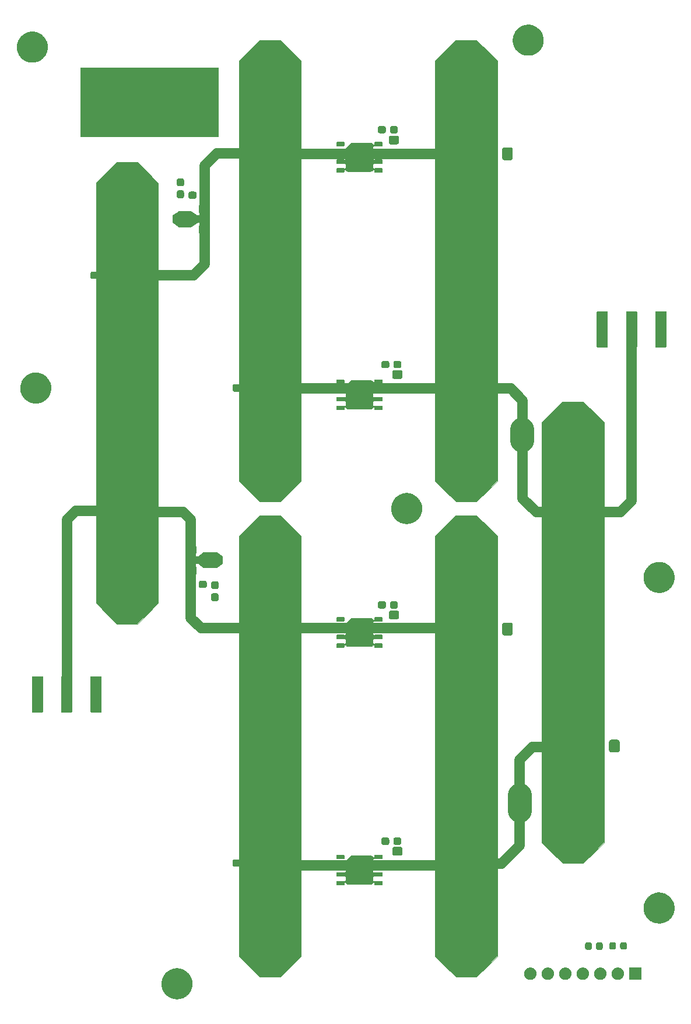
<source format=gts>
G04 #@! TF.GenerationSoftware,KiCad,Pcbnew,(5.99.0-221-ga18d3cc)*
G04 #@! TF.CreationDate,2019-11-20T11:00:34-07:00*
G04 #@! TF.ProjectId,gva-pha202amp,6776612d-7068-4613-9230-32616d702e6b,rev?*
G04 #@! TF.SameCoordinates,Original*
G04 #@! TF.FileFunction,Soldermask,Top*
G04 #@! TF.FilePolarity,Negative*
%FSLAX46Y46*%
G04 Gerber Fmt 4.6, Leading zero omitted, Abs format (unit mm)*
G04 Created by KiCad (PCBNEW (5.99.0-221-ga18d3cc)) date 2019-11-20 11:00:34*
%MOMM*%
%LPD*%
G04 APERTURE LIST*
%ADD10C,1.500000*%
%ADD11C,3.500000*%
%ADD12C,0.100000*%
G04 APERTURE END LIST*
D10*
X131000000Y-185100000D02*
X131000000Y-161600000D01*
X131100000Y-161500000D02*
X132300000Y-160300000D01*
X132500000Y-160300000D02*
X135500000Y-160300000D01*
D11*
X196700000Y-203900000D02*
X196700000Y-201600000D01*
D10*
X196700000Y-196500000D02*
X198600000Y-194600000D01*
X198800000Y-194600000D02*
X200400000Y-194600000D01*
X196700000Y-208900000D02*
X196700000Y-196500000D01*
X194200000Y-211500000D02*
X196600000Y-209100000D01*
X193000000Y-211600000D02*
X194100000Y-211600000D01*
D11*
X197100000Y-150100000D02*
X197100000Y-148500000D01*
D10*
X197200000Y-144300000D02*
X195500000Y-142600000D01*
X193400000Y-142600000D02*
X195400000Y-142600000D01*
X199200000Y-160500000D02*
X197200000Y-158600000D01*
X199200000Y-160500000D02*
X201500000Y-160500000D01*
X197200000Y-158300000D02*
X197200000Y-144400000D01*
X211400000Y-160500000D02*
X213000000Y-158900000D01*
X208700000Y-160500000D02*
X211400000Y-160500000D01*
X213000000Y-158900000D02*
X213000000Y-136500000D01*
X151000000Y-110200000D02*
X152700000Y-108500000D01*
X152800000Y-108400000D02*
X156700000Y-108400000D01*
X151000000Y-124500000D02*
X151000000Y-110200000D01*
X151000000Y-124500000D02*
X149400000Y-126100000D01*
X144200000Y-126100000D02*
X149300000Y-126100000D01*
X147900000Y-160500000D02*
X149000000Y-161600000D01*
X147700000Y-160500000D02*
X144000000Y-160500000D01*
X149000000Y-175900000D02*
X149000000Y-161600000D01*
X149000000Y-175900000D02*
X150500000Y-177400000D01*
X150600000Y-177400000D02*
X157400000Y-177400000D01*
X164900000Y-211800000D02*
X184900000Y-211800000D01*
X165000000Y-177400000D02*
X185000000Y-177400000D01*
X165000000Y-142600000D02*
X185000000Y-142600000D01*
X164600000Y-108500000D02*
X184600000Y-108500000D01*
D12*
G36*
X153000000Y-106000000D02*
G01*
X133000000Y-106000000D01*
X133000000Y-96000000D01*
X153000000Y-96000000D01*
X153000000Y-106000000D01*
G37*
X153000000Y-106000000D02*
X133000000Y-106000000D01*
X133000000Y-96000000D01*
X153000000Y-96000000D01*
X153000000Y-106000000D01*
G36*
X144250000Y-112750000D02*
G01*
X144250000Y-173750000D01*
X141250000Y-176750000D01*
X138250000Y-176750000D01*
X135250000Y-173750000D01*
X135250000Y-112750000D01*
X138250000Y-109750000D01*
X141250000Y-109750000D01*
X144250000Y-112750000D01*
G37*
X144250000Y-112750000D02*
X144250000Y-173750000D01*
X141250000Y-176750000D01*
X138250000Y-176750000D01*
X135250000Y-173750000D01*
X135250000Y-112750000D01*
X138250000Y-109750000D01*
X141250000Y-109750000D01*
X144250000Y-112750000D01*
G36*
X165000000Y-95000000D02*
G01*
X165000000Y-156000000D01*
X162000000Y-159000000D01*
X159000000Y-159000000D01*
X156000000Y-156000000D01*
X156000000Y-95000000D01*
X159000000Y-92000000D01*
X162000000Y-92000000D01*
X165000000Y-95000000D01*
G37*
X165000000Y-95000000D02*
X165000000Y-156000000D01*
X162000000Y-159000000D01*
X159000000Y-159000000D01*
X156000000Y-156000000D01*
X156000000Y-95000000D01*
X159000000Y-92000000D01*
X162000000Y-92000000D01*
X165000000Y-95000000D01*
G36*
X193500000Y-95000000D02*
G01*
X193500000Y-156000000D01*
X190500000Y-159000000D01*
X187500000Y-159000000D01*
X184500000Y-156000000D01*
X184500000Y-95000000D01*
X187500000Y-92000000D01*
X190500000Y-92000000D01*
X193500000Y-95000000D01*
G37*
X193500000Y-95000000D02*
X193500000Y-156000000D01*
X190500000Y-159000000D01*
X187500000Y-159000000D01*
X184500000Y-156000000D01*
X184500000Y-95000000D01*
X187500000Y-92000000D01*
X190500000Y-92000000D01*
X193500000Y-95000000D01*
G36*
X209000000Y-147500000D02*
G01*
X209000000Y-208500000D01*
X206000000Y-211500000D01*
X203000000Y-211500000D01*
X200000000Y-208500000D01*
X200000000Y-147500000D01*
X203000000Y-144500000D01*
X206000000Y-144500000D01*
X209000000Y-147500000D01*
G37*
X209000000Y-147500000D02*
X209000000Y-208500000D01*
X206000000Y-211500000D01*
X203000000Y-211500000D01*
X200000000Y-208500000D01*
X200000000Y-147500000D01*
X203000000Y-144500000D01*
X206000000Y-144500000D01*
X209000000Y-147500000D01*
G36*
X165000000Y-164000000D02*
G01*
X165000000Y-225000000D01*
X162000000Y-228000000D01*
X159000000Y-228000000D01*
X156000000Y-225000000D01*
X156000000Y-164000000D01*
X159000000Y-161000000D01*
X162000000Y-161000000D01*
X165000000Y-164000000D01*
G37*
X165000000Y-164000000D02*
X165000000Y-225000000D01*
X162000000Y-228000000D01*
X159000000Y-228000000D01*
X156000000Y-225000000D01*
X156000000Y-164000000D01*
X159000000Y-161000000D01*
X162000000Y-161000000D01*
X165000000Y-164000000D01*
G36*
X193500000Y-164000000D02*
G01*
X193500000Y-225000000D01*
X190500000Y-228000000D01*
X187500000Y-228000000D01*
X184500000Y-225000000D01*
X184500000Y-164000000D01*
X187500000Y-161000000D01*
X190500000Y-161000000D01*
X193500000Y-164000000D01*
G37*
X193500000Y-164000000D02*
X193500000Y-225000000D01*
X190500000Y-228000000D01*
X187500000Y-228000000D01*
X184500000Y-225000000D01*
X184500000Y-164000000D01*
X187500000Y-161000000D01*
X190500000Y-161000000D01*
X193500000Y-164000000D01*
G36*
X147127542Y-226749111D02*
G01*
X147149506Y-226749130D01*
X147269500Y-226765034D01*
X147399510Y-226779617D01*
X147422187Y-226785271D01*
X147442022Y-226787900D01*
X147560493Y-226819755D01*
X147689660Y-226851960D01*
X147709540Y-226859831D01*
X147726975Y-226864519D01*
X147841663Y-226912142D01*
X147967694Y-226962041D01*
X147984639Y-226971511D01*
X147999490Y-226977678D01*
X148108170Y-227040551D01*
X148228726Y-227107927D01*
X148242679Y-227118365D01*
X148254910Y-227125441D01*
X148355502Y-227202768D01*
X148468171Y-227287055D01*
X148479205Y-227297860D01*
X148488852Y-227305276D01*
X148579208Y-227395790D01*
X148681822Y-227496277D01*
X148690114Y-227506891D01*
X148697318Y-227514107D01*
X148775475Y-227616148D01*
X148865925Y-227731919D01*
X148871740Y-227741830D01*
X148876746Y-227748366D01*
X148940964Y-227859819D01*
X149017246Y-227989838D01*
X149020933Y-227998609D01*
X149024060Y-228004036D01*
X149072838Y-228122087D01*
X149133126Y-228265506D01*
X149135099Y-228272767D01*
X149136747Y-228276756D01*
X149168943Y-228397335D01*
X149211529Y-228554078D01*
X149212262Y-228559571D01*
X149212867Y-228561837D01*
X149227739Y-228675565D01*
X149251078Y-228850484D01*
X149251005Y-228853484D01*
X149251128Y-228854427D01*
X149250870Y-229149506D01*
X149242165Y-229215183D01*
X149241087Y-229259303D01*
X149223921Y-229352833D01*
X149212100Y-229442022D01*
X149197772Y-229495311D01*
X149187106Y-229553423D01*
X149158348Y-229641929D01*
X149135481Y-229726975D01*
X149113569Y-229779744D01*
X149094699Y-229837820D01*
X149055358Y-229919931D01*
X149022322Y-229999490D01*
X148992740Y-230050624D01*
X148965491Y-230107498D01*
X148916737Y-230182003D01*
X148874559Y-230254910D01*
X148837369Y-230303289D01*
X148801752Y-230357718D01*
X148744885Y-230423599D01*
X148694724Y-230488852D01*
X148650165Y-230533333D01*
X148606358Y-230584084D01*
X148542772Y-230640538D01*
X148485893Y-230697318D01*
X148434378Y-230736775D01*
X148382742Y-230782620D01*
X148313896Y-230829057D01*
X148251634Y-230876746D01*
X148193733Y-230910108D01*
X148134832Y-230949837D01*
X148062249Y-230985868D01*
X147995964Y-231024060D01*
X147932405Y-231050323D01*
X147866985Y-231082797D01*
X147792182Y-231108262D01*
X147723244Y-231136747D01*
X147654914Y-231154992D01*
X147583906Y-231179165D01*
X147508359Y-231194124D01*
X147438163Y-231212867D01*
X147366125Y-231222287D01*
X147290568Y-231237248D01*
X147215693Y-231241959D01*
X147145573Y-231251128D01*
X147070983Y-231251063D01*
X146992125Y-231256024D01*
X146919278Y-231250930D01*
X146850494Y-231250870D01*
X146774639Y-231240816D01*
X146693821Y-231235165D01*
X146624244Y-231220883D01*
X146557978Y-231212100D01*
X146482214Y-231191728D01*
X146400895Y-231175036D01*
X146335708Y-231152335D01*
X146273025Y-231135481D01*
X146198786Y-231104654D01*
X146118496Y-231076694D01*
X146058653Y-231046465D01*
X146000510Y-231022322D01*
X145929276Y-230981112D01*
X145851583Y-230941867D01*
X145797907Y-230905114D01*
X145745090Y-230874559D01*
X145678312Y-230823225D01*
X145604847Y-230772923D01*
X145557985Y-230730729D01*
X145511148Y-230694724D01*
X145450290Y-230633760D01*
X145382622Y-230572831D01*
X145343037Y-230526318D01*
X145302682Y-230485893D01*
X145249146Y-230415997D01*
X145188813Y-230345106D01*
X145156799Y-230295431D01*
X145123254Y-230251634D01*
X145078346Y-230173695D01*
X145026825Y-230093749D01*
X145002511Y-230042079D01*
X144975940Y-229995964D01*
X144940857Y-229911058D01*
X144899503Y-229823176D01*
X144882840Y-229770646D01*
X144863253Y-229723244D01*
X144839059Y-229632632D01*
X144809084Y-229538141D01*
X144799859Y-229485826D01*
X144787133Y-229438163D01*
X144774727Y-229343288D01*
X144757158Y-229243651D01*
X144755017Y-229192562D01*
X144748872Y-229145573D01*
X144748957Y-229048001D01*
X144744635Y-228944880D01*
X144749090Y-228895926D01*
X144749130Y-228850494D01*
X144762199Y-228751888D01*
X144771738Y-228647078D01*
X144782186Y-228601092D01*
X144787900Y-228557978D01*
X144814220Y-228460090D01*
X144837988Y-228355476D01*
X144853733Y-228313138D01*
X144864519Y-228273025D01*
X144904105Y-228177693D01*
X144942222Y-228075198D01*
X144962503Y-228037055D01*
X144977678Y-228000510D01*
X145030297Y-227909554D01*
X145082610Y-227811168D01*
X145106597Y-227777663D01*
X145125441Y-227745090D01*
X145190627Y-227660292D01*
X145256684Y-227568024D01*
X145283534Y-227539432D01*
X145305276Y-227511148D01*
X145382264Y-227434294D01*
X145461386Y-227350038D01*
X145490251Y-227326497D01*
X145514107Y-227302682D01*
X145601900Y-227235438D01*
X145693120Y-227161041D01*
X145723160Y-227142560D01*
X145748366Y-227123254D01*
X145845744Y-227067146D01*
X145947814Y-227004352D01*
X145978224Y-226990812D01*
X146004036Y-226975940D01*
X146109559Y-226932338D01*
X146220994Y-226882724D01*
X146251021Y-226873887D01*
X146276756Y-226863253D01*
X146388815Y-226833332D01*
X146507861Y-226798295D01*
X146536829Y-226793811D01*
X146561837Y-226787133D01*
X146678547Y-226771871D01*
X146803373Y-226752547D01*
X146830702Y-226751975D01*
X146854427Y-226748872D01*
X146973818Y-226748976D01*
X147102341Y-226746284D01*
X147127542Y-226749111D01*
G37*
G36*
X214409899Y-226641959D02*
G01*
X214426769Y-226653231D01*
X214438041Y-226670101D01*
X214444448Y-226702312D01*
X214444448Y-228377688D01*
X214441999Y-228390000D01*
X214438041Y-228409899D01*
X214426769Y-228426769D01*
X214409899Y-228438041D01*
X214390000Y-228441999D01*
X214377688Y-228444448D01*
X212702312Y-228444448D01*
X212670101Y-228438041D01*
X212653231Y-228426769D01*
X212641959Y-228409899D01*
X212635552Y-228377688D01*
X212635552Y-226702312D01*
X212641959Y-226670101D01*
X212653231Y-226653231D01*
X212670101Y-226641959D01*
X212702312Y-226635552D01*
X214377688Y-226635552D01*
X214409899Y-226641959D01*
G37*
G36*
X198488360Y-226653835D02*
G01*
X198569397Y-226680166D01*
X198656663Y-226707848D01*
X198659655Y-226709493D01*
X198668488Y-226712363D01*
X198740466Y-226753919D01*
X198811499Y-226792970D01*
X198818986Y-226799253D01*
X198832511Y-226807061D01*
X198890259Y-226859057D01*
X198946857Y-226906549D01*
X198956962Y-226919118D01*
X198973261Y-226933793D01*
X199015454Y-226991867D01*
X199057579Y-227044260D01*
X199067994Y-227064182D01*
X199084586Y-227087019D01*
X199111297Y-227147012D01*
X199139439Y-227200843D01*
X199147582Y-227228510D01*
X199161621Y-227260042D01*
X199173992Y-227318241D01*
X199189328Y-227370349D01*
X199192518Y-227405401D01*
X199200999Y-227445301D01*
X199200999Y-227498592D01*
X199205343Y-227546324D01*
X199200999Y-227587653D01*
X199200999Y-227634699D01*
X199191217Y-227680721D01*
X199186873Y-227722047D01*
X199172702Y-227767827D01*
X199161621Y-227819958D01*
X199145028Y-227857226D01*
X199134622Y-227890843D01*
X199108789Y-227938620D01*
X199084586Y-227992981D01*
X199064298Y-228020905D01*
X199050580Y-228046276D01*
X199011859Y-228093082D01*
X198973261Y-228146207D01*
X198952284Y-228165095D01*
X198937952Y-228182419D01*
X198885845Y-228224917D01*
X198832511Y-228272939D01*
X198813524Y-228283901D01*
X198801025Y-228294095D01*
X198735780Y-228328786D01*
X198668488Y-228367637D01*
X198653636Y-228372463D01*
X198645003Y-228377053D01*
X198567430Y-228400473D01*
X198488360Y-228426165D01*
X198479114Y-228427137D01*
X198475851Y-228428122D01*
X198384710Y-228437059D01*
X198347211Y-228441000D01*
X198252789Y-228441000D01*
X198111640Y-228426165D01*
X198030603Y-228399834D01*
X197943337Y-228372152D01*
X197940345Y-228370507D01*
X197931512Y-228367637D01*
X197859534Y-228326081D01*
X197788501Y-228287030D01*
X197781014Y-228280747D01*
X197767489Y-228272939D01*
X197709741Y-228220943D01*
X197653143Y-228173451D01*
X197643038Y-228160882D01*
X197626739Y-228146207D01*
X197584546Y-228088133D01*
X197542421Y-228035740D01*
X197532006Y-228015818D01*
X197515414Y-227992981D01*
X197488703Y-227932988D01*
X197460561Y-227879157D01*
X197452418Y-227851490D01*
X197438379Y-227819958D01*
X197426008Y-227761759D01*
X197410672Y-227709651D01*
X197407482Y-227674599D01*
X197399001Y-227634699D01*
X197399001Y-227581408D01*
X197394657Y-227533676D01*
X197399001Y-227492347D01*
X197399001Y-227445301D01*
X197408783Y-227399279D01*
X197413127Y-227357953D01*
X197427298Y-227312173D01*
X197438379Y-227260042D01*
X197454972Y-227222774D01*
X197465378Y-227189157D01*
X197491211Y-227141380D01*
X197515414Y-227087019D01*
X197535702Y-227059095D01*
X197549420Y-227033724D01*
X197588141Y-226986918D01*
X197626739Y-226933793D01*
X197647716Y-226914905D01*
X197662048Y-226897581D01*
X197714155Y-226855083D01*
X197767489Y-226807061D01*
X197786476Y-226796099D01*
X197798975Y-226785905D01*
X197864220Y-226751214D01*
X197931512Y-226712363D01*
X197946364Y-226707537D01*
X197954997Y-226702947D01*
X198032570Y-226679527D01*
X198111640Y-226653835D01*
X198120886Y-226652863D01*
X198124149Y-226651878D01*
X198215290Y-226642941D01*
X198252789Y-226639000D01*
X198347211Y-226639000D01*
X198488360Y-226653835D01*
G37*
G36*
X201028360Y-226653835D02*
G01*
X201109397Y-226680166D01*
X201196663Y-226707848D01*
X201199655Y-226709493D01*
X201208488Y-226712363D01*
X201280466Y-226753919D01*
X201351499Y-226792970D01*
X201358986Y-226799253D01*
X201372511Y-226807061D01*
X201430259Y-226859057D01*
X201486857Y-226906549D01*
X201496962Y-226919118D01*
X201513261Y-226933793D01*
X201555454Y-226991867D01*
X201597579Y-227044260D01*
X201607994Y-227064182D01*
X201624586Y-227087019D01*
X201651297Y-227147012D01*
X201679439Y-227200843D01*
X201687582Y-227228510D01*
X201701621Y-227260042D01*
X201713992Y-227318241D01*
X201729328Y-227370349D01*
X201732518Y-227405401D01*
X201740999Y-227445301D01*
X201740999Y-227498592D01*
X201745343Y-227546324D01*
X201740999Y-227587653D01*
X201740999Y-227634699D01*
X201731217Y-227680721D01*
X201726873Y-227722047D01*
X201712702Y-227767827D01*
X201701621Y-227819958D01*
X201685028Y-227857226D01*
X201674622Y-227890843D01*
X201648789Y-227938620D01*
X201624586Y-227992981D01*
X201604298Y-228020905D01*
X201590580Y-228046276D01*
X201551859Y-228093082D01*
X201513261Y-228146207D01*
X201492284Y-228165095D01*
X201477952Y-228182419D01*
X201425845Y-228224917D01*
X201372511Y-228272939D01*
X201353524Y-228283901D01*
X201341025Y-228294095D01*
X201275780Y-228328786D01*
X201208488Y-228367637D01*
X201193636Y-228372463D01*
X201185003Y-228377053D01*
X201107430Y-228400473D01*
X201028360Y-228426165D01*
X201019114Y-228427137D01*
X201015851Y-228428122D01*
X200924710Y-228437059D01*
X200887211Y-228441000D01*
X200792789Y-228441000D01*
X200651640Y-228426165D01*
X200570603Y-228399834D01*
X200483337Y-228372152D01*
X200480345Y-228370507D01*
X200471512Y-228367637D01*
X200399534Y-228326081D01*
X200328501Y-228287030D01*
X200321014Y-228280747D01*
X200307489Y-228272939D01*
X200249741Y-228220943D01*
X200193143Y-228173451D01*
X200183038Y-228160882D01*
X200166739Y-228146207D01*
X200124546Y-228088133D01*
X200082421Y-228035740D01*
X200072006Y-228015818D01*
X200055414Y-227992981D01*
X200028703Y-227932988D01*
X200000561Y-227879157D01*
X199992418Y-227851490D01*
X199978379Y-227819958D01*
X199966008Y-227761759D01*
X199950672Y-227709651D01*
X199947482Y-227674599D01*
X199939001Y-227634699D01*
X199939001Y-227581408D01*
X199934657Y-227533676D01*
X199939001Y-227492347D01*
X199939001Y-227445301D01*
X199948783Y-227399279D01*
X199953127Y-227357953D01*
X199967298Y-227312173D01*
X199978379Y-227260042D01*
X199994972Y-227222774D01*
X200005378Y-227189157D01*
X200031211Y-227141380D01*
X200055414Y-227087019D01*
X200075702Y-227059095D01*
X200089420Y-227033724D01*
X200128141Y-226986918D01*
X200166739Y-226933793D01*
X200187716Y-226914905D01*
X200202048Y-226897581D01*
X200254155Y-226855083D01*
X200307489Y-226807061D01*
X200326476Y-226796099D01*
X200338975Y-226785905D01*
X200404220Y-226751214D01*
X200471512Y-226712363D01*
X200486364Y-226707537D01*
X200494997Y-226702947D01*
X200572570Y-226679527D01*
X200651640Y-226653835D01*
X200660886Y-226652863D01*
X200664149Y-226651878D01*
X200755290Y-226642941D01*
X200792789Y-226639000D01*
X200887211Y-226639000D01*
X201028360Y-226653835D01*
G37*
G36*
X203568360Y-226653835D02*
G01*
X203649397Y-226680166D01*
X203736663Y-226707848D01*
X203739655Y-226709493D01*
X203748488Y-226712363D01*
X203820466Y-226753919D01*
X203891499Y-226792970D01*
X203898986Y-226799253D01*
X203912511Y-226807061D01*
X203970259Y-226859057D01*
X204026857Y-226906549D01*
X204036962Y-226919118D01*
X204053261Y-226933793D01*
X204095454Y-226991867D01*
X204137579Y-227044260D01*
X204147994Y-227064182D01*
X204164586Y-227087019D01*
X204191297Y-227147012D01*
X204219439Y-227200843D01*
X204227582Y-227228510D01*
X204241621Y-227260042D01*
X204253992Y-227318241D01*
X204269328Y-227370349D01*
X204272518Y-227405401D01*
X204280999Y-227445301D01*
X204280999Y-227498592D01*
X204285343Y-227546324D01*
X204280999Y-227587653D01*
X204280999Y-227634699D01*
X204271217Y-227680721D01*
X204266873Y-227722047D01*
X204252702Y-227767827D01*
X204241621Y-227819958D01*
X204225028Y-227857226D01*
X204214622Y-227890843D01*
X204188789Y-227938620D01*
X204164586Y-227992981D01*
X204144298Y-228020905D01*
X204130580Y-228046276D01*
X204091859Y-228093082D01*
X204053261Y-228146207D01*
X204032284Y-228165095D01*
X204017952Y-228182419D01*
X203965845Y-228224917D01*
X203912511Y-228272939D01*
X203893524Y-228283901D01*
X203881025Y-228294095D01*
X203815780Y-228328786D01*
X203748488Y-228367637D01*
X203733636Y-228372463D01*
X203725003Y-228377053D01*
X203647430Y-228400473D01*
X203568360Y-228426165D01*
X203559114Y-228427137D01*
X203555851Y-228428122D01*
X203464710Y-228437059D01*
X203427211Y-228441000D01*
X203332789Y-228441000D01*
X203191640Y-228426165D01*
X203110603Y-228399834D01*
X203023337Y-228372152D01*
X203020345Y-228370507D01*
X203011512Y-228367637D01*
X202939534Y-228326081D01*
X202868501Y-228287030D01*
X202861014Y-228280747D01*
X202847489Y-228272939D01*
X202789741Y-228220943D01*
X202733143Y-228173451D01*
X202723038Y-228160882D01*
X202706739Y-228146207D01*
X202664546Y-228088133D01*
X202622421Y-228035740D01*
X202612006Y-228015818D01*
X202595414Y-227992981D01*
X202568703Y-227932988D01*
X202540561Y-227879157D01*
X202532418Y-227851490D01*
X202518379Y-227819958D01*
X202506008Y-227761759D01*
X202490672Y-227709651D01*
X202487482Y-227674599D01*
X202479001Y-227634699D01*
X202479001Y-227581408D01*
X202474657Y-227533676D01*
X202479001Y-227492347D01*
X202479001Y-227445301D01*
X202488783Y-227399279D01*
X202493127Y-227357953D01*
X202507298Y-227312173D01*
X202518379Y-227260042D01*
X202534972Y-227222774D01*
X202545378Y-227189157D01*
X202571211Y-227141380D01*
X202595414Y-227087019D01*
X202615702Y-227059095D01*
X202629420Y-227033724D01*
X202668141Y-226986918D01*
X202706739Y-226933793D01*
X202727716Y-226914905D01*
X202742048Y-226897581D01*
X202794155Y-226855083D01*
X202847489Y-226807061D01*
X202866476Y-226796099D01*
X202878975Y-226785905D01*
X202944220Y-226751214D01*
X203011512Y-226712363D01*
X203026364Y-226707537D01*
X203034997Y-226702947D01*
X203112570Y-226679527D01*
X203191640Y-226653835D01*
X203200886Y-226652863D01*
X203204149Y-226651878D01*
X203295290Y-226642941D01*
X203332789Y-226639000D01*
X203427211Y-226639000D01*
X203568360Y-226653835D01*
G37*
G36*
X206108360Y-226653835D02*
G01*
X206189397Y-226680166D01*
X206276663Y-226707848D01*
X206279655Y-226709493D01*
X206288488Y-226712363D01*
X206360466Y-226753919D01*
X206431499Y-226792970D01*
X206438986Y-226799253D01*
X206452511Y-226807061D01*
X206510259Y-226859057D01*
X206566857Y-226906549D01*
X206576962Y-226919118D01*
X206593261Y-226933793D01*
X206635454Y-226991867D01*
X206677579Y-227044260D01*
X206687994Y-227064182D01*
X206704586Y-227087019D01*
X206731297Y-227147012D01*
X206759439Y-227200843D01*
X206767582Y-227228510D01*
X206781621Y-227260042D01*
X206793992Y-227318241D01*
X206809328Y-227370349D01*
X206812518Y-227405401D01*
X206820999Y-227445301D01*
X206820999Y-227498592D01*
X206825343Y-227546324D01*
X206820999Y-227587653D01*
X206820999Y-227634699D01*
X206811217Y-227680721D01*
X206806873Y-227722047D01*
X206792702Y-227767827D01*
X206781621Y-227819958D01*
X206765028Y-227857226D01*
X206754622Y-227890843D01*
X206728789Y-227938620D01*
X206704586Y-227992981D01*
X206684298Y-228020905D01*
X206670580Y-228046276D01*
X206631859Y-228093082D01*
X206593261Y-228146207D01*
X206572284Y-228165095D01*
X206557952Y-228182419D01*
X206505845Y-228224917D01*
X206452511Y-228272939D01*
X206433524Y-228283901D01*
X206421025Y-228294095D01*
X206355780Y-228328786D01*
X206288488Y-228367637D01*
X206273636Y-228372463D01*
X206265003Y-228377053D01*
X206187430Y-228400473D01*
X206108360Y-228426165D01*
X206099114Y-228427137D01*
X206095851Y-228428122D01*
X206004710Y-228437059D01*
X205967211Y-228441000D01*
X205872789Y-228441000D01*
X205731640Y-228426165D01*
X205650603Y-228399834D01*
X205563337Y-228372152D01*
X205560345Y-228370507D01*
X205551512Y-228367637D01*
X205479534Y-228326081D01*
X205408501Y-228287030D01*
X205401014Y-228280747D01*
X205387489Y-228272939D01*
X205329741Y-228220943D01*
X205273143Y-228173451D01*
X205263038Y-228160882D01*
X205246739Y-228146207D01*
X205204546Y-228088133D01*
X205162421Y-228035740D01*
X205152006Y-228015818D01*
X205135414Y-227992981D01*
X205108703Y-227932988D01*
X205080561Y-227879157D01*
X205072418Y-227851490D01*
X205058379Y-227819958D01*
X205046008Y-227761759D01*
X205030672Y-227709651D01*
X205027482Y-227674599D01*
X205019001Y-227634699D01*
X205019001Y-227581408D01*
X205014657Y-227533676D01*
X205019001Y-227492347D01*
X205019001Y-227445301D01*
X205028783Y-227399279D01*
X205033127Y-227357953D01*
X205047298Y-227312173D01*
X205058379Y-227260042D01*
X205074972Y-227222774D01*
X205085378Y-227189157D01*
X205111211Y-227141380D01*
X205135414Y-227087019D01*
X205155702Y-227059095D01*
X205169420Y-227033724D01*
X205208141Y-226986918D01*
X205246739Y-226933793D01*
X205267716Y-226914905D01*
X205282048Y-226897581D01*
X205334155Y-226855083D01*
X205387489Y-226807061D01*
X205406476Y-226796099D01*
X205418975Y-226785905D01*
X205484220Y-226751214D01*
X205551512Y-226712363D01*
X205566364Y-226707537D01*
X205574997Y-226702947D01*
X205652570Y-226679527D01*
X205731640Y-226653835D01*
X205740886Y-226652863D01*
X205744149Y-226651878D01*
X205835290Y-226642941D01*
X205872789Y-226639000D01*
X205967211Y-226639000D01*
X206108360Y-226653835D01*
G37*
G36*
X208648360Y-226653835D02*
G01*
X208729397Y-226680166D01*
X208816663Y-226707848D01*
X208819655Y-226709493D01*
X208828488Y-226712363D01*
X208900466Y-226753919D01*
X208971499Y-226792970D01*
X208978986Y-226799253D01*
X208992511Y-226807061D01*
X209050259Y-226859057D01*
X209106857Y-226906549D01*
X209116962Y-226919118D01*
X209133261Y-226933793D01*
X209175454Y-226991867D01*
X209217579Y-227044260D01*
X209227994Y-227064182D01*
X209244586Y-227087019D01*
X209271297Y-227147012D01*
X209299439Y-227200843D01*
X209307582Y-227228510D01*
X209321621Y-227260042D01*
X209333992Y-227318241D01*
X209349328Y-227370349D01*
X209352518Y-227405401D01*
X209360999Y-227445301D01*
X209360999Y-227498592D01*
X209365343Y-227546324D01*
X209360999Y-227587653D01*
X209360999Y-227634699D01*
X209351217Y-227680721D01*
X209346873Y-227722047D01*
X209332702Y-227767827D01*
X209321621Y-227819958D01*
X209305028Y-227857226D01*
X209294622Y-227890843D01*
X209268789Y-227938620D01*
X209244586Y-227992981D01*
X209224298Y-228020905D01*
X209210580Y-228046276D01*
X209171859Y-228093082D01*
X209133261Y-228146207D01*
X209112284Y-228165095D01*
X209097952Y-228182419D01*
X209045845Y-228224917D01*
X208992511Y-228272939D01*
X208973524Y-228283901D01*
X208961025Y-228294095D01*
X208895780Y-228328786D01*
X208828488Y-228367637D01*
X208813636Y-228372463D01*
X208805003Y-228377053D01*
X208727430Y-228400473D01*
X208648360Y-228426165D01*
X208639114Y-228427137D01*
X208635851Y-228428122D01*
X208544710Y-228437059D01*
X208507211Y-228441000D01*
X208412789Y-228441000D01*
X208271640Y-228426165D01*
X208190603Y-228399834D01*
X208103337Y-228372152D01*
X208100345Y-228370507D01*
X208091512Y-228367637D01*
X208019534Y-228326081D01*
X207948501Y-228287030D01*
X207941014Y-228280747D01*
X207927489Y-228272939D01*
X207869741Y-228220943D01*
X207813143Y-228173451D01*
X207803038Y-228160882D01*
X207786739Y-228146207D01*
X207744546Y-228088133D01*
X207702421Y-228035740D01*
X207692006Y-228015818D01*
X207675414Y-227992981D01*
X207648703Y-227932988D01*
X207620561Y-227879157D01*
X207612418Y-227851490D01*
X207598379Y-227819958D01*
X207586008Y-227761759D01*
X207570672Y-227709651D01*
X207567482Y-227674599D01*
X207559001Y-227634699D01*
X207559001Y-227581408D01*
X207554657Y-227533676D01*
X207559001Y-227492347D01*
X207559001Y-227445301D01*
X207568783Y-227399279D01*
X207573127Y-227357953D01*
X207587298Y-227312173D01*
X207598379Y-227260042D01*
X207614972Y-227222774D01*
X207625378Y-227189157D01*
X207651211Y-227141380D01*
X207675414Y-227087019D01*
X207695702Y-227059095D01*
X207709420Y-227033724D01*
X207748141Y-226986918D01*
X207786739Y-226933793D01*
X207807716Y-226914905D01*
X207822048Y-226897581D01*
X207874155Y-226855083D01*
X207927489Y-226807061D01*
X207946476Y-226796099D01*
X207958975Y-226785905D01*
X208024220Y-226751214D01*
X208091512Y-226712363D01*
X208106364Y-226707537D01*
X208114997Y-226702947D01*
X208192570Y-226679527D01*
X208271640Y-226653835D01*
X208280886Y-226652863D01*
X208284149Y-226651878D01*
X208375290Y-226642941D01*
X208412789Y-226639000D01*
X208507211Y-226639000D01*
X208648360Y-226653835D01*
G37*
G36*
X211188360Y-226653835D02*
G01*
X211269397Y-226680166D01*
X211356663Y-226707848D01*
X211359655Y-226709493D01*
X211368488Y-226712363D01*
X211440466Y-226753919D01*
X211511499Y-226792970D01*
X211518986Y-226799253D01*
X211532511Y-226807061D01*
X211590259Y-226859057D01*
X211646857Y-226906549D01*
X211656962Y-226919118D01*
X211673261Y-226933793D01*
X211715454Y-226991867D01*
X211757579Y-227044260D01*
X211767994Y-227064182D01*
X211784586Y-227087019D01*
X211811297Y-227147012D01*
X211839439Y-227200843D01*
X211847582Y-227228510D01*
X211861621Y-227260042D01*
X211873992Y-227318241D01*
X211889328Y-227370349D01*
X211892518Y-227405401D01*
X211900999Y-227445301D01*
X211900999Y-227498592D01*
X211905343Y-227546324D01*
X211900999Y-227587653D01*
X211900999Y-227634699D01*
X211891217Y-227680721D01*
X211886873Y-227722047D01*
X211872702Y-227767827D01*
X211861621Y-227819958D01*
X211845028Y-227857226D01*
X211834622Y-227890843D01*
X211808789Y-227938620D01*
X211784586Y-227992981D01*
X211764298Y-228020905D01*
X211750580Y-228046276D01*
X211711859Y-228093082D01*
X211673261Y-228146207D01*
X211652284Y-228165095D01*
X211637952Y-228182419D01*
X211585845Y-228224917D01*
X211532511Y-228272939D01*
X211513524Y-228283901D01*
X211501025Y-228294095D01*
X211435780Y-228328786D01*
X211368488Y-228367637D01*
X211353636Y-228372463D01*
X211345003Y-228377053D01*
X211267430Y-228400473D01*
X211188360Y-228426165D01*
X211179114Y-228427137D01*
X211175851Y-228428122D01*
X211084710Y-228437059D01*
X211047211Y-228441000D01*
X210952789Y-228441000D01*
X210811640Y-228426165D01*
X210730603Y-228399834D01*
X210643337Y-228372152D01*
X210640345Y-228370507D01*
X210631512Y-228367637D01*
X210559534Y-228326081D01*
X210488501Y-228287030D01*
X210481014Y-228280747D01*
X210467489Y-228272939D01*
X210409741Y-228220943D01*
X210353143Y-228173451D01*
X210343038Y-228160882D01*
X210326739Y-228146207D01*
X210284546Y-228088133D01*
X210242421Y-228035740D01*
X210232006Y-228015818D01*
X210215414Y-227992981D01*
X210188703Y-227932988D01*
X210160561Y-227879157D01*
X210152418Y-227851490D01*
X210138379Y-227819958D01*
X210126008Y-227761759D01*
X210110672Y-227709651D01*
X210107482Y-227674599D01*
X210099001Y-227634699D01*
X210099001Y-227581408D01*
X210094657Y-227533676D01*
X210099001Y-227492347D01*
X210099001Y-227445301D01*
X210108783Y-227399279D01*
X210113127Y-227357953D01*
X210127298Y-227312173D01*
X210138379Y-227260042D01*
X210154972Y-227222774D01*
X210165378Y-227189157D01*
X210191211Y-227141380D01*
X210215414Y-227087019D01*
X210235702Y-227059095D01*
X210249420Y-227033724D01*
X210288141Y-226986918D01*
X210326739Y-226933793D01*
X210347716Y-226914905D01*
X210362048Y-226897581D01*
X210414155Y-226855083D01*
X210467489Y-226807061D01*
X210486476Y-226796099D01*
X210498975Y-226785905D01*
X210564220Y-226751214D01*
X210631512Y-226712363D01*
X210646364Y-226707537D01*
X210654997Y-226702947D01*
X210732570Y-226679527D01*
X210811640Y-226653835D01*
X210820886Y-226652863D01*
X210824149Y-226651878D01*
X210915290Y-226642941D01*
X210952789Y-226639000D01*
X211047211Y-226639000D01*
X211188360Y-226653835D01*
G37*
G36*
X157657980Y-210973117D02*
G01*
X157658386Y-210973117D01*
X157660637Y-210973538D01*
X157749801Y-210987660D01*
X157757691Y-210991680D01*
X157764409Y-210992936D01*
X157784176Y-211005175D01*
X157831229Y-211029150D01*
X157844776Y-211042697D01*
X157856114Y-211049717D01*
X157869432Y-211067353D01*
X157895850Y-211093771D01*
X157909267Y-211120103D01*
X157921114Y-211135791D01*
X157924418Y-211149838D01*
X157937340Y-211175199D01*
X157951686Y-211265777D01*
X157951883Y-211266614D01*
X157951883Y-211267020D01*
X157953194Y-211275297D01*
X157953194Y-211724703D01*
X157951883Y-211732980D01*
X157951883Y-211733386D01*
X157951462Y-211735637D01*
X157937340Y-211824801D01*
X157933320Y-211832691D01*
X157932064Y-211839409D01*
X157919827Y-211859173D01*
X157908072Y-211882243D01*
X157894448Y-211938992D01*
X157894448Y-224131980D01*
X157931059Y-224220368D01*
X159631632Y-225920941D01*
X159720020Y-225957552D01*
X161299980Y-225957552D01*
X161388368Y-225920941D01*
X163088941Y-224220368D01*
X163125552Y-224131980D01*
X163125552Y-211610012D01*
X163131959Y-211577801D01*
X163143231Y-211560931D01*
X163160101Y-211549659D01*
X163192312Y-211543252D01*
X163243952Y-211543252D01*
X163311532Y-211523409D01*
X163347885Y-211487699D01*
X163353477Y-211479330D01*
X163363231Y-211464731D01*
X163380101Y-211453459D01*
X163400000Y-211449501D01*
X163412312Y-211447052D01*
X163587688Y-211447052D01*
X163600000Y-211449501D01*
X163619899Y-211453459D01*
X163636769Y-211464731D01*
X163646524Y-211479330D01*
X163652115Y-211487699D01*
X163706159Y-211532865D01*
X163756048Y-211543252D01*
X163827688Y-211543252D01*
X163859899Y-211549659D01*
X163876769Y-211560931D01*
X163888041Y-211577801D01*
X163894448Y-211610012D01*
X163894448Y-224329988D01*
X163888041Y-224362199D01*
X163876769Y-224379069D01*
X163839696Y-224403840D01*
X163794529Y-224457884D01*
X163786544Y-224532159D01*
X163795335Y-224576354D01*
X163791377Y-224596254D01*
X163773133Y-224623558D01*
X161790558Y-226606133D01*
X161780125Y-226613104D01*
X161780124Y-226613105D01*
X161763254Y-226624377D01*
X161743355Y-226628335D01*
X161723456Y-226624377D01*
X161723455Y-226624376D01*
X161699188Y-226619549D01*
X161629036Y-226625826D01*
X161570867Y-226672701D01*
X161558042Y-226691896D01*
X161558041Y-226691899D01*
X161546769Y-226708769D01*
X161529899Y-226720041D01*
X161510000Y-226723999D01*
X161497688Y-226726448D01*
X159522312Y-226726448D01*
X159490101Y-226720041D01*
X159478610Y-226712363D01*
X159473231Y-226708769D01*
X159461959Y-226691899D01*
X159461958Y-226691896D01*
X159449133Y-226672701D01*
X159395089Y-226627535D01*
X159320812Y-226619549D01*
X159296545Y-226624376D01*
X159296544Y-226624377D01*
X159276645Y-226628335D01*
X159256746Y-226624377D01*
X159229442Y-226606133D01*
X157246867Y-224623558D01*
X157228623Y-224596254D01*
X157224665Y-224576354D01*
X157233456Y-224532159D01*
X157227179Y-224462007D01*
X157180304Y-224403840D01*
X157143231Y-224379069D01*
X157131959Y-224362199D01*
X157125552Y-224329988D01*
X157125552Y-212138953D01*
X157105709Y-212071373D01*
X157020106Y-212015493D01*
X157000199Y-212012340D01*
X156992309Y-212008320D01*
X156985591Y-212007064D01*
X156965824Y-211994825D01*
X156918771Y-211970850D01*
X156905224Y-211957303D01*
X156893886Y-211950283D01*
X156880568Y-211932647D01*
X156854150Y-211906229D01*
X156840733Y-211879897D01*
X156828886Y-211864209D01*
X156825582Y-211850162D01*
X156812660Y-211824801D01*
X156798314Y-211734223D01*
X156798117Y-211733386D01*
X156798117Y-211732980D01*
X156796806Y-211724703D01*
X156796806Y-211275297D01*
X156798117Y-211267020D01*
X156798117Y-211266614D01*
X156798538Y-211264363D01*
X156812660Y-211175199D01*
X156816680Y-211167309D01*
X156817936Y-211160591D01*
X156830175Y-211140824D01*
X156854150Y-211093771D01*
X156867697Y-211080224D01*
X156874717Y-211068886D01*
X156892353Y-211055568D01*
X156918771Y-211029150D01*
X156945103Y-211015733D01*
X156960791Y-211003886D01*
X156974838Y-211000582D01*
X157000199Y-210987660D01*
X157090777Y-210973314D01*
X157091614Y-210973117D01*
X157092020Y-210973117D01*
X157100297Y-210971806D01*
X157649703Y-210971806D01*
X157657980Y-210973117D01*
G37*
G36*
X186100000Y-211449501D02*
G01*
X186119899Y-211453459D01*
X186136769Y-211464731D01*
X186146524Y-211479330D01*
X186152115Y-211487699D01*
X186206159Y-211532865D01*
X186256048Y-211543252D01*
X186327688Y-211543252D01*
X186359899Y-211549659D01*
X186376769Y-211560931D01*
X186388041Y-211577801D01*
X186394448Y-211610012D01*
X186394448Y-224131980D01*
X186431059Y-224220368D01*
X188131632Y-225920941D01*
X188220020Y-225957552D01*
X189799980Y-225957552D01*
X189888368Y-225920941D01*
X191588941Y-224220368D01*
X191625552Y-224131980D01*
X191625552Y-211610012D01*
X191631959Y-211577801D01*
X191643231Y-211560931D01*
X191660101Y-211549659D01*
X191692312Y-211543252D01*
X191743952Y-211543252D01*
X191811532Y-211523409D01*
X191847885Y-211487699D01*
X191853477Y-211479330D01*
X191863231Y-211464731D01*
X191880101Y-211453459D01*
X191900000Y-211449501D01*
X191912312Y-211447052D01*
X192087688Y-211447052D01*
X192100000Y-211449501D01*
X192119899Y-211453459D01*
X192136769Y-211464731D01*
X192146524Y-211479330D01*
X192152115Y-211487699D01*
X192206159Y-211532865D01*
X192256048Y-211543252D01*
X192327688Y-211543252D01*
X192359899Y-211549659D01*
X192376769Y-211560931D01*
X192388041Y-211577801D01*
X192394448Y-211610012D01*
X192394448Y-224329988D01*
X192388041Y-224362199D01*
X192376769Y-224379069D01*
X192339696Y-224403840D01*
X192294529Y-224457884D01*
X192286544Y-224532159D01*
X192295335Y-224576354D01*
X192291377Y-224596254D01*
X192273133Y-224623558D01*
X190290558Y-226606133D01*
X190280125Y-226613104D01*
X190280124Y-226613105D01*
X190263254Y-226624377D01*
X190243355Y-226628335D01*
X190223456Y-226624377D01*
X190223455Y-226624376D01*
X190199188Y-226619549D01*
X190129036Y-226625826D01*
X190070867Y-226672701D01*
X190058042Y-226691896D01*
X190058041Y-226691899D01*
X190046769Y-226708769D01*
X190029899Y-226720041D01*
X190010000Y-226723999D01*
X189997688Y-226726448D01*
X188022312Y-226726448D01*
X187990101Y-226720041D01*
X187978610Y-226712363D01*
X187973231Y-226708769D01*
X187961959Y-226691899D01*
X187961958Y-226691896D01*
X187949133Y-226672701D01*
X187895089Y-226627535D01*
X187820812Y-226619549D01*
X187796545Y-226624376D01*
X187796544Y-226624377D01*
X187776645Y-226628335D01*
X187756746Y-226624377D01*
X187729442Y-226606133D01*
X185746867Y-224623558D01*
X185728623Y-224596254D01*
X185724665Y-224576354D01*
X185733456Y-224532159D01*
X185727179Y-224462007D01*
X185680304Y-224403840D01*
X185643231Y-224379069D01*
X185631959Y-224362199D01*
X185625552Y-224329988D01*
X185625552Y-211610012D01*
X185631959Y-211577801D01*
X185643231Y-211560931D01*
X185660101Y-211549659D01*
X185692312Y-211543252D01*
X185743952Y-211543252D01*
X185811532Y-211523409D01*
X185847885Y-211487699D01*
X185853477Y-211479330D01*
X185863231Y-211464731D01*
X185880101Y-211453459D01*
X185900000Y-211449501D01*
X185912312Y-211447052D01*
X186087688Y-211447052D01*
X186100000Y-211449501D01*
G37*
G36*
X206966231Y-223013001D02*
G01*
X206966964Y-223013001D01*
X206969829Y-223013571D01*
X207052918Y-223026731D01*
X207063760Y-223032255D01*
X207072215Y-223033937D01*
X207088768Y-223044998D01*
X207129054Y-223065524D01*
X207148316Y-223084786D01*
X207161443Y-223093557D01*
X207170214Y-223106684D01*
X207189476Y-223125946D01*
X207210002Y-223166232D01*
X207221063Y-223182785D01*
X207222745Y-223191240D01*
X207228269Y-223202082D01*
X207241429Y-223285171D01*
X207241999Y-223288036D01*
X207241999Y-223288769D01*
X207243194Y-223296314D01*
X207243194Y-223783686D01*
X207241999Y-223791231D01*
X207241999Y-223791964D01*
X207241429Y-223794829D01*
X207228269Y-223877918D01*
X207222745Y-223888760D01*
X207221063Y-223897215D01*
X207210002Y-223913768D01*
X207189476Y-223954054D01*
X207170214Y-223973316D01*
X207161443Y-223986443D01*
X207148316Y-223995214D01*
X207129054Y-224014476D01*
X207088768Y-224035002D01*
X207072215Y-224046063D01*
X207063760Y-224047745D01*
X207052918Y-224053269D01*
X206969829Y-224066429D01*
X206966964Y-224066999D01*
X206966231Y-224066999D01*
X206958686Y-224068194D01*
X206546314Y-224068194D01*
X206538769Y-224066999D01*
X206538036Y-224066999D01*
X206535171Y-224066429D01*
X206452082Y-224053269D01*
X206441240Y-224047745D01*
X206432785Y-224046063D01*
X206416232Y-224035002D01*
X206375946Y-224014476D01*
X206356684Y-223995214D01*
X206343557Y-223986443D01*
X206334786Y-223973316D01*
X206315524Y-223954054D01*
X206294998Y-223913768D01*
X206283937Y-223897215D01*
X206282255Y-223888760D01*
X206276731Y-223877918D01*
X206263571Y-223794829D01*
X206263001Y-223791964D01*
X206263001Y-223791231D01*
X206261806Y-223783686D01*
X206261806Y-223296314D01*
X206263001Y-223288769D01*
X206263001Y-223288036D01*
X206263571Y-223285171D01*
X206276731Y-223202082D01*
X206282255Y-223191240D01*
X206283937Y-223182785D01*
X206294998Y-223166232D01*
X206315524Y-223125946D01*
X206334786Y-223106684D01*
X206343557Y-223093557D01*
X206356684Y-223084786D01*
X206375946Y-223065524D01*
X206416232Y-223044998D01*
X206432785Y-223033937D01*
X206441240Y-223032255D01*
X206452082Y-223026731D01*
X206535171Y-223013571D01*
X206538036Y-223013001D01*
X206538769Y-223013001D01*
X206546314Y-223011806D01*
X206958686Y-223011806D01*
X206966231Y-223013001D01*
G37*
G36*
X208541231Y-223013001D02*
G01*
X208541964Y-223013001D01*
X208544829Y-223013571D01*
X208627918Y-223026731D01*
X208638760Y-223032255D01*
X208647215Y-223033937D01*
X208663768Y-223044998D01*
X208704054Y-223065524D01*
X208723316Y-223084786D01*
X208736443Y-223093557D01*
X208745214Y-223106684D01*
X208764476Y-223125946D01*
X208785002Y-223166232D01*
X208796063Y-223182785D01*
X208797745Y-223191240D01*
X208803269Y-223202082D01*
X208816429Y-223285171D01*
X208816999Y-223288036D01*
X208816999Y-223288769D01*
X208818194Y-223296314D01*
X208818194Y-223783686D01*
X208816999Y-223791231D01*
X208816999Y-223791964D01*
X208816429Y-223794829D01*
X208803269Y-223877918D01*
X208797745Y-223888760D01*
X208796063Y-223897215D01*
X208785002Y-223913768D01*
X208764476Y-223954054D01*
X208745214Y-223973316D01*
X208736443Y-223986443D01*
X208723316Y-223995214D01*
X208704054Y-224014476D01*
X208663768Y-224035002D01*
X208647215Y-224046063D01*
X208638760Y-224047745D01*
X208627918Y-224053269D01*
X208544829Y-224066429D01*
X208541964Y-224066999D01*
X208541231Y-224066999D01*
X208533686Y-224068194D01*
X208121314Y-224068194D01*
X208113769Y-224066999D01*
X208113036Y-224066999D01*
X208110171Y-224066429D01*
X208027082Y-224053269D01*
X208016240Y-224047745D01*
X208007785Y-224046063D01*
X207991232Y-224035002D01*
X207950946Y-224014476D01*
X207931684Y-223995214D01*
X207918557Y-223986443D01*
X207909786Y-223973316D01*
X207890524Y-223954054D01*
X207869998Y-223913768D01*
X207858937Y-223897215D01*
X207857255Y-223888760D01*
X207851731Y-223877918D01*
X207838571Y-223794829D01*
X207838001Y-223791964D01*
X207838001Y-223791231D01*
X207836806Y-223783686D01*
X207836806Y-223296314D01*
X207838001Y-223288769D01*
X207838001Y-223288036D01*
X207838571Y-223285171D01*
X207851731Y-223202082D01*
X207857255Y-223191240D01*
X207858937Y-223182785D01*
X207869998Y-223166232D01*
X207890524Y-223125946D01*
X207909786Y-223106684D01*
X207918557Y-223093557D01*
X207931684Y-223084786D01*
X207950946Y-223065524D01*
X207991232Y-223044998D01*
X208007785Y-223033937D01*
X208016240Y-223032255D01*
X208027082Y-223026731D01*
X208110171Y-223013571D01*
X208113036Y-223013001D01*
X208113769Y-223013001D01*
X208121314Y-223011806D01*
X208533686Y-223011806D01*
X208541231Y-223013001D01*
G37*
G36*
X210476231Y-222973001D02*
G01*
X210476964Y-222973001D01*
X210479829Y-222973571D01*
X210562918Y-222986731D01*
X210573760Y-222992255D01*
X210582215Y-222993937D01*
X210598768Y-223004998D01*
X210639054Y-223025524D01*
X210658316Y-223044786D01*
X210671443Y-223053557D01*
X210680214Y-223066684D01*
X210699476Y-223085946D01*
X210720002Y-223126232D01*
X210731063Y-223142785D01*
X210732745Y-223151240D01*
X210738269Y-223162082D01*
X210751429Y-223245171D01*
X210751999Y-223248036D01*
X210751999Y-223248769D01*
X210753194Y-223256314D01*
X210753194Y-223743686D01*
X210751999Y-223751231D01*
X210751999Y-223751964D01*
X210751429Y-223754829D01*
X210738269Y-223837918D01*
X210732745Y-223848760D01*
X210731063Y-223857215D01*
X210720002Y-223873768D01*
X210699476Y-223914054D01*
X210680214Y-223933316D01*
X210671443Y-223946443D01*
X210658316Y-223955214D01*
X210639054Y-223974476D01*
X210598768Y-223995002D01*
X210582215Y-224006063D01*
X210573760Y-224007745D01*
X210562918Y-224013269D01*
X210479829Y-224026429D01*
X210476964Y-224026999D01*
X210476231Y-224026999D01*
X210468686Y-224028194D01*
X210056314Y-224028194D01*
X210048769Y-224026999D01*
X210048036Y-224026999D01*
X210045171Y-224026429D01*
X209962082Y-224013269D01*
X209951240Y-224007745D01*
X209942785Y-224006063D01*
X209926232Y-223995002D01*
X209885946Y-223974476D01*
X209866684Y-223955214D01*
X209853557Y-223946443D01*
X209844786Y-223933316D01*
X209825524Y-223914054D01*
X209804998Y-223873768D01*
X209793937Y-223857215D01*
X209792255Y-223848760D01*
X209786731Y-223837918D01*
X209773571Y-223754829D01*
X209773001Y-223751964D01*
X209773001Y-223751231D01*
X209771806Y-223743686D01*
X209771806Y-223256314D01*
X209773001Y-223248769D01*
X209773001Y-223248036D01*
X209773571Y-223245171D01*
X209786731Y-223162082D01*
X209792255Y-223151240D01*
X209793937Y-223142785D01*
X209804998Y-223126232D01*
X209825524Y-223085946D01*
X209844786Y-223066684D01*
X209853557Y-223053557D01*
X209866684Y-223044786D01*
X209885946Y-223025524D01*
X209926232Y-223004998D01*
X209942785Y-222993937D01*
X209951240Y-222992255D01*
X209962082Y-222986731D01*
X210045171Y-222973571D01*
X210048036Y-222973001D01*
X210048769Y-222973001D01*
X210056314Y-222971806D01*
X210468686Y-222971806D01*
X210476231Y-222973001D01*
G37*
G36*
X212051231Y-222973001D02*
G01*
X212051964Y-222973001D01*
X212054829Y-222973571D01*
X212137918Y-222986731D01*
X212148760Y-222992255D01*
X212157215Y-222993937D01*
X212173768Y-223004998D01*
X212214054Y-223025524D01*
X212233316Y-223044786D01*
X212246443Y-223053557D01*
X212255214Y-223066684D01*
X212274476Y-223085946D01*
X212295002Y-223126232D01*
X212306063Y-223142785D01*
X212307745Y-223151240D01*
X212313269Y-223162082D01*
X212326429Y-223245171D01*
X212326999Y-223248036D01*
X212326999Y-223248769D01*
X212328194Y-223256314D01*
X212328194Y-223743686D01*
X212326999Y-223751231D01*
X212326999Y-223751964D01*
X212326429Y-223754829D01*
X212313269Y-223837918D01*
X212307745Y-223848760D01*
X212306063Y-223857215D01*
X212295002Y-223873768D01*
X212274476Y-223914054D01*
X212255214Y-223933316D01*
X212246443Y-223946443D01*
X212233316Y-223955214D01*
X212214054Y-223974476D01*
X212173768Y-223995002D01*
X212157215Y-224006063D01*
X212148760Y-224007745D01*
X212137918Y-224013269D01*
X212054829Y-224026429D01*
X212051964Y-224026999D01*
X212051231Y-224026999D01*
X212043686Y-224028194D01*
X211631314Y-224028194D01*
X211623769Y-224026999D01*
X211623036Y-224026999D01*
X211620171Y-224026429D01*
X211537082Y-224013269D01*
X211526240Y-224007745D01*
X211517785Y-224006063D01*
X211501232Y-223995002D01*
X211460946Y-223974476D01*
X211441684Y-223955214D01*
X211428557Y-223946443D01*
X211419786Y-223933316D01*
X211400524Y-223914054D01*
X211379998Y-223873768D01*
X211368937Y-223857215D01*
X211367255Y-223848760D01*
X211361731Y-223837918D01*
X211348571Y-223754829D01*
X211348001Y-223751964D01*
X211348001Y-223751231D01*
X211346806Y-223743686D01*
X211346806Y-223256314D01*
X211348001Y-223248769D01*
X211348001Y-223248036D01*
X211348571Y-223245171D01*
X211361731Y-223162082D01*
X211367255Y-223151240D01*
X211368937Y-223142785D01*
X211379998Y-223126232D01*
X211400524Y-223085946D01*
X211419786Y-223066684D01*
X211428557Y-223053557D01*
X211441684Y-223044786D01*
X211460946Y-223025524D01*
X211501232Y-223004998D01*
X211517785Y-222993937D01*
X211526240Y-222992255D01*
X211537082Y-222986731D01*
X211620171Y-222973571D01*
X211623036Y-222973001D01*
X211623769Y-222973001D01*
X211631314Y-222971806D01*
X212043686Y-222971806D01*
X212051231Y-222973001D01*
G37*
G36*
X217127542Y-215749111D02*
G01*
X217149506Y-215749130D01*
X217269500Y-215765034D01*
X217399510Y-215779617D01*
X217422187Y-215785271D01*
X217442022Y-215787900D01*
X217560493Y-215819755D01*
X217689660Y-215851960D01*
X217709540Y-215859831D01*
X217726975Y-215864519D01*
X217841663Y-215912142D01*
X217967694Y-215962041D01*
X217984639Y-215971511D01*
X217999490Y-215977678D01*
X218108170Y-216040551D01*
X218228726Y-216107927D01*
X218242679Y-216118365D01*
X218254910Y-216125441D01*
X218355502Y-216202768D01*
X218468171Y-216287055D01*
X218479205Y-216297860D01*
X218488852Y-216305276D01*
X218579208Y-216395790D01*
X218681822Y-216496277D01*
X218690114Y-216506891D01*
X218697318Y-216514107D01*
X218775475Y-216616148D01*
X218865925Y-216731919D01*
X218871740Y-216741830D01*
X218876746Y-216748366D01*
X218940964Y-216859819D01*
X219017246Y-216989838D01*
X219020933Y-216998609D01*
X219024060Y-217004036D01*
X219072838Y-217122087D01*
X219133126Y-217265506D01*
X219135099Y-217272767D01*
X219136747Y-217276756D01*
X219168943Y-217397335D01*
X219211529Y-217554078D01*
X219212262Y-217559571D01*
X219212867Y-217561837D01*
X219227739Y-217675565D01*
X219251078Y-217850484D01*
X219251005Y-217853484D01*
X219251128Y-217854427D01*
X219250870Y-218149506D01*
X219242165Y-218215183D01*
X219241087Y-218259303D01*
X219223921Y-218352833D01*
X219212100Y-218442022D01*
X219197772Y-218495311D01*
X219187106Y-218553423D01*
X219158348Y-218641929D01*
X219135481Y-218726975D01*
X219113569Y-218779744D01*
X219094699Y-218837820D01*
X219055358Y-218919931D01*
X219022322Y-218999490D01*
X218992740Y-219050624D01*
X218965491Y-219107498D01*
X218916737Y-219182003D01*
X218874559Y-219254910D01*
X218837369Y-219303289D01*
X218801752Y-219357718D01*
X218744885Y-219423599D01*
X218694724Y-219488852D01*
X218650165Y-219533333D01*
X218606358Y-219584084D01*
X218542772Y-219640538D01*
X218485893Y-219697318D01*
X218434378Y-219736775D01*
X218382742Y-219782620D01*
X218313896Y-219829057D01*
X218251634Y-219876746D01*
X218193733Y-219910108D01*
X218134832Y-219949837D01*
X218062249Y-219985868D01*
X217995964Y-220024060D01*
X217932405Y-220050323D01*
X217866985Y-220082797D01*
X217792182Y-220108262D01*
X217723244Y-220136747D01*
X217654914Y-220154992D01*
X217583906Y-220179165D01*
X217508359Y-220194124D01*
X217438163Y-220212867D01*
X217366125Y-220222287D01*
X217290568Y-220237248D01*
X217215693Y-220241959D01*
X217145573Y-220251128D01*
X217070983Y-220251063D01*
X216992125Y-220256024D01*
X216919278Y-220250930D01*
X216850494Y-220250870D01*
X216774639Y-220240816D01*
X216693821Y-220235165D01*
X216624244Y-220220883D01*
X216557978Y-220212100D01*
X216482214Y-220191728D01*
X216400895Y-220175036D01*
X216335708Y-220152335D01*
X216273025Y-220135481D01*
X216198786Y-220104654D01*
X216118496Y-220076694D01*
X216058653Y-220046465D01*
X216000510Y-220022322D01*
X215929276Y-219981112D01*
X215851583Y-219941867D01*
X215797907Y-219905114D01*
X215745090Y-219874559D01*
X215678312Y-219823225D01*
X215604847Y-219772923D01*
X215557985Y-219730729D01*
X215511148Y-219694724D01*
X215450290Y-219633760D01*
X215382622Y-219572831D01*
X215343037Y-219526318D01*
X215302682Y-219485893D01*
X215249146Y-219415997D01*
X215188813Y-219345106D01*
X215156799Y-219295431D01*
X215123254Y-219251634D01*
X215078346Y-219173695D01*
X215026825Y-219093749D01*
X215002511Y-219042079D01*
X214975940Y-218995964D01*
X214940857Y-218911058D01*
X214899503Y-218823176D01*
X214882840Y-218770646D01*
X214863253Y-218723244D01*
X214839059Y-218632632D01*
X214809084Y-218538141D01*
X214799859Y-218485826D01*
X214787133Y-218438163D01*
X214774727Y-218343288D01*
X214757158Y-218243651D01*
X214755017Y-218192562D01*
X214748872Y-218145573D01*
X214748957Y-218048001D01*
X214744635Y-217944880D01*
X214749090Y-217895926D01*
X214749130Y-217850494D01*
X214762199Y-217751888D01*
X214771738Y-217647078D01*
X214782186Y-217601092D01*
X214787900Y-217557978D01*
X214814220Y-217460090D01*
X214837988Y-217355476D01*
X214853733Y-217313138D01*
X214864519Y-217273025D01*
X214904105Y-217177693D01*
X214942222Y-217075198D01*
X214962503Y-217037055D01*
X214977678Y-217000510D01*
X215030297Y-216909554D01*
X215082610Y-216811168D01*
X215106597Y-216777663D01*
X215125441Y-216745090D01*
X215190627Y-216660292D01*
X215256684Y-216568024D01*
X215283534Y-216539432D01*
X215305276Y-216511148D01*
X215382264Y-216434294D01*
X215461386Y-216350038D01*
X215490251Y-216326497D01*
X215514107Y-216302682D01*
X215601900Y-216235438D01*
X215693120Y-216161041D01*
X215723160Y-216142560D01*
X215748366Y-216123254D01*
X215845744Y-216067146D01*
X215947814Y-216004352D01*
X215978224Y-215990812D01*
X216004036Y-215975940D01*
X216109559Y-215932338D01*
X216220994Y-215882724D01*
X216251021Y-215873887D01*
X216276756Y-215863253D01*
X216388815Y-215833332D01*
X216507861Y-215798295D01*
X216536829Y-215793811D01*
X216561837Y-215787133D01*
X216678547Y-215771871D01*
X216803373Y-215752547D01*
X216830702Y-215751975D01*
X216854427Y-215748872D01*
X216973818Y-215748976D01*
X217102341Y-215746284D01*
X217127542Y-215749111D01*
G37*
G36*
X176789899Y-210291959D02*
G01*
X176806769Y-210303231D01*
X176818041Y-210320101D01*
X176824448Y-210352312D01*
X176824448Y-210837688D01*
X176821999Y-210850000D01*
X176818041Y-210869899D01*
X176806769Y-210886769D01*
X176789899Y-210898041D01*
X176770000Y-210901999D01*
X176757688Y-210904448D01*
X175762312Y-210904448D01*
X175750000Y-210901999D01*
X175730101Y-210898041D01*
X175717097Y-210889352D01*
X175649885Y-210868307D01*
X175581962Y-210886941D01*
X175534896Y-210939338D01*
X175522655Y-210993286D01*
X175522655Y-211466714D01*
X175542498Y-211534294D01*
X175595728Y-211580417D01*
X175665443Y-211590441D01*
X175717096Y-211570649D01*
X175730101Y-211561959D01*
X175750000Y-211558001D01*
X175762312Y-211555552D01*
X176757688Y-211555552D01*
X176789899Y-211561959D01*
X176806769Y-211573231D01*
X176818041Y-211590101D01*
X176824448Y-211622312D01*
X176824448Y-212107688D01*
X176821999Y-212120000D01*
X176818041Y-212139899D01*
X176806769Y-212156769D01*
X176789899Y-212168041D01*
X176770000Y-212171999D01*
X176757688Y-212174448D01*
X175762312Y-212174448D01*
X175750000Y-212171999D01*
X175730101Y-212168041D01*
X175717097Y-212159352D01*
X175649885Y-212138307D01*
X175581962Y-212156941D01*
X175534896Y-212209338D01*
X175522655Y-212263286D01*
X175522655Y-212736714D01*
X175542498Y-212804294D01*
X175595728Y-212850417D01*
X175665443Y-212860441D01*
X175717096Y-212840649D01*
X175730101Y-212831959D01*
X175750000Y-212828001D01*
X175762312Y-212825552D01*
X176757688Y-212825552D01*
X176789899Y-212831959D01*
X176806769Y-212843231D01*
X176818041Y-212860101D01*
X176824448Y-212892312D01*
X176824448Y-213377688D01*
X176821999Y-213390000D01*
X176818041Y-213409899D01*
X176806769Y-213426769D01*
X176789899Y-213438041D01*
X176770000Y-213441999D01*
X176757688Y-213444448D01*
X175762312Y-213444448D01*
X175750000Y-213441999D01*
X175730101Y-213438041D01*
X175717097Y-213429352D01*
X175649885Y-213408307D01*
X175581962Y-213426941D01*
X175534896Y-213479338D01*
X175522655Y-213533286D01*
X175522655Y-214006714D01*
X175542498Y-214074294D01*
X175595728Y-214120417D01*
X175665443Y-214130441D01*
X175717096Y-214110649D01*
X175730101Y-214101959D01*
X175750000Y-214098001D01*
X175762312Y-214095552D01*
X176757688Y-214095552D01*
X176789899Y-214101959D01*
X176806769Y-214113231D01*
X176818041Y-214130101D01*
X176824448Y-214162312D01*
X176824448Y-214647688D01*
X176821999Y-214660000D01*
X176818041Y-214679899D01*
X176806769Y-214696769D01*
X176789899Y-214708041D01*
X176770000Y-214711999D01*
X176757688Y-214714448D01*
X175762312Y-214714448D01*
X175730101Y-214708041D01*
X175713231Y-214696769D01*
X175701959Y-214679899D01*
X175695552Y-214647688D01*
X175695552Y-214473346D01*
X175675709Y-214405766D01*
X175622479Y-214359643D01*
X175552764Y-214349619D01*
X175488696Y-214378878D01*
X175474639Y-214398025D01*
X175472720Y-214396464D01*
X175449505Y-214424999D01*
X175443208Y-214437358D01*
X175423054Y-214457512D01*
X175391514Y-214496280D01*
X175366939Y-214513627D01*
X175352358Y-214528208D01*
X175330518Y-214539336D01*
X175300425Y-214560578D01*
X175262086Y-214574203D01*
X175237880Y-214586537D01*
X175218943Y-214589536D01*
X175193319Y-214598643D01*
X175105656Y-214607655D01*
X171896485Y-214607655D01*
X171889071Y-214606636D01*
X171889020Y-214606636D01*
X171888684Y-214606583D01*
X171777472Y-214591297D01*
X171769035Y-214587632D01*
X171762120Y-214586537D01*
X171736731Y-214573601D01*
X171675209Y-214546878D01*
X171660000Y-214534505D01*
X171647642Y-214528208D01*
X171627489Y-214508055D01*
X171588720Y-214476514D01*
X171571373Y-214451939D01*
X171556792Y-214437358D01*
X171545664Y-214415518D01*
X171531567Y-214395547D01*
X171476384Y-214351780D01*
X171406299Y-214344795D01*
X171343563Y-214376810D01*
X171304448Y-214467632D01*
X171304448Y-214647688D01*
X171301999Y-214660000D01*
X171298041Y-214679899D01*
X171286769Y-214696769D01*
X171269899Y-214708041D01*
X171250000Y-214711999D01*
X171237688Y-214714448D01*
X170242312Y-214714448D01*
X170210101Y-214708041D01*
X170193231Y-214696769D01*
X170181959Y-214679899D01*
X170175552Y-214647688D01*
X170175552Y-214162312D01*
X170181959Y-214130101D01*
X170193231Y-214113231D01*
X170210101Y-214101959D01*
X170242312Y-214095552D01*
X171237688Y-214095552D01*
X171250000Y-214098001D01*
X171269899Y-214101959D01*
X171282903Y-214110648D01*
X171350115Y-214131693D01*
X171418038Y-214113059D01*
X171465104Y-214060662D01*
X171477345Y-214006714D01*
X171477345Y-213533286D01*
X171457502Y-213465706D01*
X171404272Y-213419583D01*
X171334557Y-213409559D01*
X171282904Y-213429351D01*
X171269899Y-213438041D01*
X171250000Y-213441999D01*
X171237688Y-213444448D01*
X170242312Y-213444448D01*
X170210101Y-213438041D01*
X170193231Y-213426769D01*
X170181959Y-213409899D01*
X170175552Y-213377688D01*
X170175552Y-212892312D01*
X170181959Y-212860101D01*
X170193231Y-212843231D01*
X170210101Y-212831959D01*
X170242312Y-212825552D01*
X171237688Y-212825552D01*
X171250000Y-212828001D01*
X171269899Y-212831959D01*
X171282903Y-212840648D01*
X171350115Y-212861693D01*
X171418038Y-212843059D01*
X171465104Y-212790662D01*
X171477345Y-212736714D01*
X171477345Y-212263286D01*
X171457502Y-212195706D01*
X171404272Y-212149583D01*
X171334557Y-212139559D01*
X171282904Y-212159351D01*
X171269899Y-212168041D01*
X171250000Y-212171999D01*
X171237688Y-212174448D01*
X170242312Y-212174448D01*
X170210101Y-212168041D01*
X170193231Y-212156769D01*
X170181959Y-212139899D01*
X170175552Y-212107688D01*
X170175552Y-211622312D01*
X170181959Y-211590101D01*
X170193231Y-211573231D01*
X170210101Y-211561959D01*
X170242312Y-211555552D01*
X171237688Y-211555552D01*
X171250000Y-211558001D01*
X171269899Y-211561959D01*
X171282903Y-211570648D01*
X171350115Y-211591693D01*
X171418038Y-211573059D01*
X171465104Y-211520662D01*
X171477345Y-211466714D01*
X171477345Y-211178184D01*
X172263184Y-210392345D01*
X175103515Y-210392345D01*
X175110929Y-210393364D01*
X175110980Y-210393364D01*
X175111316Y-210393417D01*
X175222528Y-210408703D01*
X175230965Y-210412368D01*
X175237880Y-210413463D01*
X175263269Y-210426399D01*
X175324791Y-210453122D01*
X175340000Y-210465495D01*
X175352358Y-210471792D01*
X175372511Y-210491945D01*
X175411280Y-210523486D01*
X175428627Y-210548061D01*
X175443208Y-210562642D01*
X175454336Y-210584482D01*
X175468433Y-210604453D01*
X175523616Y-210648220D01*
X175593701Y-210655205D01*
X175656437Y-210623190D01*
X175695552Y-210532368D01*
X175695552Y-210352312D01*
X175701959Y-210320101D01*
X175713231Y-210303231D01*
X175730101Y-210291959D01*
X175762312Y-210285552D01*
X176757688Y-210285552D01*
X176789899Y-210291959D01*
G37*
G36*
X179536756Y-211186764D02*
G01*
X179548227Y-211192288D01*
X179556287Y-211193795D01*
X179573547Y-211204482D01*
X179618638Y-211226197D01*
X179638738Y-211244847D01*
X179651964Y-211253036D01*
X179662265Y-211266676D01*
X179685264Y-211288016D01*
X179707614Y-211326727D01*
X179719781Y-211342839D01*
X179721751Y-211351213D01*
X179729506Y-211364646D01*
X179748419Y-211464601D01*
X179751883Y-211479330D01*
X179751883Y-211482909D01*
X179753194Y-211489838D01*
X179753194Y-212112517D01*
X179738236Y-212211756D01*
X179732712Y-212223227D01*
X179731205Y-212231287D01*
X179720518Y-212248547D01*
X179698803Y-212293638D01*
X179680153Y-212313738D01*
X179671964Y-212326964D01*
X179658324Y-212337265D01*
X179636984Y-212360264D01*
X179598273Y-212382614D01*
X179582161Y-212394781D01*
X179573787Y-212396751D01*
X179560354Y-212404506D01*
X179460399Y-212423419D01*
X179445670Y-212426883D01*
X179442091Y-212426883D01*
X179435162Y-212428194D01*
X178562483Y-212428194D01*
X178463244Y-212413236D01*
X178451773Y-212407712D01*
X178443713Y-212406205D01*
X178426453Y-212395518D01*
X178381362Y-212373803D01*
X178361262Y-212355153D01*
X178348036Y-212346964D01*
X178337735Y-212333324D01*
X178314736Y-212311984D01*
X178292386Y-212273273D01*
X178280219Y-212257161D01*
X178278249Y-212248787D01*
X178270494Y-212235354D01*
X178251581Y-212135399D01*
X178248117Y-212120670D01*
X178248117Y-212117091D01*
X178246806Y-212110162D01*
X178246806Y-211487483D01*
X178261764Y-211388244D01*
X178267288Y-211376773D01*
X178268795Y-211368713D01*
X178279482Y-211351453D01*
X178301197Y-211306362D01*
X178319847Y-211286262D01*
X178328036Y-211273036D01*
X178341676Y-211262735D01*
X178363016Y-211239736D01*
X178401727Y-211217386D01*
X178417839Y-211205219D01*
X178426213Y-211203249D01*
X178439646Y-211195494D01*
X178539601Y-211176581D01*
X178554330Y-211173117D01*
X178557909Y-211173117D01*
X178564838Y-211171806D01*
X179437517Y-211171806D01*
X179536756Y-211186764D01*
G37*
G36*
X168657980Y-211273117D02*
G01*
X168658386Y-211273117D01*
X168660637Y-211273538D01*
X168749801Y-211287660D01*
X168757691Y-211291680D01*
X168764409Y-211292936D01*
X168784176Y-211305175D01*
X168831229Y-211329150D01*
X168844776Y-211342697D01*
X168856114Y-211349717D01*
X168869432Y-211367353D01*
X168895850Y-211393771D01*
X168909267Y-211420103D01*
X168921114Y-211435791D01*
X168924418Y-211449838D01*
X168937340Y-211475199D01*
X168951686Y-211565777D01*
X168951883Y-211566614D01*
X168951883Y-211567020D01*
X168953194Y-211575297D01*
X168953194Y-212024703D01*
X168951883Y-212032980D01*
X168951883Y-212033386D01*
X168951462Y-212035637D01*
X168937340Y-212124801D01*
X168933320Y-212132691D01*
X168932064Y-212139409D01*
X168919825Y-212159176D01*
X168895850Y-212206229D01*
X168882303Y-212219776D01*
X168875283Y-212231114D01*
X168857647Y-212244432D01*
X168831229Y-212270850D01*
X168804897Y-212284267D01*
X168789209Y-212296114D01*
X168775162Y-212299418D01*
X168749801Y-212312340D01*
X168659223Y-212326686D01*
X168658386Y-212326883D01*
X168657980Y-212326883D01*
X168649703Y-212328194D01*
X168100297Y-212328194D01*
X168092020Y-212326883D01*
X168091614Y-212326883D01*
X168089363Y-212326462D01*
X168000199Y-212312340D01*
X167992309Y-212308320D01*
X167985591Y-212307064D01*
X167965824Y-212294825D01*
X167918771Y-212270850D01*
X167905224Y-212257303D01*
X167893886Y-212250283D01*
X167880568Y-212232647D01*
X167854150Y-212206229D01*
X167840733Y-212179897D01*
X167828886Y-212164209D01*
X167825582Y-212150162D01*
X167812660Y-212124801D01*
X167798314Y-212034223D01*
X167798117Y-212033386D01*
X167798117Y-212032980D01*
X167796806Y-212024703D01*
X167796806Y-211575297D01*
X167798117Y-211567020D01*
X167798117Y-211566614D01*
X167798538Y-211564363D01*
X167812660Y-211475199D01*
X167816680Y-211467309D01*
X167817936Y-211460591D01*
X167830175Y-211440824D01*
X167854150Y-211393771D01*
X167867697Y-211380224D01*
X167874717Y-211368886D01*
X167892353Y-211355568D01*
X167918771Y-211329150D01*
X167945103Y-211315733D01*
X167960791Y-211303886D01*
X167974838Y-211300582D01*
X168000199Y-211287660D01*
X168090777Y-211273314D01*
X168091614Y-211273117D01*
X168092020Y-211273117D01*
X168100297Y-211271806D01*
X168649703Y-211271806D01*
X168657980Y-211273117D01*
G37*
G36*
X166907980Y-211273117D02*
G01*
X166908386Y-211273117D01*
X166910637Y-211273538D01*
X166999801Y-211287660D01*
X167007691Y-211291680D01*
X167014409Y-211292936D01*
X167034176Y-211305175D01*
X167081229Y-211329150D01*
X167094776Y-211342697D01*
X167106114Y-211349717D01*
X167119432Y-211367353D01*
X167145850Y-211393771D01*
X167159267Y-211420103D01*
X167171114Y-211435791D01*
X167174418Y-211449838D01*
X167187340Y-211475199D01*
X167201686Y-211565777D01*
X167201883Y-211566614D01*
X167201883Y-211567020D01*
X167203194Y-211575297D01*
X167203194Y-212024703D01*
X167201883Y-212032980D01*
X167201883Y-212033386D01*
X167201462Y-212035637D01*
X167187340Y-212124801D01*
X167183320Y-212132691D01*
X167182064Y-212139409D01*
X167169825Y-212159176D01*
X167145850Y-212206229D01*
X167132303Y-212219776D01*
X167125283Y-212231114D01*
X167107647Y-212244432D01*
X167081229Y-212270850D01*
X167054897Y-212284267D01*
X167039209Y-212296114D01*
X167025162Y-212299418D01*
X166999801Y-212312340D01*
X166909223Y-212326686D01*
X166908386Y-212326883D01*
X166907980Y-212326883D01*
X166899703Y-212328194D01*
X166350297Y-212328194D01*
X166342020Y-212326883D01*
X166341614Y-212326883D01*
X166339363Y-212326462D01*
X166250199Y-212312340D01*
X166242309Y-212308320D01*
X166235591Y-212307064D01*
X166215824Y-212294825D01*
X166168771Y-212270850D01*
X166155224Y-212257303D01*
X166143886Y-212250283D01*
X166130568Y-212232647D01*
X166104150Y-212206229D01*
X166090733Y-212179897D01*
X166078886Y-212164209D01*
X166075582Y-212150162D01*
X166062660Y-212124801D01*
X166048314Y-212034223D01*
X166048117Y-212033386D01*
X166048117Y-212032980D01*
X166046806Y-212024703D01*
X166046806Y-211575297D01*
X166048117Y-211567020D01*
X166048117Y-211566614D01*
X166048538Y-211564363D01*
X166062660Y-211475199D01*
X166066680Y-211467309D01*
X166067936Y-211460591D01*
X166080175Y-211440824D01*
X166104150Y-211393771D01*
X166117697Y-211380224D01*
X166124717Y-211368886D01*
X166142353Y-211355568D01*
X166168771Y-211329150D01*
X166195103Y-211315733D01*
X166210791Y-211303886D01*
X166224838Y-211300582D01*
X166250199Y-211287660D01*
X166340777Y-211273314D01*
X166341614Y-211273117D01*
X166342020Y-211273117D01*
X166350297Y-211271806D01*
X166899703Y-211271806D01*
X166907980Y-211273117D01*
G37*
G36*
X181907980Y-211273117D02*
G01*
X181908386Y-211273117D01*
X181910637Y-211273538D01*
X181999801Y-211287660D01*
X182007691Y-211291680D01*
X182014409Y-211292936D01*
X182034176Y-211305175D01*
X182081229Y-211329150D01*
X182094776Y-211342697D01*
X182106114Y-211349717D01*
X182119432Y-211367353D01*
X182145850Y-211393771D01*
X182159267Y-211420103D01*
X182171114Y-211435791D01*
X182174418Y-211449838D01*
X182187340Y-211475199D01*
X182201686Y-211565777D01*
X182201883Y-211566614D01*
X182201883Y-211567020D01*
X182203194Y-211575297D01*
X182203194Y-212024703D01*
X182201883Y-212032980D01*
X182201883Y-212033386D01*
X182201462Y-212035637D01*
X182187340Y-212124801D01*
X182183320Y-212132691D01*
X182182064Y-212139409D01*
X182169825Y-212159176D01*
X182145850Y-212206229D01*
X182132303Y-212219776D01*
X182125283Y-212231114D01*
X182107647Y-212244432D01*
X182081229Y-212270850D01*
X182054897Y-212284267D01*
X182039209Y-212296114D01*
X182025162Y-212299418D01*
X181999801Y-212312340D01*
X181909223Y-212326686D01*
X181908386Y-212326883D01*
X181907980Y-212326883D01*
X181899703Y-212328194D01*
X181350297Y-212328194D01*
X181342020Y-212326883D01*
X181341614Y-212326883D01*
X181339363Y-212326462D01*
X181250199Y-212312340D01*
X181242309Y-212308320D01*
X181235591Y-212307064D01*
X181215824Y-212294825D01*
X181168771Y-212270850D01*
X181155224Y-212257303D01*
X181143886Y-212250283D01*
X181130568Y-212232647D01*
X181104150Y-212206229D01*
X181090733Y-212179897D01*
X181078886Y-212164209D01*
X181075582Y-212150162D01*
X181062660Y-212124801D01*
X181048314Y-212034223D01*
X181048117Y-212033386D01*
X181048117Y-212032980D01*
X181046806Y-212024703D01*
X181046806Y-211575297D01*
X181048117Y-211567020D01*
X181048117Y-211566614D01*
X181048538Y-211564363D01*
X181062660Y-211475199D01*
X181066680Y-211467309D01*
X181067936Y-211460591D01*
X181080175Y-211440824D01*
X181104150Y-211393771D01*
X181117697Y-211380224D01*
X181124717Y-211368886D01*
X181142353Y-211355568D01*
X181168771Y-211329150D01*
X181195103Y-211315733D01*
X181210791Y-211303886D01*
X181224838Y-211300582D01*
X181250199Y-211287660D01*
X181340777Y-211273314D01*
X181341614Y-211273117D01*
X181342020Y-211273117D01*
X181350297Y-211271806D01*
X181899703Y-211271806D01*
X181907980Y-211273117D01*
G37*
G36*
X183657980Y-211273117D02*
G01*
X183658386Y-211273117D01*
X183660637Y-211273538D01*
X183749801Y-211287660D01*
X183757691Y-211291680D01*
X183764409Y-211292936D01*
X183784176Y-211305175D01*
X183831229Y-211329150D01*
X183844776Y-211342697D01*
X183856114Y-211349717D01*
X183869432Y-211367353D01*
X183895850Y-211393771D01*
X183909267Y-211420103D01*
X183921114Y-211435791D01*
X183924418Y-211449838D01*
X183937340Y-211475199D01*
X183951686Y-211565777D01*
X183951883Y-211566614D01*
X183951883Y-211567020D01*
X183953194Y-211575297D01*
X183953194Y-212024703D01*
X183951883Y-212032980D01*
X183951883Y-212033386D01*
X183951462Y-212035637D01*
X183937340Y-212124801D01*
X183933320Y-212132691D01*
X183932064Y-212139409D01*
X183919825Y-212159176D01*
X183895850Y-212206229D01*
X183882303Y-212219776D01*
X183875283Y-212231114D01*
X183857647Y-212244432D01*
X183831229Y-212270850D01*
X183804897Y-212284267D01*
X183789209Y-212296114D01*
X183775162Y-212299418D01*
X183749801Y-212312340D01*
X183659223Y-212326686D01*
X183658386Y-212326883D01*
X183657980Y-212326883D01*
X183649703Y-212328194D01*
X183100297Y-212328194D01*
X183092020Y-212326883D01*
X183091614Y-212326883D01*
X183089363Y-212326462D01*
X183000199Y-212312340D01*
X182992309Y-212308320D01*
X182985591Y-212307064D01*
X182965824Y-212294825D01*
X182918771Y-212270850D01*
X182905224Y-212257303D01*
X182893886Y-212250283D01*
X182880568Y-212232647D01*
X182854150Y-212206229D01*
X182840733Y-212179897D01*
X182828886Y-212164209D01*
X182825582Y-212150162D01*
X182812660Y-212124801D01*
X182798314Y-212034223D01*
X182798117Y-212033386D01*
X182798117Y-212032980D01*
X182796806Y-212024703D01*
X182796806Y-211575297D01*
X182798117Y-211567020D01*
X182798117Y-211566614D01*
X182798538Y-211564363D01*
X182812660Y-211475199D01*
X182816680Y-211467309D01*
X182817936Y-211460591D01*
X182830175Y-211440824D01*
X182854150Y-211393771D01*
X182867697Y-211380224D01*
X182874717Y-211368886D01*
X182892353Y-211355568D01*
X182918771Y-211329150D01*
X182945103Y-211315733D01*
X182960791Y-211303886D01*
X182974838Y-211300582D01*
X183000199Y-211287660D01*
X183090777Y-211273314D01*
X183091614Y-211273117D01*
X183092020Y-211273117D01*
X183100297Y-211271806D01*
X183649703Y-211271806D01*
X183657980Y-211273117D01*
G37*
G36*
X155907980Y-210973117D02*
G01*
X155908386Y-210973117D01*
X155910637Y-210973538D01*
X155999801Y-210987660D01*
X156007691Y-210991680D01*
X156014409Y-210992936D01*
X156034176Y-211005175D01*
X156081229Y-211029150D01*
X156094776Y-211042697D01*
X156106114Y-211049717D01*
X156119432Y-211067353D01*
X156145850Y-211093771D01*
X156159267Y-211120103D01*
X156171114Y-211135791D01*
X156174418Y-211149838D01*
X156187340Y-211175199D01*
X156201686Y-211265777D01*
X156201883Y-211266614D01*
X156201883Y-211267020D01*
X156203194Y-211275297D01*
X156203194Y-211724703D01*
X156201883Y-211732980D01*
X156201883Y-211733386D01*
X156201462Y-211735637D01*
X156187340Y-211824801D01*
X156183320Y-211832691D01*
X156182064Y-211839409D01*
X156169825Y-211859176D01*
X156145850Y-211906229D01*
X156132303Y-211919776D01*
X156125283Y-211931114D01*
X156107647Y-211944432D01*
X156081229Y-211970850D01*
X156054897Y-211984267D01*
X156039209Y-211996114D01*
X156025162Y-211999418D01*
X155999801Y-212012340D01*
X155909223Y-212026686D01*
X155908386Y-212026883D01*
X155907980Y-212026883D01*
X155899703Y-212028194D01*
X155350297Y-212028194D01*
X155342020Y-212026883D01*
X155341614Y-212026883D01*
X155339363Y-212026462D01*
X155250199Y-212012340D01*
X155242309Y-212008320D01*
X155235591Y-212007064D01*
X155215824Y-211994825D01*
X155168771Y-211970850D01*
X155155224Y-211957303D01*
X155143886Y-211950283D01*
X155130568Y-211932647D01*
X155104150Y-211906229D01*
X155090733Y-211879897D01*
X155078886Y-211864209D01*
X155075582Y-211850162D01*
X155062660Y-211824801D01*
X155048314Y-211734223D01*
X155048117Y-211733386D01*
X155048117Y-211732980D01*
X155046806Y-211724703D01*
X155046806Y-211275297D01*
X155048117Y-211267020D01*
X155048117Y-211266614D01*
X155048538Y-211264363D01*
X155062660Y-211175199D01*
X155066680Y-211167309D01*
X155067936Y-211160591D01*
X155080175Y-211140824D01*
X155104150Y-211093771D01*
X155117697Y-211080224D01*
X155124717Y-211068886D01*
X155142353Y-211055568D01*
X155168771Y-211029150D01*
X155195103Y-211015733D01*
X155210791Y-211003886D01*
X155224838Y-211000582D01*
X155250199Y-210987660D01*
X155340777Y-210973314D01*
X155341614Y-210973117D01*
X155342020Y-210973117D01*
X155350297Y-210971806D01*
X155899703Y-210971806D01*
X155907980Y-210973117D01*
G37*
G36*
X171269899Y-210291959D02*
G01*
X171286769Y-210303231D01*
X171298041Y-210320101D01*
X171304448Y-210352312D01*
X171304448Y-210837688D01*
X171301999Y-210850000D01*
X171298041Y-210869899D01*
X171286769Y-210886769D01*
X171269899Y-210898041D01*
X171250000Y-210901999D01*
X171237688Y-210904448D01*
X170242312Y-210904448D01*
X170210101Y-210898041D01*
X170193231Y-210886769D01*
X170181959Y-210869899D01*
X170175552Y-210837688D01*
X170175552Y-210352312D01*
X170181959Y-210320101D01*
X170193231Y-210303231D01*
X170210101Y-210291959D01*
X170242312Y-210285552D01*
X171237688Y-210285552D01*
X171269899Y-210291959D01*
G37*
G36*
X179536756Y-209136764D02*
G01*
X179548227Y-209142288D01*
X179556287Y-209143795D01*
X179573547Y-209154482D01*
X179618638Y-209176197D01*
X179638738Y-209194847D01*
X179651964Y-209203036D01*
X179662265Y-209216676D01*
X179685264Y-209238016D01*
X179707614Y-209276727D01*
X179719781Y-209292839D01*
X179721751Y-209301213D01*
X179729506Y-209314646D01*
X179748419Y-209414601D01*
X179751883Y-209429330D01*
X179751883Y-209432909D01*
X179753194Y-209439838D01*
X179753194Y-210062517D01*
X179738236Y-210161756D01*
X179732712Y-210173227D01*
X179731205Y-210181287D01*
X179720518Y-210198547D01*
X179698803Y-210243638D01*
X179680153Y-210263738D01*
X179671964Y-210276964D01*
X179658324Y-210287265D01*
X179636984Y-210310264D01*
X179598273Y-210332614D01*
X179582161Y-210344781D01*
X179573787Y-210346751D01*
X179560354Y-210354506D01*
X179460399Y-210373419D01*
X179445670Y-210376883D01*
X179442091Y-210376883D01*
X179435162Y-210378194D01*
X178562483Y-210378194D01*
X178463244Y-210363236D01*
X178451773Y-210357712D01*
X178443713Y-210356205D01*
X178426453Y-210345518D01*
X178381362Y-210323803D01*
X178361262Y-210305153D01*
X178348036Y-210296964D01*
X178337735Y-210283324D01*
X178314736Y-210261984D01*
X178292386Y-210223273D01*
X178280219Y-210207161D01*
X178278249Y-210198787D01*
X178270494Y-210185354D01*
X178251581Y-210085399D01*
X178248117Y-210070670D01*
X178248117Y-210067091D01*
X178246806Y-210060162D01*
X178246806Y-209437483D01*
X178261764Y-209338244D01*
X178267288Y-209326773D01*
X178268795Y-209318713D01*
X178279482Y-209301453D01*
X178301197Y-209256362D01*
X178319847Y-209236262D01*
X178328036Y-209223036D01*
X178341676Y-209212735D01*
X178363016Y-209189736D01*
X178401727Y-209167386D01*
X178417839Y-209155219D01*
X178426213Y-209153249D01*
X178439646Y-209145494D01*
X178539601Y-209126581D01*
X178554330Y-209123117D01*
X178557909Y-209123117D01*
X178564838Y-209121806D01*
X179437517Y-209121806D01*
X179536756Y-209136764D01*
G37*
G36*
X208074256Y-193586764D02*
G01*
X208085728Y-193592289D01*
X208093786Y-193593795D01*
X208111043Y-193604480D01*
X208156138Y-193626197D01*
X208176238Y-193644847D01*
X208189464Y-193653036D01*
X208199764Y-193666676D01*
X208222765Y-193688017D01*
X208245117Y-193726732D01*
X208257281Y-193742840D01*
X208259250Y-193751212D01*
X208267006Y-193764646D01*
X208285919Y-193864603D01*
X208289383Y-193879331D01*
X208289383Y-193882910D01*
X208290694Y-193889839D01*
X208290694Y-195112516D01*
X208275736Y-195211756D01*
X208270211Y-195223228D01*
X208268705Y-195231286D01*
X208258020Y-195248543D01*
X208236303Y-195293638D01*
X208217653Y-195313738D01*
X208209464Y-195326964D01*
X208195824Y-195337264D01*
X208174483Y-195360265D01*
X208135768Y-195382617D01*
X208119660Y-195394781D01*
X208111288Y-195396750D01*
X208097854Y-195404506D01*
X207997889Y-195423421D01*
X207995928Y-195423882D01*
X207933496Y-195455801D01*
X207894448Y-195546559D01*
X207894448Y-207329988D01*
X207888041Y-207362199D01*
X207876769Y-207379069D01*
X207839696Y-207403840D01*
X207794529Y-207457884D01*
X207786544Y-207532159D01*
X207795335Y-207576354D01*
X207791377Y-207596254D01*
X207773133Y-207623558D01*
X205790558Y-209606133D01*
X205763254Y-209624377D01*
X205743355Y-209628335D01*
X205723456Y-209624377D01*
X205723455Y-209624376D01*
X205699188Y-209619549D01*
X205629036Y-209625826D01*
X205570867Y-209672701D01*
X205558042Y-209691896D01*
X205558041Y-209691899D01*
X205546769Y-209708769D01*
X205529899Y-209720041D01*
X205510000Y-209723999D01*
X205497688Y-209726448D01*
X203522312Y-209726448D01*
X203490101Y-209720041D01*
X203473231Y-209708769D01*
X203461959Y-209691899D01*
X203461958Y-209691896D01*
X203449133Y-209672701D01*
X203395089Y-209627535D01*
X203320812Y-209619549D01*
X203296545Y-209624376D01*
X203296544Y-209624377D01*
X203276645Y-209628335D01*
X203256746Y-209624377D01*
X203239876Y-209613105D01*
X203239875Y-209613104D01*
X203229442Y-209606133D01*
X201246867Y-207623558D01*
X201228623Y-207596254D01*
X201224665Y-207576354D01*
X201233456Y-207532159D01*
X201227179Y-207462007D01*
X201180304Y-207403840D01*
X201143231Y-207379069D01*
X201131959Y-207362199D01*
X201125552Y-207329988D01*
X201125552Y-194610012D01*
X201131959Y-194577801D01*
X201143231Y-194560931D01*
X201160101Y-194549659D01*
X201192312Y-194543252D01*
X201243952Y-194543252D01*
X201311532Y-194523409D01*
X201347885Y-194487699D01*
X201363232Y-194464730D01*
X201380101Y-194453459D01*
X201412312Y-194447052D01*
X201587688Y-194447052D01*
X201619899Y-194453459D01*
X201636768Y-194464730D01*
X201652115Y-194487699D01*
X201706159Y-194532865D01*
X201756048Y-194543252D01*
X201827688Y-194543252D01*
X201859899Y-194549659D01*
X201876769Y-194560931D01*
X201888041Y-194577801D01*
X201894448Y-194610012D01*
X201894448Y-207131980D01*
X201931059Y-207220368D01*
X203631632Y-208920941D01*
X203720020Y-208957552D01*
X205299980Y-208957552D01*
X205388368Y-208920941D01*
X207088941Y-207220368D01*
X207125552Y-207131980D01*
X207125552Y-195543386D01*
X207105709Y-195475806D01*
X207019183Y-195419783D01*
X206975744Y-195413236D01*
X206964272Y-195407711D01*
X206956214Y-195406205D01*
X206938957Y-195395520D01*
X206893862Y-195373803D01*
X206873762Y-195355153D01*
X206860536Y-195346964D01*
X206850236Y-195333324D01*
X206827235Y-195311983D01*
X206804883Y-195273268D01*
X206792719Y-195257160D01*
X206790750Y-195248788D01*
X206782994Y-195235354D01*
X206764081Y-195135397D01*
X206760617Y-195120669D01*
X206760617Y-195117090D01*
X206759306Y-195110161D01*
X206759306Y-193887484D01*
X206774264Y-193788244D01*
X206779789Y-193776772D01*
X206781295Y-193768714D01*
X206791980Y-193751457D01*
X206813697Y-193706362D01*
X206832347Y-193686262D01*
X206840536Y-193673036D01*
X206854176Y-193662736D01*
X206875517Y-193639735D01*
X206914232Y-193617383D01*
X206930340Y-193605219D01*
X206938712Y-193603250D01*
X206952146Y-193595494D01*
X207052103Y-193576581D01*
X207066831Y-193573117D01*
X207070410Y-193573117D01*
X207077339Y-193571806D01*
X207975016Y-193571806D01*
X208074256Y-193586764D01*
G37*
G36*
X177532980Y-207773117D02*
G01*
X177533386Y-207773117D01*
X177535637Y-207773538D01*
X177624801Y-207787660D01*
X177632691Y-207791680D01*
X177639409Y-207792936D01*
X177659176Y-207805175D01*
X177706229Y-207829150D01*
X177719776Y-207842697D01*
X177731114Y-207849717D01*
X177744432Y-207867353D01*
X177770850Y-207893771D01*
X177784267Y-207920103D01*
X177796114Y-207935791D01*
X177799418Y-207949838D01*
X177812340Y-207975199D01*
X177826686Y-208065777D01*
X177826883Y-208066614D01*
X177826883Y-208067020D01*
X177828194Y-208075297D01*
X177828194Y-208524703D01*
X177826883Y-208532980D01*
X177826883Y-208533386D01*
X177826462Y-208535637D01*
X177812340Y-208624801D01*
X177808320Y-208632691D01*
X177807064Y-208639409D01*
X177794825Y-208659176D01*
X177770850Y-208706229D01*
X177757303Y-208719776D01*
X177750283Y-208731114D01*
X177732647Y-208744432D01*
X177706229Y-208770850D01*
X177679897Y-208784267D01*
X177664209Y-208796114D01*
X177650162Y-208799418D01*
X177624801Y-208812340D01*
X177534223Y-208826686D01*
X177533386Y-208826883D01*
X177532980Y-208826883D01*
X177524703Y-208828194D01*
X176975297Y-208828194D01*
X176967020Y-208826883D01*
X176966614Y-208826883D01*
X176964363Y-208826462D01*
X176875199Y-208812340D01*
X176867309Y-208808320D01*
X176860591Y-208807064D01*
X176840824Y-208794825D01*
X176793771Y-208770850D01*
X176780224Y-208757303D01*
X176768886Y-208750283D01*
X176755568Y-208732647D01*
X176729150Y-208706229D01*
X176715733Y-208679897D01*
X176703886Y-208664209D01*
X176700582Y-208650162D01*
X176687660Y-208624801D01*
X176673314Y-208534223D01*
X176673117Y-208533386D01*
X176673117Y-208532980D01*
X176671806Y-208524703D01*
X176671806Y-208075297D01*
X176673117Y-208067020D01*
X176673117Y-208066614D01*
X176673538Y-208064363D01*
X176687660Y-207975199D01*
X176691680Y-207967309D01*
X176692936Y-207960591D01*
X176705175Y-207940824D01*
X176729150Y-207893771D01*
X176742697Y-207880224D01*
X176749717Y-207868886D01*
X176767353Y-207855568D01*
X176793771Y-207829150D01*
X176820103Y-207815733D01*
X176835791Y-207803886D01*
X176849838Y-207800582D01*
X176875199Y-207787660D01*
X176965777Y-207773314D01*
X176966614Y-207773117D01*
X176967020Y-207773117D01*
X176975297Y-207771806D01*
X177524703Y-207771806D01*
X177532980Y-207773117D01*
G37*
G36*
X179282980Y-207773117D02*
G01*
X179283386Y-207773117D01*
X179285637Y-207773538D01*
X179374801Y-207787660D01*
X179382691Y-207791680D01*
X179389409Y-207792936D01*
X179409176Y-207805175D01*
X179456229Y-207829150D01*
X179469776Y-207842697D01*
X179481114Y-207849717D01*
X179494432Y-207867353D01*
X179520850Y-207893771D01*
X179534267Y-207920103D01*
X179546114Y-207935791D01*
X179549418Y-207949838D01*
X179562340Y-207975199D01*
X179576686Y-208065777D01*
X179576883Y-208066614D01*
X179576883Y-208067020D01*
X179578194Y-208075297D01*
X179578194Y-208524703D01*
X179576883Y-208532980D01*
X179576883Y-208533386D01*
X179576462Y-208535637D01*
X179562340Y-208624801D01*
X179558320Y-208632691D01*
X179557064Y-208639409D01*
X179544825Y-208659176D01*
X179520850Y-208706229D01*
X179507303Y-208719776D01*
X179500283Y-208731114D01*
X179482647Y-208744432D01*
X179456229Y-208770850D01*
X179429897Y-208784267D01*
X179414209Y-208796114D01*
X179400162Y-208799418D01*
X179374801Y-208812340D01*
X179284223Y-208826686D01*
X179283386Y-208826883D01*
X179282980Y-208826883D01*
X179274703Y-208828194D01*
X178725297Y-208828194D01*
X178717020Y-208826883D01*
X178716614Y-208826883D01*
X178714363Y-208826462D01*
X178625199Y-208812340D01*
X178617309Y-208808320D01*
X178610591Y-208807064D01*
X178590824Y-208794825D01*
X178543771Y-208770850D01*
X178530224Y-208757303D01*
X178518886Y-208750283D01*
X178505568Y-208732647D01*
X178479150Y-208706229D01*
X178465733Y-208679897D01*
X178453886Y-208664209D01*
X178450582Y-208650162D01*
X178437660Y-208624801D01*
X178423314Y-208534223D01*
X178423117Y-208533386D01*
X178423117Y-208532980D01*
X178421806Y-208524703D01*
X178421806Y-208075297D01*
X178423117Y-208067020D01*
X178423117Y-208066614D01*
X178423538Y-208064363D01*
X178437660Y-207975199D01*
X178441680Y-207967309D01*
X178442936Y-207960591D01*
X178455175Y-207940824D01*
X178479150Y-207893771D01*
X178492697Y-207880224D01*
X178499717Y-207868886D01*
X178517353Y-207855568D01*
X178543771Y-207829150D01*
X178570103Y-207815733D01*
X178585791Y-207803886D01*
X178599838Y-207800582D01*
X178625199Y-207787660D01*
X178715777Y-207773314D01*
X178716614Y-207773117D01*
X178717020Y-207773117D01*
X178725297Y-207771806D01*
X179274703Y-207771806D01*
X179282980Y-207773117D01*
G37*
G36*
X211049256Y-193586764D02*
G01*
X211060728Y-193592289D01*
X211068786Y-193593795D01*
X211086043Y-193604480D01*
X211131138Y-193626197D01*
X211151238Y-193644847D01*
X211164464Y-193653036D01*
X211174764Y-193666676D01*
X211197765Y-193688017D01*
X211220117Y-193726732D01*
X211232281Y-193742840D01*
X211234250Y-193751212D01*
X211242006Y-193764646D01*
X211260919Y-193864603D01*
X211264383Y-193879331D01*
X211264383Y-193882910D01*
X211265694Y-193889839D01*
X211265694Y-195112516D01*
X211250736Y-195211756D01*
X211245211Y-195223228D01*
X211243705Y-195231286D01*
X211233020Y-195248543D01*
X211211303Y-195293638D01*
X211192653Y-195313738D01*
X211184464Y-195326964D01*
X211170824Y-195337264D01*
X211149483Y-195360265D01*
X211110768Y-195382617D01*
X211094660Y-195394781D01*
X211086288Y-195396750D01*
X211072854Y-195404506D01*
X210972897Y-195423419D01*
X210958169Y-195426883D01*
X210954590Y-195426883D01*
X210947661Y-195428194D01*
X210049984Y-195428194D01*
X209950744Y-195413236D01*
X209939272Y-195407711D01*
X209931214Y-195406205D01*
X209913957Y-195395520D01*
X209868862Y-195373803D01*
X209848762Y-195355153D01*
X209835536Y-195346964D01*
X209825236Y-195333324D01*
X209802235Y-195311983D01*
X209779883Y-195273268D01*
X209767719Y-195257160D01*
X209765750Y-195248788D01*
X209757994Y-195235354D01*
X209739081Y-195135397D01*
X209735617Y-195120669D01*
X209735617Y-195117090D01*
X209734306Y-195110161D01*
X209734306Y-193887484D01*
X209749264Y-193788244D01*
X209754789Y-193776772D01*
X209756295Y-193768714D01*
X209766980Y-193751457D01*
X209788697Y-193706362D01*
X209807347Y-193686262D01*
X209815536Y-193673036D01*
X209829176Y-193662736D01*
X209850517Y-193639735D01*
X209889232Y-193617383D01*
X209905340Y-193605219D01*
X209913712Y-193603250D01*
X209927146Y-193595494D01*
X210027103Y-193576581D01*
X210041831Y-193573117D01*
X210045410Y-193573117D01*
X210052339Y-193571806D01*
X210950016Y-193571806D01*
X211049256Y-193586764D01*
G37*
G36*
X136019899Y-184411959D02*
G01*
X136036769Y-184423231D01*
X136048041Y-184440101D01*
X136054448Y-184472312D01*
X136054448Y-189527688D01*
X136051999Y-189540000D01*
X136048041Y-189559899D01*
X136036769Y-189576769D01*
X136019899Y-189588041D01*
X136000000Y-189591999D01*
X135987688Y-189594448D01*
X134512312Y-189594448D01*
X134480101Y-189588041D01*
X134463231Y-189576769D01*
X134451959Y-189559899D01*
X134445552Y-189527688D01*
X134445552Y-184472312D01*
X134451959Y-184440101D01*
X134463231Y-184423231D01*
X134480101Y-184411959D01*
X134512312Y-184405552D01*
X135987688Y-184405552D01*
X136019899Y-184411959D01*
G37*
G36*
X127519899Y-184411959D02*
G01*
X127536769Y-184423231D01*
X127548041Y-184440101D01*
X127554448Y-184472312D01*
X127554448Y-189527688D01*
X127551999Y-189540000D01*
X127548041Y-189559899D01*
X127536769Y-189576769D01*
X127519899Y-189588041D01*
X127500000Y-189591999D01*
X127487688Y-189594448D01*
X126012312Y-189594448D01*
X125980101Y-189588041D01*
X125963231Y-189576769D01*
X125951959Y-189559899D01*
X125945552Y-189527688D01*
X125945552Y-184472312D01*
X125951959Y-184440101D01*
X125963231Y-184423231D01*
X125980101Y-184411959D01*
X126012312Y-184405552D01*
X127487688Y-184405552D01*
X127519899Y-184411959D01*
G37*
G36*
X131769899Y-184411959D02*
G01*
X131786769Y-184423231D01*
X131798041Y-184440101D01*
X131804448Y-184472312D01*
X131804448Y-189527688D01*
X131801999Y-189540000D01*
X131798041Y-189559899D01*
X131786769Y-189576769D01*
X131769899Y-189588041D01*
X131750000Y-189591999D01*
X131737688Y-189594448D01*
X130262312Y-189594448D01*
X130230101Y-189588041D01*
X130213231Y-189576769D01*
X130201959Y-189559899D01*
X130195552Y-189527688D01*
X130195552Y-184472312D01*
X130201959Y-184440101D01*
X130213231Y-184423231D01*
X130230101Y-184411959D01*
X130262312Y-184405552D01*
X131737688Y-184405552D01*
X131769899Y-184411959D01*
G37*
G36*
X176789899Y-175791959D02*
G01*
X176806769Y-175803231D01*
X176818041Y-175820101D01*
X176824448Y-175852312D01*
X176824448Y-176337688D01*
X176821999Y-176350000D01*
X176818041Y-176369899D01*
X176806769Y-176386769D01*
X176789899Y-176398041D01*
X176770000Y-176401999D01*
X176757688Y-176404448D01*
X175762312Y-176404448D01*
X175750000Y-176401999D01*
X175730101Y-176398041D01*
X175717097Y-176389352D01*
X175649885Y-176368307D01*
X175581962Y-176386941D01*
X175534896Y-176439338D01*
X175522655Y-176493286D01*
X175522655Y-176966714D01*
X175542498Y-177034294D01*
X175595728Y-177080417D01*
X175665443Y-177090441D01*
X175717096Y-177070649D01*
X175730101Y-177061959D01*
X175750000Y-177058001D01*
X175762312Y-177055552D01*
X176757688Y-177055552D01*
X176789899Y-177061959D01*
X176806769Y-177073231D01*
X176818041Y-177090101D01*
X176824448Y-177122312D01*
X176824448Y-177607688D01*
X176821999Y-177620000D01*
X176818041Y-177639899D01*
X176806769Y-177656769D01*
X176789899Y-177668041D01*
X176770000Y-177671999D01*
X176757688Y-177674448D01*
X175762312Y-177674448D01*
X175750000Y-177671999D01*
X175730101Y-177668041D01*
X175717097Y-177659352D01*
X175649885Y-177638307D01*
X175581962Y-177656941D01*
X175534896Y-177709338D01*
X175522655Y-177763286D01*
X175522655Y-178236714D01*
X175542498Y-178304294D01*
X175595728Y-178350417D01*
X175665443Y-178360441D01*
X175717096Y-178340649D01*
X175730101Y-178331959D01*
X175750000Y-178328001D01*
X175762312Y-178325552D01*
X176757688Y-178325552D01*
X176789899Y-178331959D01*
X176806769Y-178343231D01*
X176818041Y-178360101D01*
X176824448Y-178392312D01*
X176824448Y-178877688D01*
X176821999Y-178890000D01*
X176818041Y-178909899D01*
X176806769Y-178926769D01*
X176789899Y-178938041D01*
X176770000Y-178941999D01*
X176757688Y-178944448D01*
X175762312Y-178944448D01*
X175750000Y-178941999D01*
X175730101Y-178938041D01*
X175717097Y-178929352D01*
X175649885Y-178908307D01*
X175581962Y-178926941D01*
X175534896Y-178979338D01*
X175522655Y-179033286D01*
X175522655Y-179506714D01*
X175542498Y-179574294D01*
X175595728Y-179620417D01*
X175665443Y-179630441D01*
X175717096Y-179610649D01*
X175730101Y-179601959D01*
X175750000Y-179598001D01*
X175762312Y-179595552D01*
X176757688Y-179595552D01*
X176789899Y-179601959D01*
X176806769Y-179613231D01*
X176818041Y-179630101D01*
X176824448Y-179662312D01*
X176824448Y-180147688D01*
X176821999Y-180160000D01*
X176818041Y-180179899D01*
X176806769Y-180196769D01*
X176789899Y-180208041D01*
X176770000Y-180211999D01*
X176757688Y-180214448D01*
X175762312Y-180214448D01*
X175730101Y-180208041D01*
X175713231Y-180196769D01*
X175701959Y-180179899D01*
X175695552Y-180147688D01*
X175695552Y-179973346D01*
X175675709Y-179905766D01*
X175622479Y-179859643D01*
X175552764Y-179849619D01*
X175488696Y-179878878D01*
X175474639Y-179898025D01*
X175472720Y-179896464D01*
X175449505Y-179924999D01*
X175443208Y-179937358D01*
X175423054Y-179957512D01*
X175391514Y-179996280D01*
X175366939Y-180013627D01*
X175352358Y-180028208D01*
X175330518Y-180039336D01*
X175300425Y-180060578D01*
X175262086Y-180074203D01*
X175237880Y-180086537D01*
X175218943Y-180089536D01*
X175193319Y-180098643D01*
X175105656Y-180107655D01*
X171896485Y-180107655D01*
X171889071Y-180106636D01*
X171889020Y-180106636D01*
X171888684Y-180106583D01*
X171777472Y-180091297D01*
X171769035Y-180087632D01*
X171762120Y-180086537D01*
X171736731Y-180073601D01*
X171675209Y-180046878D01*
X171660000Y-180034505D01*
X171647642Y-180028208D01*
X171627489Y-180008055D01*
X171588720Y-179976514D01*
X171571373Y-179951939D01*
X171556792Y-179937358D01*
X171545664Y-179915518D01*
X171531567Y-179895547D01*
X171476384Y-179851780D01*
X171406299Y-179844795D01*
X171343563Y-179876810D01*
X171304448Y-179967632D01*
X171304448Y-180147688D01*
X171301999Y-180160000D01*
X171298041Y-180179899D01*
X171286769Y-180196769D01*
X171269899Y-180208041D01*
X171250000Y-180211999D01*
X171237688Y-180214448D01*
X170242312Y-180214448D01*
X170210101Y-180208041D01*
X170193231Y-180196769D01*
X170181959Y-180179899D01*
X170175552Y-180147688D01*
X170175552Y-179662312D01*
X170181959Y-179630101D01*
X170193231Y-179613231D01*
X170210101Y-179601959D01*
X170242312Y-179595552D01*
X171237688Y-179595552D01*
X171250000Y-179598001D01*
X171269899Y-179601959D01*
X171282903Y-179610648D01*
X171350115Y-179631693D01*
X171418038Y-179613059D01*
X171465104Y-179560662D01*
X171477345Y-179506714D01*
X171477345Y-179033286D01*
X171457502Y-178965706D01*
X171404272Y-178919583D01*
X171334557Y-178909559D01*
X171282904Y-178929351D01*
X171269899Y-178938041D01*
X171250000Y-178941999D01*
X171237688Y-178944448D01*
X170242312Y-178944448D01*
X170210101Y-178938041D01*
X170193231Y-178926769D01*
X170181959Y-178909899D01*
X170175552Y-178877688D01*
X170175552Y-178392312D01*
X170181959Y-178360101D01*
X170193231Y-178343231D01*
X170210101Y-178331959D01*
X170242312Y-178325552D01*
X171237688Y-178325552D01*
X171250000Y-178328001D01*
X171269899Y-178331959D01*
X171282903Y-178340648D01*
X171350115Y-178361693D01*
X171418038Y-178343059D01*
X171465104Y-178290662D01*
X171477345Y-178236714D01*
X171477345Y-177763286D01*
X171457502Y-177695706D01*
X171404272Y-177649583D01*
X171334557Y-177639559D01*
X171282904Y-177659351D01*
X171269899Y-177668041D01*
X171250000Y-177671999D01*
X171237688Y-177674448D01*
X170242312Y-177674448D01*
X170210101Y-177668041D01*
X170193231Y-177656769D01*
X170181959Y-177639899D01*
X170175552Y-177607688D01*
X170175552Y-177122312D01*
X170181959Y-177090101D01*
X170193231Y-177073231D01*
X170210101Y-177061959D01*
X170242312Y-177055552D01*
X171237688Y-177055552D01*
X171250000Y-177058001D01*
X171269899Y-177061959D01*
X171282903Y-177070648D01*
X171350115Y-177091693D01*
X171418038Y-177073059D01*
X171465104Y-177020662D01*
X171477345Y-176966714D01*
X171477345Y-176678184D01*
X172263184Y-175892345D01*
X175103515Y-175892345D01*
X175110929Y-175893364D01*
X175110980Y-175893364D01*
X175111316Y-175893417D01*
X175222528Y-175908703D01*
X175230965Y-175912368D01*
X175237880Y-175913463D01*
X175263269Y-175926399D01*
X175324791Y-175953122D01*
X175340000Y-175965495D01*
X175352358Y-175971792D01*
X175372511Y-175991945D01*
X175411280Y-176023486D01*
X175428627Y-176048061D01*
X175443208Y-176062642D01*
X175454336Y-176084482D01*
X175468433Y-176104453D01*
X175523616Y-176148220D01*
X175593701Y-176155205D01*
X175656437Y-176123190D01*
X175695552Y-176032368D01*
X175695552Y-175852312D01*
X175701959Y-175820101D01*
X175713231Y-175803231D01*
X175730101Y-175791959D01*
X175762312Y-175785552D01*
X176757688Y-175785552D01*
X176789899Y-175791959D01*
G37*
G36*
X131451652Y-178335617D02*
G01*
X131452027Y-178335617D01*
X131454106Y-178336006D01*
X131545430Y-178350470D01*
X131553513Y-178354588D01*
X131560347Y-178355866D01*
X131580453Y-178368315D01*
X131628620Y-178392857D01*
X131642488Y-178406725D01*
X131654039Y-178413877D01*
X131667607Y-178431844D01*
X131694643Y-178458880D01*
X131708374Y-178485828D01*
X131720447Y-178501816D01*
X131723814Y-178516132D01*
X131737030Y-178542070D01*
X131751701Y-178634700D01*
X131751883Y-178635473D01*
X131751883Y-178635848D01*
X131753194Y-178644125D01*
X131753194Y-179105875D01*
X131751883Y-179114152D01*
X131751883Y-179114527D01*
X131751494Y-179116606D01*
X131737030Y-179207930D01*
X131732912Y-179216013D01*
X131731634Y-179222847D01*
X131719185Y-179242953D01*
X131694643Y-179291120D01*
X131680775Y-179304988D01*
X131673623Y-179316539D01*
X131655656Y-179330107D01*
X131628620Y-179357143D01*
X131601672Y-179370874D01*
X131585684Y-179382947D01*
X131571368Y-179386314D01*
X131545430Y-179399530D01*
X131452800Y-179414201D01*
X131452027Y-179414383D01*
X131451652Y-179414383D01*
X131443375Y-179415694D01*
X130556625Y-179415694D01*
X130548348Y-179414383D01*
X130547973Y-179414383D01*
X130545894Y-179413994D01*
X130454570Y-179399530D01*
X130446487Y-179395412D01*
X130439653Y-179394134D01*
X130419547Y-179381685D01*
X130371380Y-179357143D01*
X130357512Y-179343275D01*
X130345961Y-179336123D01*
X130332393Y-179318156D01*
X130305357Y-179291120D01*
X130291626Y-179264172D01*
X130279553Y-179248184D01*
X130276186Y-179233868D01*
X130262970Y-179207930D01*
X130248299Y-179115300D01*
X130248117Y-179114527D01*
X130248117Y-179114152D01*
X130246806Y-179105875D01*
X130246806Y-178644125D01*
X130248117Y-178635848D01*
X130248117Y-178635473D01*
X130248506Y-178633394D01*
X130262970Y-178542070D01*
X130267088Y-178533987D01*
X130268366Y-178527153D01*
X130280815Y-178507047D01*
X130305357Y-178458880D01*
X130319225Y-178445012D01*
X130326377Y-178433461D01*
X130344344Y-178419893D01*
X130371380Y-178392857D01*
X130398328Y-178379126D01*
X130414316Y-178367053D01*
X130428632Y-178363686D01*
X130454570Y-178350470D01*
X130547200Y-178335799D01*
X130547973Y-178335617D01*
X130548348Y-178335617D01*
X130556625Y-178334306D01*
X131443375Y-178334306D01*
X131451652Y-178335617D01*
G37*
G36*
X195536756Y-176586764D02*
G01*
X195548228Y-176592289D01*
X195556286Y-176593795D01*
X195573543Y-176604480D01*
X195618638Y-176626197D01*
X195638738Y-176644847D01*
X195651964Y-176653036D01*
X195662264Y-176666676D01*
X195685265Y-176688017D01*
X195707617Y-176726732D01*
X195719781Y-176742840D01*
X195721750Y-176751212D01*
X195729506Y-176764646D01*
X195748419Y-176864603D01*
X195751883Y-176879331D01*
X195751883Y-176882910D01*
X195753194Y-176889839D01*
X195753194Y-178112516D01*
X195738236Y-178211756D01*
X195732711Y-178223228D01*
X195731205Y-178231286D01*
X195720520Y-178248543D01*
X195698803Y-178293638D01*
X195680153Y-178313738D01*
X195671964Y-178326964D01*
X195658324Y-178337264D01*
X195636983Y-178360265D01*
X195598268Y-178382617D01*
X195582160Y-178394781D01*
X195573788Y-178396750D01*
X195560354Y-178404506D01*
X195460397Y-178423419D01*
X195445669Y-178426883D01*
X195442090Y-178426883D01*
X195435161Y-178428194D01*
X194537484Y-178428194D01*
X194438244Y-178413236D01*
X194426772Y-178407711D01*
X194418714Y-178406205D01*
X194401457Y-178395520D01*
X194356362Y-178373803D01*
X194336262Y-178355153D01*
X194323036Y-178346964D01*
X194312736Y-178333324D01*
X194289735Y-178311983D01*
X194267383Y-178273268D01*
X194255219Y-178257160D01*
X194253250Y-178248788D01*
X194245494Y-178235354D01*
X194226581Y-178135397D01*
X194223117Y-178120669D01*
X194223117Y-178117090D01*
X194221806Y-178110161D01*
X194221806Y-176887484D01*
X194236764Y-176788244D01*
X194242289Y-176776772D01*
X194243795Y-176768714D01*
X194254480Y-176751457D01*
X194276197Y-176706362D01*
X194294847Y-176686262D01*
X194303036Y-176673036D01*
X194316676Y-176662736D01*
X194338017Y-176639735D01*
X194376732Y-176617383D01*
X194392840Y-176605219D01*
X194401212Y-176603250D01*
X194414646Y-176595494D01*
X194514603Y-176576581D01*
X194529331Y-176573117D01*
X194532910Y-176573117D01*
X194539839Y-176571806D01*
X195437516Y-176571806D01*
X195536756Y-176586764D01*
G37*
G36*
X190000000Y-162276001D02*
G01*
X190019899Y-162279959D01*
X190036769Y-162291231D01*
X190048041Y-162308101D01*
X190048042Y-162308104D01*
X190060867Y-162327299D01*
X190114911Y-162372465D01*
X190189188Y-162380451D01*
X190213455Y-162375624D01*
X190213456Y-162375623D01*
X190233355Y-162371665D01*
X190253254Y-162375623D01*
X190280558Y-162393867D01*
X192263133Y-164376442D01*
X192281377Y-164403746D01*
X192285335Y-164423645D01*
X192276544Y-164467841D01*
X192282821Y-164537993D01*
X192329696Y-164596160D01*
X192366769Y-164620931D01*
X192378041Y-164637801D01*
X192384448Y-164670012D01*
X192384448Y-176452469D01*
X192404291Y-176520049D01*
X192490817Y-176576072D01*
X192561756Y-176586764D01*
X192573228Y-176592289D01*
X192581286Y-176593795D01*
X192598543Y-176604480D01*
X192643638Y-176626197D01*
X192663738Y-176644847D01*
X192676964Y-176653036D01*
X192687264Y-176666676D01*
X192710265Y-176688017D01*
X192732617Y-176726732D01*
X192744781Y-176742840D01*
X192746750Y-176751212D01*
X192754506Y-176764646D01*
X192773419Y-176864603D01*
X192776883Y-176879331D01*
X192776883Y-176882910D01*
X192778194Y-176889839D01*
X192778194Y-178112516D01*
X192763236Y-178211756D01*
X192757711Y-178223228D01*
X192756205Y-178231286D01*
X192745520Y-178248543D01*
X192723803Y-178293638D01*
X192705153Y-178313738D01*
X192696964Y-178326964D01*
X192683324Y-178337264D01*
X192661983Y-178360265D01*
X192623268Y-178382617D01*
X192607160Y-178394781D01*
X192598788Y-178396750D01*
X192585354Y-178404506D01*
X192485397Y-178423419D01*
X192470669Y-178426883D01*
X192467090Y-178426883D01*
X192460161Y-178428194D01*
X191562484Y-178428194D01*
X191463244Y-178413236D01*
X191451772Y-178407711D01*
X191443714Y-178406205D01*
X191426457Y-178395520D01*
X191381362Y-178373803D01*
X191361262Y-178355153D01*
X191348036Y-178346964D01*
X191337736Y-178333324D01*
X191314735Y-178311983D01*
X191292383Y-178273268D01*
X191280219Y-178257160D01*
X191278250Y-178248788D01*
X191270494Y-178235354D01*
X191251581Y-178135397D01*
X191248117Y-178120669D01*
X191248117Y-178117090D01*
X191246806Y-178110161D01*
X191246806Y-176887484D01*
X191261764Y-176788244D01*
X191267289Y-176776772D01*
X191268795Y-176768714D01*
X191279480Y-176751457D01*
X191301197Y-176706362D01*
X191319847Y-176686262D01*
X191328036Y-176673036D01*
X191341676Y-176662736D01*
X191363017Y-176639735D01*
X191401732Y-176617383D01*
X191417840Y-176605219D01*
X191426212Y-176603250D01*
X191439646Y-176595494D01*
X191513791Y-176581465D01*
X191576504Y-176549404D01*
X191615552Y-176458645D01*
X191615552Y-164868020D01*
X191578941Y-164779632D01*
X189878368Y-163079059D01*
X189789980Y-163042448D01*
X188210020Y-163042448D01*
X188121632Y-163079059D01*
X186421059Y-164779632D01*
X186384448Y-164868020D01*
X186384448Y-177389988D01*
X186381999Y-177402300D01*
X186378041Y-177422199D01*
X186366769Y-177439069D01*
X186349899Y-177450341D01*
X186330000Y-177454299D01*
X186317688Y-177456748D01*
X186256048Y-177456748D01*
X186188468Y-177476591D01*
X186152115Y-177512301D01*
X186148041Y-177518398D01*
X186148041Y-177518399D01*
X186136769Y-177535269D01*
X186119899Y-177546541D01*
X186100000Y-177550499D01*
X186087688Y-177552948D01*
X185912312Y-177552948D01*
X185880101Y-177546541D01*
X185863232Y-177535270D01*
X185856056Y-177524530D01*
X185851959Y-177518399D01*
X185851959Y-177518398D01*
X185847885Y-177512301D01*
X185793841Y-177467135D01*
X185743952Y-177456748D01*
X185682312Y-177456748D01*
X185650101Y-177450341D01*
X185633231Y-177439069D01*
X185621959Y-177422199D01*
X185615552Y-177389988D01*
X185615552Y-164670012D01*
X185621959Y-164637801D01*
X185633231Y-164620931D01*
X185670304Y-164596160D01*
X185715471Y-164542116D01*
X185723456Y-164467841D01*
X185714665Y-164423645D01*
X185718623Y-164403746D01*
X185736867Y-164376442D01*
X187719442Y-162393867D01*
X187746746Y-162375623D01*
X187766645Y-162371665D01*
X187786544Y-162375623D01*
X187786545Y-162375624D01*
X187810812Y-162380451D01*
X187880964Y-162374174D01*
X187939133Y-162327299D01*
X187951958Y-162308104D01*
X187951959Y-162308101D01*
X187963231Y-162291231D01*
X187980101Y-162279959D01*
X188000000Y-162276001D01*
X188012312Y-162273552D01*
X189987688Y-162273552D01*
X190000000Y-162276001D01*
G37*
G36*
X179036756Y-176886764D02*
G01*
X179048227Y-176892288D01*
X179056287Y-176893795D01*
X179073547Y-176904482D01*
X179118638Y-176926197D01*
X179138738Y-176944847D01*
X179151964Y-176953036D01*
X179162265Y-176966676D01*
X179185264Y-176988016D01*
X179207614Y-177026727D01*
X179219781Y-177042839D01*
X179221751Y-177051213D01*
X179229506Y-177064646D01*
X179248419Y-177164601D01*
X179251883Y-177179330D01*
X179251883Y-177182909D01*
X179253194Y-177189838D01*
X179253194Y-177812517D01*
X179238236Y-177911756D01*
X179232712Y-177923227D01*
X179231205Y-177931287D01*
X179220518Y-177948547D01*
X179198803Y-177993638D01*
X179180153Y-178013738D01*
X179171964Y-178026964D01*
X179158324Y-178037265D01*
X179136984Y-178060264D01*
X179098273Y-178082614D01*
X179082161Y-178094781D01*
X179073787Y-178096751D01*
X179060354Y-178104506D01*
X178960399Y-178123419D01*
X178945670Y-178126883D01*
X178942091Y-178126883D01*
X178935162Y-178128194D01*
X178062483Y-178128194D01*
X177963244Y-178113236D01*
X177951773Y-178107712D01*
X177943713Y-178106205D01*
X177926453Y-178095518D01*
X177881362Y-178073803D01*
X177861262Y-178055153D01*
X177848036Y-178046964D01*
X177837735Y-178033324D01*
X177814736Y-178011984D01*
X177792386Y-177973273D01*
X177780219Y-177957161D01*
X177778249Y-177948787D01*
X177770494Y-177935354D01*
X177751581Y-177835399D01*
X177748117Y-177820670D01*
X177748117Y-177817091D01*
X177746806Y-177810162D01*
X177746806Y-177187483D01*
X177761764Y-177088244D01*
X177767288Y-177076773D01*
X177768795Y-177068713D01*
X177779482Y-177051453D01*
X177801197Y-177006362D01*
X177819847Y-176986262D01*
X177828036Y-176973036D01*
X177841676Y-176962735D01*
X177863016Y-176939736D01*
X177901727Y-176917386D01*
X177917839Y-176905219D01*
X177926213Y-176903249D01*
X177939646Y-176895494D01*
X178039601Y-176876581D01*
X178054330Y-176873117D01*
X178057909Y-176873117D01*
X178064838Y-176871806D01*
X178937517Y-176871806D01*
X179036756Y-176886764D01*
G37*
G36*
X165907980Y-176973117D02*
G01*
X165908386Y-176973117D01*
X165910637Y-176973538D01*
X165999801Y-176987660D01*
X166007691Y-176991680D01*
X166014409Y-176992936D01*
X166034176Y-177005175D01*
X166081229Y-177029150D01*
X166094776Y-177042697D01*
X166106114Y-177049717D01*
X166119432Y-177067353D01*
X166145850Y-177093771D01*
X166159267Y-177120103D01*
X166171114Y-177135791D01*
X166174418Y-177149838D01*
X166187340Y-177175199D01*
X166201686Y-177265777D01*
X166201883Y-177266614D01*
X166201883Y-177267020D01*
X166203194Y-177275297D01*
X166203194Y-177724703D01*
X166201883Y-177732980D01*
X166201883Y-177733386D01*
X166201462Y-177735637D01*
X166187340Y-177824801D01*
X166183320Y-177832691D01*
X166182064Y-177839409D01*
X166169825Y-177859176D01*
X166145850Y-177906229D01*
X166132303Y-177919776D01*
X166125283Y-177931114D01*
X166107647Y-177944432D01*
X166081229Y-177970850D01*
X166054897Y-177984267D01*
X166039209Y-177996114D01*
X166025162Y-177999418D01*
X165999801Y-178012340D01*
X165909223Y-178026686D01*
X165908386Y-178026883D01*
X165907980Y-178026883D01*
X165899703Y-178028194D01*
X165350297Y-178028194D01*
X165342020Y-178026883D01*
X165341614Y-178026883D01*
X165339363Y-178026462D01*
X165250199Y-178012340D01*
X165242309Y-178008320D01*
X165235591Y-178007064D01*
X165215824Y-177994825D01*
X165168771Y-177970850D01*
X165155224Y-177957303D01*
X165143886Y-177950283D01*
X165130568Y-177932647D01*
X165104150Y-177906229D01*
X165090733Y-177879897D01*
X165078886Y-177864209D01*
X165075582Y-177850162D01*
X165062660Y-177824801D01*
X165048314Y-177734223D01*
X165048117Y-177733386D01*
X165048117Y-177732980D01*
X165046806Y-177724703D01*
X165046806Y-177275297D01*
X165048117Y-177267020D01*
X165048117Y-177266614D01*
X165048538Y-177264363D01*
X165062660Y-177175199D01*
X165066680Y-177167309D01*
X165067936Y-177160591D01*
X165080175Y-177140824D01*
X165104150Y-177093771D01*
X165117697Y-177080224D01*
X165124717Y-177068886D01*
X165142353Y-177055568D01*
X165168771Y-177029150D01*
X165195103Y-177015733D01*
X165210791Y-177003886D01*
X165224838Y-177000582D01*
X165250199Y-176987660D01*
X165340777Y-176973314D01*
X165341614Y-176973117D01*
X165342020Y-176973117D01*
X165350297Y-176971806D01*
X165899703Y-176971806D01*
X165907980Y-176973117D01*
G37*
G36*
X167657980Y-176973117D02*
G01*
X167658386Y-176973117D01*
X167660637Y-176973538D01*
X167749801Y-176987660D01*
X167757691Y-176991680D01*
X167764409Y-176992936D01*
X167784176Y-177005175D01*
X167831229Y-177029150D01*
X167844776Y-177042697D01*
X167856114Y-177049717D01*
X167869432Y-177067353D01*
X167895850Y-177093771D01*
X167909267Y-177120103D01*
X167921114Y-177135791D01*
X167924418Y-177149838D01*
X167937340Y-177175199D01*
X167951686Y-177265777D01*
X167951883Y-177266614D01*
X167951883Y-177267020D01*
X167953194Y-177275297D01*
X167953194Y-177724703D01*
X167951883Y-177732980D01*
X167951883Y-177733386D01*
X167951462Y-177735637D01*
X167937340Y-177824801D01*
X167933320Y-177832691D01*
X167932064Y-177839409D01*
X167919825Y-177859176D01*
X167895850Y-177906229D01*
X167882303Y-177919776D01*
X167875283Y-177931114D01*
X167857647Y-177944432D01*
X167831229Y-177970850D01*
X167804897Y-177984267D01*
X167789209Y-177996114D01*
X167775162Y-177999418D01*
X167749801Y-178012340D01*
X167659223Y-178026686D01*
X167658386Y-178026883D01*
X167657980Y-178026883D01*
X167649703Y-178028194D01*
X167100297Y-178028194D01*
X167092020Y-178026883D01*
X167091614Y-178026883D01*
X167089363Y-178026462D01*
X167000199Y-178012340D01*
X166992309Y-178008320D01*
X166985591Y-178007064D01*
X166965824Y-177994825D01*
X166918771Y-177970850D01*
X166905224Y-177957303D01*
X166893886Y-177950283D01*
X166880568Y-177932647D01*
X166854150Y-177906229D01*
X166840733Y-177879897D01*
X166828886Y-177864209D01*
X166825582Y-177850162D01*
X166812660Y-177824801D01*
X166798314Y-177734223D01*
X166798117Y-177733386D01*
X166798117Y-177732980D01*
X166796806Y-177724703D01*
X166796806Y-177275297D01*
X166798117Y-177267020D01*
X166798117Y-177266614D01*
X166798538Y-177264363D01*
X166812660Y-177175199D01*
X166816680Y-177167309D01*
X166817936Y-177160591D01*
X166830175Y-177140824D01*
X166854150Y-177093771D01*
X166867697Y-177080224D01*
X166874717Y-177068886D01*
X166892353Y-177055568D01*
X166918771Y-177029150D01*
X166945103Y-177015733D01*
X166960791Y-177003886D01*
X166974838Y-177000582D01*
X167000199Y-176987660D01*
X167090777Y-176973314D01*
X167091614Y-176973117D01*
X167092020Y-176973117D01*
X167100297Y-176971806D01*
X167649703Y-176971806D01*
X167657980Y-176973117D01*
G37*
G36*
X183457980Y-176923117D02*
G01*
X183458386Y-176923117D01*
X183460637Y-176923538D01*
X183549801Y-176937660D01*
X183557691Y-176941680D01*
X183564409Y-176942936D01*
X183584176Y-176955175D01*
X183631229Y-176979150D01*
X183644776Y-176992697D01*
X183656114Y-176999717D01*
X183669432Y-177017353D01*
X183695850Y-177043771D01*
X183709267Y-177070103D01*
X183721114Y-177085791D01*
X183724418Y-177099838D01*
X183737340Y-177125199D01*
X183751686Y-177215777D01*
X183751883Y-177216614D01*
X183751883Y-177217020D01*
X183753194Y-177225297D01*
X183753194Y-177674703D01*
X183751883Y-177682980D01*
X183751883Y-177683386D01*
X183751462Y-177685637D01*
X183737340Y-177774801D01*
X183733320Y-177782691D01*
X183732064Y-177789409D01*
X183719825Y-177809176D01*
X183695850Y-177856229D01*
X183682303Y-177869776D01*
X183675283Y-177881114D01*
X183657647Y-177894432D01*
X183631229Y-177920850D01*
X183604897Y-177934267D01*
X183589209Y-177946114D01*
X183575162Y-177949418D01*
X183549801Y-177962340D01*
X183459223Y-177976686D01*
X183458386Y-177976883D01*
X183457980Y-177976883D01*
X183449703Y-177978194D01*
X182900297Y-177978194D01*
X182892020Y-177976883D01*
X182891614Y-177976883D01*
X182889363Y-177976462D01*
X182800199Y-177962340D01*
X182792309Y-177958320D01*
X182785591Y-177957064D01*
X182765824Y-177944825D01*
X182718771Y-177920850D01*
X182705224Y-177907303D01*
X182693886Y-177900283D01*
X182680568Y-177882647D01*
X182654150Y-177856229D01*
X182640733Y-177829897D01*
X182628886Y-177814209D01*
X182625582Y-177800162D01*
X182612660Y-177774801D01*
X182598314Y-177684223D01*
X182598117Y-177683386D01*
X182598117Y-177682980D01*
X182596806Y-177674703D01*
X182596806Y-177225297D01*
X182598117Y-177217020D01*
X182598117Y-177216614D01*
X182598538Y-177214363D01*
X182612660Y-177125199D01*
X182616680Y-177117309D01*
X182617936Y-177110591D01*
X182630175Y-177090824D01*
X182654150Y-177043771D01*
X182667697Y-177030224D01*
X182674717Y-177018886D01*
X182692353Y-177005568D01*
X182718771Y-176979150D01*
X182745103Y-176965733D01*
X182760791Y-176953886D01*
X182774838Y-176950582D01*
X182800199Y-176937660D01*
X182890777Y-176923314D01*
X182891614Y-176923117D01*
X182892020Y-176923117D01*
X182900297Y-176921806D01*
X183449703Y-176921806D01*
X183457980Y-176923117D01*
G37*
G36*
X181707980Y-176923117D02*
G01*
X181708386Y-176923117D01*
X181710637Y-176923538D01*
X181799801Y-176937660D01*
X181807691Y-176941680D01*
X181814409Y-176942936D01*
X181834176Y-176955175D01*
X181881229Y-176979150D01*
X181894776Y-176992697D01*
X181906114Y-176999717D01*
X181919432Y-177017353D01*
X181945850Y-177043771D01*
X181959267Y-177070103D01*
X181971114Y-177085791D01*
X181974418Y-177099838D01*
X181987340Y-177125199D01*
X182001686Y-177215777D01*
X182001883Y-177216614D01*
X182001883Y-177217020D01*
X182003194Y-177225297D01*
X182003194Y-177674703D01*
X182001883Y-177682980D01*
X182001883Y-177683386D01*
X182001462Y-177685637D01*
X181987340Y-177774801D01*
X181983320Y-177782691D01*
X181982064Y-177789409D01*
X181969825Y-177809176D01*
X181945850Y-177856229D01*
X181932303Y-177869776D01*
X181925283Y-177881114D01*
X181907647Y-177894432D01*
X181881229Y-177920850D01*
X181854897Y-177934267D01*
X181839209Y-177946114D01*
X181825162Y-177949418D01*
X181799801Y-177962340D01*
X181709223Y-177976686D01*
X181708386Y-177976883D01*
X181707980Y-177976883D01*
X181699703Y-177978194D01*
X181150297Y-177978194D01*
X181142020Y-177976883D01*
X181141614Y-177976883D01*
X181139363Y-177976462D01*
X181050199Y-177962340D01*
X181042309Y-177958320D01*
X181035591Y-177957064D01*
X181015824Y-177944825D01*
X180968771Y-177920850D01*
X180955224Y-177907303D01*
X180943886Y-177900283D01*
X180930568Y-177882647D01*
X180904150Y-177856229D01*
X180890733Y-177829897D01*
X180878886Y-177814209D01*
X180875582Y-177800162D01*
X180862660Y-177774801D01*
X180848314Y-177684223D01*
X180848117Y-177683386D01*
X180848117Y-177682980D01*
X180846806Y-177674703D01*
X180846806Y-177225297D01*
X180848117Y-177217020D01*
X180848117Y-177216614D01*
X180848538Y-177214363D01*
X180862660Y-177125199D01*
X180866680Y-177117309D01*
X180867936Y-177110591D01*
X180880175Y-177090824D01*
X180904150Y-177043771D01*
X180917697Y-177030224D01*
X180924717Y-177018886D01*
X180942353Y-177005568D01*
X180968771Y-176979150D01*
X180995103Y-176965733D01*
X181010791Y-176953886D01*
X181024838Y-176950582D01*
X181050199Y-176937660D01*
X181140777Y-176923314D01*
X181141614Y-176923117D01*
X181142020Y-176923117D01*
X181150297Y-176921806D01*
X181699703Y-176921806D01*
X181707980Y-176923117D01*
G37*
G36*
X161500000Y-162276001D02*
G01*
X161519899Y-162279959D01*
X161536769Y-162291231D01*
X161548041Y-162308101D01*
X161548042Y-162308104D01*
X161560867Y-162327299D01*
X161614911Y-162372465D01*
X161689188Y-162380451D01*
X161713455Y-162375624D01*
X161713456Y-162375623D01*
X161733355Y-162371665D01*
X161753254Y-162375623D01*
X161780558Y-162393867D01*
X163763133Y-164376442D01*
X163781377Y-164403746D01*
X163785335Y-164423645D01*
X163776544Y-164467841D01*
X163782821Y-164537993D01*
X163829696Y-164596160D01*
X163866769Y-164620931D01*
X163878041Y-164637801D01*
X163884448Y-164670012D01*
X163884448Y-177389988D01*
X163881999Y-177402300D01*
X163878041Y-177422199D01*
X163866769Y-177439069D01*
X163849899Y-177450341D01*
X163830000Y-177454299D01*
X163817688Y-177456748D01*
X163756048Y-177456748D01*
X163688468Y-177476591D01*
X163652115Y-177512301D01*
X163648041Y-177518398D01*
X163648041Y-177518399D01*
X163636769Y-177535269D01*
X163619899Y-177546541D01*
X163600000Y-177550499D01*
X163587688Y-177552948D01*
X163412312Y-177552948D01*
X163380101Y-177546541D01*
X163363232Y-177535270D01*
X163356056Y-177524530D01*
X163351959Y-177518399D01*
X163351959Y-177518398D01*
X163347885Y-177512301D01*
X163293841Y-177467135D01*
X163243952Y-177456748D01*
X163182312Y-177456748D01*
X163150101Y-177450341D01*
X163133231Y-177439069D01*
X163121959Y-177422199D01*
X163115552Y-177389988D01*
X163115552Y-164868020D01*
X163078941Y-164779632D01*
X161378368Y-163079059D01*
X161289980Y-163042448D01*
X159710020Y-163042448D01*
X159621632Y-163079059D01*
X157921059Y-164779632D01*
X157884448Y-164868020D01*
X157884448Y-177389988D01*
X157881999Y-177402300D01*
X157878041Y-177422199D01*
X157866769Y-177439069D01*
X157849899Y-177450341D01*
X157830000Y-177454299D01*
X157817688Y-177456748D01*
X157756048Y-177456748D01*
X157688468Y-177476591D01*
X157652115Y-177512301D01*
X157648041Y-177518398D01*
X157648041Y-177518399D01*
X157636769Y-177535269D01*
X157619899Y-177546541D01*
X157600000Y-177550499D01*
X157587688Y-177552948D01*
X157412312Y-177552948D01*
X157380101Y-177546541D01*
X157363232Y-177535270D01*
X157356056Y-177524530D01*
X157351959Y-177518399D01*
X157351959Y-177518398D01*
X157347885Y-177512301D01*
X157293841Y-177467135D01*
X157243952Y-177456748D01*
X157182312Y-177456748D01*
X157150101Y-177450341D01*
X157133231Y-177439069D01*
X157121959Y-177422199D01*
X157115552Y-177389988D01*
X157115552Y-164670012D01*
X157121959Y-164637801D01*
X157133231Y-164620931D01*
X157170304Y-164596160D01*
X157215471Y-164542116D01*
X157223456Y-164467841D01*
X157214665Y-164423645D01*
X157218623Y-164403746D01*
X157236867Y-164376442D01*
X159219442Y-162393867D01*
X159246746Y-162375623D01*
X159266645Y-162371665D01*
X159286544Y-162375623D01*
X159286545Y-162375624D01*
X159310812Y-162380451D01*
X159380964Y-162374174D01*
X159439133Y-162327299D01*
X159451958Y-162308104D01*
X159451959Y-162308101D01*
X159463231Y-162291231D01*
X159480101Y-162279959D01*
X159500000Y-162276001D01*
X159512312Y-162273552D01*
X161487688Y-162273552D01*
X161500000Y-162276001D01*
G37*
G36*
X131451652Y-176460617D02*
G01*
X131452027Y-176460617D01*
X131454106Y-176461006D01*
X131545430Y-176475470D01*
X131553513Y-176479588D01*
X131560347Y-176480866D01*
X131580453Y-176493315D01*
X131628620Y-176517857D01*
X131642488Y-176531725D01*
X131654039Y-176538877D01*
X131667607Y-176556844D01*
X131694643Y-176583880D01*
X131708374Y-176610828D01*
X131720447Y-176626816D01*
X131723814Y-176641132D01*
X131737030Y-176667070D01*
X131751701Y-176759700D01*
X131751883Y-176760473D01*
X131751883Y-176760848D01*
X131753194Y-176769125D01*
X131753194Y-177230875D01*
X131751883Y-177239152D01*
X131751883Y-177239527D01*
X131751494Y-177241606D01*
X131737030Y-177332930D01*
X131732912Y-177341013D01*
X131731634Y-177347847D01*
X131719185Y-177367953D01*
X131694643Y-177416120D01*
X131680775Y-177429988D01*
X131673623Y-177441539D01*
X131655656Y-177455107D01*
X131628620Y-177482143D01*
X131601672Y-177495874D01*
X131585684Y-177507947D01*
X131571368Y-177511314D01*
X131545430Y-177524530D01*
X131452800Y-177539201D01*
X131452027Y-177539383D01*
X131451652Y-177539383D01*
X131443375Y-177540694D01*
X130556625Y-177540694D01*
X130548348Y-177539383D01*
X130547973Y-177539383D01*
X130545894Y-177538994D01*
X130454570Y-177524530D01*
X130446487Y-177520412D01*
X130439653Y-177519134D01*
X130419547Y-177506685D01*
X130371380Y-177482143D01*
X130357512Y-177468275D01*
X130345961Y-177461123D01*
X130332393Y-177443156D01*
X130305357Y-177416120D01*
X130291626Y-177389172D01*
X130279553Y-177373184D01*
X130276186Y-177358868D01*
X130262970Y-177332930D01*
X130248299Y-177240300D01*
X130248117Y-177239527D01*
X130248117Y-177239152D01*
X130246806Y-177230875D01*
X130246806Y-176769125D01*
X130248117Y-176760848D01*
X130248117Y-176760473D01*
X130248506Y-176758394D01*
X130262970Y-176667070D01*
X130267088Y-176658987D01*
X130268366Y-176652153D01*
X130280815Y-176632047D01*
X130305357Y-176583880D01*
X130319225Y-176570012D01*
X130326377Y-176558461D01*
X130344344Y-176544893D01*
X130371380Y-176517857D01*
X130398328Y-176504126D01*
X130414316Y-176492053D01*
X130428632Y-176488686D01*
X130454570Y-176475470D01*
X130547200Y-176460799D01*
X130547973Y-176460617D01*
X130548348Y-176460617D01*
X130556625Y-176459306D01*
X131443375Y-176459306D01*
X131451652Y-176460617D01*
G37*
G36*
X171269899Y-175791959D02*
G01*
X171286769Y-175803231D01*
X171298041Y-175820101D01*
X171304448Y-175852312D01*
X171304448Y-176337688D01*
X171301999Y-176350000D01*
X171298041Y-176369899D01*
X171286769Y-176386769D01*
X171269899Y-176398041D01*
X171250000Y-176401999D01*
X171237688Y-176404448D01*
X170242312Y-176404448D01*
X170210101Y-176398041D01*
X170193231Y-176386769D01*
X170181959Y-176369899D01*
X170175552Y-176337688D01*
X170175552Y-175852312D01*
X170181959Y-175820101D01*
X170193231Y-175803231D01*
X170210101Y-175791959D01*
X170242312Y-175785552D01*
X171237688Y-175785552D01*
X171269899Y-175791959D01*
G37*
G36*
X179036756Y-174836764D02*
G01*
X179048227Y-174842288D01*
X179056287Y-174843795D01*
X179073547Y-174854482D01*
X179118638Y-174876197D01*
X179138738Y-174894847D01*
X179151964Y-174903036D01*
X179162265Y-174916676D01*
X179185264Y-174938016D01*
X179207614Y-174976727D01*
X179219781Y-174992839D01*
X179221751Y-175001213D01*
X179229506Y-175014646D01*
X179248419Y-175114601D01*
X179251883Y-175129330D01*
X179251883Y-175132909D01*
X179253194Y-175139838D01*
X179253194Y-175762517D01*
X179238236Y-175861756D01*
X179232712Y-175873227D01*
X179231205Y-175881287D01*
X179220518Y-175898547D01*
X179198803Y-175943638D01*
X179180153Y-175963738D01*
X179171964Y-175976964D01*
X179158324Y-175987265D01*
X179136984Y-176010264D01*
X179098273Y-176032614D01*
X179082161Y-176044781D01*
X179073787Y-176046751D01*
X179060354Y-176054506D01*
X178960399Y-176073419D01*
X178945670Y-176076883D01*
X178942091Y-176076883D01*
X178935162Y-176078194D01*
X178062483Y-176078194D01*
X177963244Y-176063236D01*
X177951773Y-176057712D01*
X177943713Y-176056205D01*
X177926453Y-176045518D01*
X177881362Y-176023803D01*
X177861262Y-176005153D01*
X177848036Y-175996964D01*
X177837735Y-175983324D01*
X177814736Y-175961984D01*
X177792386Y-175923273D01*
X177780219Y-175907161D01*
X177778249Y-175898787D01*
X177770494Y-175885354D01*
X177751581Y-175785399D01*
X177748117Y-175770670D01*
X177748117Y-175767091D01*
X177746806Y-175760162D01*
X177746806Y-175137483D01*
X177761764Y-175038244D01*
X177767288Y-175026773D01*
X177768795Y-175018713D01*
X177779482Y-175001453D01*
X177801197Y-174956362D01*
X177819847Y-174936262D01*
X177828036Y-174923036D01*
X177841676Y-174912735D01*
X177863016Y-174889736D01*
X177901727Y-174867386D01*
X177917839Y-174855219D01*
X177926213Y-174853249D01*
X177939646Y-174845494D01*
X178039601Y-174826581D01*
X178054330Y-174823117D01*
X178057909Y-174823117D01*
X178064838Y-174821806D01*
X178937517Y-174821806D01*
X179036756Y-174836764D01*
G37*
G36*
X136869899Y-160228459D02*
G01*
X136886768Y-160239730D01*
X136902115Y-160262699D01*
X136956159Y-160307865D01*
X137006048Y-160318252D01*
X137077688Y-160318252D01*
X137109899Y-160324659D01*
X137126769Y-160335931D01*
X137138041Y-160352801D01*
X137144448Y-160385012D01*
X137144448Y-172906980D01*
X137181059Y-172995368D01*
X138881632Y-174695941D01*
X138970020Y-174732552D01*
X140549980Y-174732552D01*
X140638368Y-174695941D01*
X142338941Y-172995368D01*
X142375552Y-172906980D01*
X142375552Y-160385012D01*
X142381959Y-160352801D01*
X142393231Y-160335931D01*
X142410101Y-160324659D01*
X142442312Y-160318252D01*
X142493952Y-160318252D01*
X142561532Y-160298409D01*
X142597885Y-160262699D01*
X142613232Y-160239730D01*
X142630101Y-160228459D01*
X142662312Y-160222052D01*
X142837688Y-160222052D01*
X142869899Y-160228459D01*
X142886768Y-160239730D01*
X142902115Y-160262699D01*
X142956159Y-160307865D01*
X143006048Y-160318252D01*
X143077688Y-160318252D01*
X143109899Y-160324659D01*
X143126769Y-160335931D01*
X143138041Y-160352801D01*
X143144448Y-160385012D01*
X143144448Y-173104988D01*
X143138041Y-173137199D01*
X143126769Y-173154069D01*
X143089696Y-173178840D01*
X143044529Y-173232884D01*
X143036544Y-173307159D01*
X143045335Y-173351354D01*
X143041377Y-173371254D01*
X143023133Y-173398558D01*
X141040558Y-175381133D01*
X141030125Y-175388104D01*
X141030124Y-175388105D01*
X141013254Y-175399377D01*
X140993355Y-175403335D01*
X140973456Y-175399377D01*
X140973455Y-175399376D01*
X140949188Y-175394549D01*
X140879036Y-175400826D01*
X140820867Y-175447701D01*
X140808042Y-175466896D01*
X140808041Y-175466899D01*
X140796769Y-175483769D01*
X140779899Y-175495041D01*
X140760000Y-175498999D01*
X140747688Y-175501448D01*
X138772312Y-175501448D01*
X138740101Y-175495041D01*
X138723231Y-175483769D01*
X138711959Y-175466899D01*
X138711958Y-175466896D01*
X138699133Y-175447701D01*
X138645089Y-175402535D01*
X138570812Y-175394549D01*
X138546545Y-175399376D01*
X138546544Y-175399377D01*
X138526645Y-175403335D01*
X138506746Y-175399377D01*
X138489876Y-175388105D01*
X138489875Y-175388104D01*
X138479442Y-175381133D01*
X136496867Y-173398558D01*
X136478623Y-173371254D01*
X136474665Y-173351354D01*
X136483456Y-173307159D01*
X136477179Y-173237007D01*
X136430304Y-173178840D01*
X136393231Y-173154069D01*
X136381959Y-173137199D01*
X136375552Y-173104988D01*
X136375552Y-160385012D01*
X136381959Y-160352801D01*
X136393231Y-160335931D01*
X136410101Y-160324659D01*
X136442312Y-160318252D01*
X136493952Y-160318252D01*
X136561532Y-160298409D01*
X136597885Y-160262699D01*
X136613232Y-160239730D01*
X136630101Y-160228459D01*
X136662312Y-160222052D01*
X136837688Y-160222052D01*
X136869899Y-160228459D01*
G37*
G36*
X149232980Y-173423117D02*
G01*
X149233386Y-173423117D01*
X149235637Y-173423538D01*
X149324801Y-173437660D01*
X149332691Y-173441680D01*
X149339409Y-173442936D01*
X149359176Y-173455175D01*
X149406229Y-173479150D01*
X149419776Y-173492697D01*
X149431114Y-173499717D01*
X149444432Y-173517353D01*
X149470850Y-173543771D01*
X149484267Y-173570103D01*
X149496114Y-173585791D01*
X149499418Y-173599838D01*
X149512340Y-173625199D01*
X149526686Y-173715777D01*
X149526883Y-173716614D01*
X149526883Y-173717020D01*
X149528194Y-173725297D01*
X149528194Y-174274703D01*
X149526883Y-174282980D01*
X149526883Y-174283386D01*
X149526462Y-174285637D01*
X149512340Y-174374801D01*
X149508320Y-174382691D01*
X149507064Y-174389409D01*
X149494825Y-174409176D01*
X149470850Y-174456229D01*
X149457303Y-174469776D01*
X149450283Y-174481114D01*
X149432647Y-174494432D01*
X149406229Y-174520850D01*
X149379897Y-174534267D01*
X149364209Y-174546114D01*
X149350162Y-174549418D01*
X149324801Y-174562340D01*
X149234223Y-174576686D01*
X149233386Y-174576883D01*
X149232980Y-174576883D01*
X149224703Y-174578194D01*
X148775297Y-174578194D01*
X148767020Y-174576883D01*
X148766614Y-174576883D01*
X148764363Y-174576462D01*
X148675199Y-174562340D01*
X148667309Y-174558320D01*
X148660591Y-174557064D01*
X148640824Y-174544825D01*
X148593771Y-174520850D01*
X148580224Y-174507303D01*
X148568886Y-174500283D01*
X148555568Y-174482647D01*
X148529150Y-174456229D01*
X148515733Y-174429897D01*
X148503886Y-174414209D01*
X148500582Y-174400162D01*
X148487660Y-174374801D01*
X148473314Y-174284223D01*
X148473117Y-174283386D01*
X148473117Y-174282980D01*
X148471806Y-174274703D01*
X148471806Y-173725297D01*
X148473117Y-173717020D01*
X148473117Y-173716614D01*
X148473538Y-173714363D01*
X148487660Y-173625199D01*
X148491680Y-173617309D01*
X148492936Y-173610591D01*
X148505175Y-173590824D01*
X148529150Y-173543771D01*
X148542697Y-173530224D01*
X148549717Y-173518886D01*
X148567353Y-173505568D01*
X148593771Y-173479150D01*
X148620103Y-173465733D01*
X148635791Y-173453886D01*
X148649838Y-173450582D01*
X148675199Y-173437660D01*
X148765777Y-173423314D01*
X148766614Y-173423117D01*
X148767020Y-173423117D01*
X148775297Y-173421806D01*
X149224703Y-173421806D01*
X149232980Y-173423117D01*
G37*
G36*
X177032980Y-173473117D02*
G01*
X177033386Y-173473117D01*
X177035637Y-173473538D01*
X177124801Y-173487660D01*
X177132691Y-173491680D01*
X177139409Y-173492936D01*
X177159176Y-173505175D01*
X177206229Y-173529150D01*
X177219776Y-173542697D01*
X177231114Y-173549717D01*
X177244432Y-173567353D01*
X177270850Y-173593771D01*
X177284267Y-173620103D01*
X177296114Y-173635791D01*
X177299418Y-173649838D01*
X177312340Y-173675199D01*
X177326686Y-173765777D01*
X177326883Y-173766614D01*
X177326883Y-173767020D01*
X177328194Y-173775297D01*
X177328194Y-174224703D01*
X177326883Y-174232980D01*
X177326883Y-174233386D01*
X177326462Y-174235637D01*
X177312340Y-174324801D01*
X177308320Y-174332691D01*
X177307064Y-174339409D01*
X177294825Y-174359176D01*
X177270850Y-174406229D01*
X177257303Y-174419776D01*
X177250283Y-174431114D01*
X177232647Y-174444432D01*
X177206229Y-174470850D01*
X177179897Y-174484267D01*
X177164209Y-174496114D01*
X177150162Y-174499418D01*
X177124801Y-174512340D01*
X177034223Y-174526686D01*
X177033386Y-174526883D01*
X177032980Y-174526883D01*
X177024703Y-174528194D01*
X176475297Y-174528194D01*
X176467020Y-174526883D01*
X176466614Y-174526883D01*
X176464363Y-174526462D01*
X176375199Y-174512340D01*
X176367309Y-174508320D01*
X176360591Y-174507064D01*
X176340824Y-174494825D01*
X176293771Y-174470850D01*
X176280224Y-174457303D01*
X176268886Y-174450283D01*
X176255568Y-174432647D01*
X176229150Y-174406229D01*
X176215733Y-174379897D01*
X176203886Y-174364209D01*
X176200582Y-174350162D01*
X176187660Y-174324801D01*
X176173314Y-174234223D01*
X176173117Y-174233386D01*
X176173117Y-174232980D01*
X176171806Y-174224703D01*
X176171806Y-173775297D01*
X176173117Y-173767020D01*
X176173117Y-173766614D01*
X176173538Y-173764363D01*
X176187660Y-173675199D01*
X176191680Y-173667309D01*
X176192936Y-173660591D01*
X176205175Y-173640824D01*
X176229150Y-173593771D01*
X176242697Y-173580224D01*
X176249717Y-173568886D01*
X176267353Y-173555568D01*
X176293771Y-173529150D01*
X176320103Y-173515733D01*
X176335791Y-173503886D01*
X176349838Y-173500582D01*
X176375199Y-173487660D01*
X176465777Y-173473314D01*
X176466614Y-173473117D01*
X176467020Y-173473117D01*
X176475297Y-173471806D01*
X177024703Y-173471806D01*
X177032980Y-173473117D01*
G37*
G36*
X178782980Y-173473117D02*
G01*
X178783386Y-173473117D01*
X178785637Y-173473538D01*
X178874801Y-173487660D01*
X178882691Y-173491680D01*
X178889409Y-173492936D01*
X178909176Y-173505175D01*
X178956229Y-173529150D01*
X178969776Y-173542697D01*
X178981114Y-173549717D01*
X178994432Y-173567353D01*
X179020850Y-173593771D01*
X179034267Y-173620103D01*
X179046114Y-173635791D01*
X179049418Y-173649838D01*
X179062340Y-173675199D01*
X179076686Y-173765777D01*
X179076883Y-173766614D01*
X179076883Y-173767020D01*
X179078194Y-173775297D01*
X179078194Y-174224703D01*
X179076883Y-174232980D01*
X179076883Y-174233386D01*
X179076462Y-174235637D01*
X179062340Y-174324801D01*
X179058320Y-174332691D01*
X179057064Y-174339409D01*
X179044825Y-174359176D01*
X179020850Y-174406229D01*
X179007303Y-174419776D01*
X179000283Y-174431114D01*
X178982647Y-174444432D01*
X178956229Y-174470850D01*
X178929897Y-174484267D01*
X178914209Y-174496114D01*
X178900162Y-174499418D01*
X178874801Y-174512340D01*
X178784223Y-174526686D01*
X178783386Y-174526883D01*
X178782980Y-174526883D01*
X178774703Y-174528194D01*
X178225297Y-174528194D01*
X178217020Y-174526883D01*
X178216614Y-174526883D01*
X178214363Y-174526462D01*
X178125199Y-174512340D01*
X178117309Y-174508320D01*
X178110591Y-174507064D01*
X178090824Y-174494825D01*
X178043771Y-174470850D01*
X178030224Y-174457303D01*
X178018886Y-174450283D01*
X178005568Y-174432647D01*
X177979150Y-174406229D01*
X177965733Y-174379897D01*
X177953886Y-174364209D01*
X177950582Y-174350162D01*
X177937660Y-174324801D01*
X177923314Y-174234223D01*
X177923117Y-174233386D01*
X177923117Y-174232980D01*
X177921806Y-174224703D01*
X177921806Y-173775297D01*
X177923117Y-173767020D01*
X177923117Y-173766614D01*
X177923538Y-173764363D01*
X177937660Y-173675199D01*
X177941680Y-173667309D01*
X177942936Y-173660591D01*
X177955175Y-173640824D01*
X177979150Y-173593771D01*
X177992697Y-173580224D01*
X177999717Y-173568886D01*
X178017353Y-173555568D01*
X178043771Y-173529150D01*
X178070103Y-173515733D01*
X178085791Y-173503886D01*
X178099838Y-173500582D01*
X178125199Y-173487660D01*
X178215777Y-173473314D01*
X178216614Y-173473117D01*
X178217020Y-173473117D01*
X178225297Y-173471806D01*
X178774703Y-173471806D01*
X178782980Y-173473117D01*
G37*
G36*
X152732980Y-172298117D02*
G01*
X152733386Y-172298117D01*
X152735637Y-172298538D01*
X152824801Y-172312660D01*
X152832691Y-172316680D01*
X152839409Y-172317936D01*
X152859176Y-172330175D01*
X152906229Y-172354150D01*
X152919776Y-172367697D01*
X152931114Y-172374717D01*
X152944432Y-172392353D01*
X152970850Y-172418771D01*
X152984267Y-172445103D01*
X152996114Y-172460791D01*
X152999418Y-172474838D01*
X153012340Y-172500199D01*
X153026686Y-172590777D01*
X153026883Y-172591614D01*
X153026883Y-172592020D01*
X153028194Y-172600297D01*
X153028194Y-173149703D01*
X153026883Y-173157980D01*
X153026883Y-173158386D01*
X153026462Y-173160637D01*
X153012340Y-173249801D01*
X153008320Y-173257691D01*
X153007064Y-173264409D01*
X152994825Y-173284176D01*
X152970850Y-173331229D01*
X152957303Y-173344776D01*
X152950283Y-173356114D01*
X152932647Y-173369432D01*
X152906229Y-173395850D01*
X152879897Y-173409267D01*
X152864209Y-173421114D01*
X152850162Y-173424418D01*
X152824801Y-173437340D01*
X152734223Y-173451686D01*
X152733386Y-173451883D01*
X152732980Y-173451883D01*
X152724703Y-173453194D01*
X152275297Y-173453194D01*
X152267020Y-173451883D01*
X152266614Y-173451883D01*
X152264363Y-173451462D01*
X152175199Y-173437340D01*
X152167309Y-173433320D01*
X152160591Y-173432064D01*
X152140824Y-173419825D01*
X152093771Y-173395850D01*
X152080224Y-173382303D01*
X152068886Y-173375283D01*
X152055568Y-173357647D01*
X152029150Y-173331229D01*
X152015733Y-173304897D01*
X152003886Y-173289209D01*
X152000582Y-173275162D01*
X151987660Y-173249801D01*
X151973314Y-173159223D01*
X151973117Y-173158386D01*
X151973117Y-173157980D01*
X151971806Y-173149703D01*
X151971806Y-172600297D01*
X151973117Y-172592020D01*
X151973117Y-172591614D01*
X151973538Y-172589363D01*
X151987660Y-172500199D01*
X151991680Y-172492309D01*
X151992936Y-172485591D01*
X152005175Y-172465824D01*
X152029150Y-172418771D01*
X152042697Y-172405224D01*
X152049717Y-172393886D01*
X152067353Y-172380568D01*
X152093771Y-172354150D01*
X152120103Y-172340733D01*
X152135791Y-172328886D01*
X152149838Y-172325582D01*
X152175199Y-172312660D01*
X152265777Y-172298314D01*
X152266614Y-172298117D01*
X152267020Y-172298117D01*
X152275297Y-172296806D01*
X152724703Y-172296806D01*
X152732980Y-172298117D01*
G37*
G36*
X149282980Y-170473117D02*
G01*
X149283386Y-170473117D01*
X149285637Y-170473538D01*
X149374801Y-170487660D01*
X149382691Y-170491680D01*
X149389409Y-170492936D01*
X149409176Y-170505175D01*
X149456229Y-170529150D01*
X149469776Y-170542697D01*
X149481114Y-170549717D01*
X149494432Y-170567353D01*
X149520850Y-170593771D01*
X149534267Y-170620103D01*
X149546114Y-170635791D01*
X149549418Y-170649838D01*
X149562340Y-170675199D01*
X149576686Y-170765777D01*
X149576883Y-170766614D01*
X149576883Y-170767020D01*
X149578194Y-170775297D01*
X149578194Y-171224703D01*
X149576883Y-171232980D01*
X149576883Y-171233386D01*
X149576462Y-171235637D01*
X149562340Y-171324801D01*
X149558320Y-171332691D01*
X149557064Y-171339409D01*
X149544825Y-171359176D01*
X149520850Y-171406229D01*
X149507303Y-171419776D01*
X149500283Y-171431114D01*
X149482647Y-171444432D01*
X149456228Y-171470851D01*
X149429896Y-171484268D01*
X149414209Y-171496114D01*
X149400163Y-171499417D01*
X149396345Y-171501363D01*
X149345139Y-171549724D01*
X149328209Y-171618091D01*
X149350928Y-171684759D01*
X149396344Y-171724112D01*
X149406226Y-171729147D01*
X149419776Y-171742697D01*
X149431114Y-171749717D01*
X149444432Y-171767353D01*
X149470850Y-171793771D01*
X149484267Y-171820103D01*
X149496114Y-171835791D01*
X149499418Y-171849838D01*
X149512340Y-171875199D01*
X149526686Y-171965777D01*
X149526883Y-171966614D01*
X149526883Y-171967020D01*
X149528194Y-171975297D01*
X149528194Y-172524703D01*
X149526883Y-172532980D01*
X149526883Y-172533386D01*
X149526462Y-172535637D01*
X149512340Y-172624801D01*
X149508320Y-172632691D01*
X149507064Y-172639409D01*
X149494825Y-172659176D01*
X149470850Y-172706229D01*
X149457303Y-172719776D01*
X149450283Y-172731114D01*
X149432647Y-172744432D01*
X149406229Y-172770850D01*
X149379897Y-172784267D01*
X149364209Y-172796114D01*
X149350162Y-172799418D01*
X149324801Y-172812340D01*
X149234223Y-172826686D01*
X149233386Y-172826883D01*
X149232980Y-172826883D01*
X149224703Y-172828194D01*
X148775297Y-172828194D01*
X148767020Y-172826883D01*
X148766614Y-172826883D01*
X148764363Y-172826462D01*
X148675199Y-172812340D01*
X148667309Y-172808320D01*
X148660591Y-172807064D01*
X148640824Y-172794825D01*
X148593771Y-172770850D01*
X148580224Y-172757303D01*
X148568886Y-172750283D01*
X148555568Y-172732647D01*
X148529150Y-172706229D01*
X148515733Y-172679897D01*
X148503886Y-172664209D01*
X148500582Y-172650162D01*
X148487660Y-172624801D01*
X148473314Y-172534223D01*
X148473117Y-172533386D01*
X148473117Y-172532980D01*
X148471806Y-172524703D01*
X148471806Y-171975297D01*
X148473117Y-171967020D01*
X148473117Y-171966614D01*
X148473538Y-171964363D01*
X148487660Y-171875199D01*
X148491680Y-171867309D01*
X148492936Y-171860591D01*
X148505175Y-171840824D01*
X148529150Y-171793771D01*
X148542697Y-171780224D01*
X148549717Y-171768886D01*
X148567353Y-171755568D01*
X148593774Y-171729147D01*
X148603656Y-171724112D01*
X148654861Y-171675751D01*
X148671791Y-171607384D01*
X148649072Y-171540716D01*
X148609342Y-171506291D01*
X148590828Y-171494827D01*
X148543772Y-171470851D01*
X148530224Y-171457303D01*
X148518886Y-171450283D01*
X148505568Y-171432647D01*
X148479150Y-171406229D01*
X148465733Y-171379897D01*
X148453886Y-171364209D01*
X148450582Y-171350162D01*
X148437660Y-171324801D01*
X148423314Y-171234223D01*
X148423117Y-171233386D01*
X148423117Y-171232980D01*
X148421806Y-171224703D01*
X148421806Y-170775297D01*
X148423117Y-170767020D01*
X148423117Y-170766614D01*
X148423538Y-170764363D01*
X148437660Y-170675199D01*
X148441680Y-170667309D01*
X148442936Y-170660591D01*
X148455175Y-170640824D01*
X148479150Y-170593771D01*
X148492697Y-170580224D01*
X148499717Y-170568886D01*
X148517353Y-170555568D01*
X148543771Y-170529150D01*
X148570103Y-170515733D01*
X148585791Y-170503886D01*
X148599838Y-170500582D01*
X148625199Y-170487660D01*
X148715777Y-170473314D01*
X148716614Y-170473117D01*
X148717020Y-170473117D01*
X148725297Y-170471806D01*
X149274703Y-170471806D01*
X149282980Y-170473117D01*
G37*
G36*
X217127542Y-167749111D02*
G01*
X217149506Y-167749130D01*
X217269500Y-167765034D01*
X217399510Y-167779617D01*
X217422187Y-167785271D01*
X217442022Y-167787900D01*
X217560493Y-167819755D01*
X217689660Y-167851960D01*
X217709540Y-167859831D01*
X217726975Y-167864519D01*
X217841663Y-167912142D01*
X217967694Y-167962041D01*
X217984639Y-167971511D01*
X217999490Y-167977678D01*
X218108170Y-168040551D01*
X218228726Y-168107927D01*
X218242679Y-168118365D01*
X218254910Y-168125441D01*
X218355502Y-168202768D01*
X218468171Y-168287055D01*
X218479205Y-168297860D01*
X218488852Y-168305276D01*
X218579208Y-168395790D01*
X218681822Y-168496277D01*
X218690114Y-168506891D01*
X218697318Y-168514107D01*
X218775475Y-168616148D01*
X218865925Y-168731919D01*
X218871740Y-168741830D01*
X218876746Y-168748366D01*
X218940964Y-168859819D01*
X219017246Y-168989838D01*
X219020933Y-168998609D01*
X219024060Y-169004036D01*
X219072838Y-169122087D01*
X219133126Y-169265506D01*
X219135099Y-169272767D01*
X219136747Y-169276756D01*
X219168943Y-169397335D01*
X219211529Y-169554078D01*
X219212262Y-169559571D01*
X219212867Y-169561837D01*
X219227739Y-169675565D01*
X219251078Y-169850484D01*
X219251005Y-169853484D01*
X219251128Y-169854427D01*
X219250870Y-170149506D01*
X219242165Y-170215183D01*
X219241087Y-170259303D01*
X219223921Y-170352833D01*
X219212100Y-170442022D01*
X219197772Y-170495311D01*
X219187106Y-170553423D01*
X219158348Y-170641929D01*
X219135481Y-170726975D01*
X219113569Y-170779744D01*
X219094699Y-170837820D01*
X219055358Y-170919931D01*
X219022322Y-170999490D01*
X218992740Y-171050624D01*
X218965491Y-171107498D01*
X218916737Y-171182003D01*
X218874559Y-171254910D01*
X218837369Y-171303289D01*
X218801752Y-171357718D01*
X218744885Y-171423599D01*
X218694724Y-171488852D01*
X218650165Y-171533333D01*
X218606358Y-171584084D01*
X218542772Y-171640538D01*
X218485893Y-171697318D01*
X218434378Y-171736775D01*
X218382742Y-171782620D01*
X218313896Y-171829057D01*
X218251634Y-171876746D01*
X218193733Y-171910108D01*
X218134832Y-171949837D01*
X218062249Y-171985868D01*
X217995964Y-172024060D01*
X217932405Y-172050323D01*
X217866985Y-172082797D01*
X217792182Y-172108262D01*
X217723244Y-172136747D01*
X217654914Y-172154992D01*
X217583906Y-172179165D01*
X217508359Y-172194124D01*
X217438163Y-172212867D01*
X217366125Y-172222287D01*
X217290568Y-172237248D01*
X217215693Y-172241959D01*
X217145573Y-172251128D01*
X217070983Y-172251063D01*
X216992125Y-172256024D01*
X216919278Y-172250930D01*
X216850494Y-172250870D01*
X216774639Y-172240816D01*
X216693821Y-172235165D01*
X216624244Y-172220883D01*
X216557978Y-172212100D01*
X216482214Y-172191728D01*
X216400895Y-172175036D01*
X216335708Y-172152335D01*
X216273025Y-172135481D01*
X216198786Y-172104654D01*
X216118496Y-172076694D01*
X216058653Y-172046465D01*
X216000510Y-172022322D01*
X215929276Y-171981112D01*
X215851583Y-171941867D01*
X215797907Y-171905114D01*
X215745090Y-171874559D01*
X215678312Y-171823225D01*
X215604847Y-171772923D01*
X215557985Y-171730729D01*
X215511148Y-171694724D01*
X215450290Y-171633760D01*
X215382622Y-171572831D01*
X215343037Y-171526318D01*
X215302682Y-171485893D01*
X215249146Y-171415997D01*
X215188813Y-171345106D01*
X215156799Y-171295431D01*
X215123254Y-171251634D01*
X215078346Y-171173695D01*
X215026825Y-171093749D01*
X215002511Y-171042079D01*
X214975940Y-170995964D01*
X214940857Y-170911058D01*
X214899503Y-170823176D01*
X214882840Y-170770646D01*
X214863253Y-170723244D01*
X214839059Y-170632632D01*
X214809084Y-170538141D01*
X214799859Y-170485826D01*
X214787133Y-170438163D01*
X214774727Y-170343288D01*
X214757158Y-170243651D01*
X214755017Y-170192562D01*
X214748872Y-170145573D01*
X214748957Y-170048001D01*
X214744635Y-169944880D01*
X214749090Y-169895926D01*
X214749130Y-169850494D01*
X214762199Y-169751888D01*
X214771738Y-169647078D01*
X214782186Y-169601092D01*
X214787900Y-169557978D01*
X214814220Y-169460090D01*
X214837988Y-169355476D01*
X214853733Y-169313138D01*
X214864519Y-169273025D01*
X214904105Y-169177693D01*
X214942222Y-169075198D01*
X214962503Y-169037055D01*
X214977678Y-169000510D01*
X215030297Y-168909554D01*
X215082610Y-168811168D01*
X215106597Y-168777663D01*
X215125441Y-168745090D01*
X215190627Y-168660292D01*
X215256684Y-168568024D01*
X215283534Y-168539432D01*
X215305276Y-168511148D01*
X215382264Y-168434294D01*
X215461386Y-168350038D01*
X215490251Y-168326497D01*
X215514107Y-168302682D01*
X215601900Y-168235438D01*
X215693120Y-168161041D01*
X215723160Y-168142560D01*
X215748366Y-168123254D01*
X215845744Y-168067146D01*
X215947814Y-168004352D01*
X215978224Y-167990812D01*
X216004036Y-167975940D01*
X216109559Y-167932338D01*
X216220994Y-167882724D01*
X216251021Y-167873887D01*
X216276756Y-167863253D01*
X216388815Y-167833332D01*
X216507861Y-167798295D01*
X216536829Y-167793811D01*
X216561837Y-167787133D01*
X216678547Y-167771871D01*
X216803373Y-167752547D01*
X216830702Y-167751975D01*
X216854427Y-167748872D01*
X216973818Y-167748976D01*
X217102341Y-167746284D01*
X217127542Y-167749111D01*
G37*
G36*
X152732980Y-170548117D02*
G01*
X152733386Y-170548117D01*
X152735637Y-170548538D01*
X152824801Y-170562660D01*
X152832691Y-170566680D01*
X152839409Y-170567936D01*
X152859176Y-170580175D01*
X152906229Y-170604150D01*
X152919776Y-170617697D01*
X152931114Y-170624717D01*
X152944432Y-170642353D01*
X152970850Y-170668771D01*
X152984267Y-170695103D01*
X152996114Y-170710791D01*
X152999418Y-170724838D01*
X153012340Y-170750199D01*
X153026686Y-170840777D01*
X153026883Y-170841614D01*
X153026883Y-170842020D01*
X153028194Y-170850297D01*
X153028194Y-171399703D01*
X153026883Y-171407980D01*
X153026883Y-171408386D01*
X153026462Y-171410637D01*
X153012340Y-171499801D01*
X153008320Y-171507691D01*
X153007064Y-171514409D01*
X152994825Y-171534176D01*
X152970850Y-171581229D01*
X152957303Y-171594776D01*
X152950283Y-171606114D01*
X152932647Y-171619432D01*
X152906229Y-171645850D01*
X152879897Y-171659267D01*
X152864209Y-171671114D01*
X152850162Y-171674418D01*
X152824801Y-171687340D01*
X152734223Y-171701686D01*
X152733386Y-171701883D01*
X152732980Y-171701883D01*
X152724703Y-171703194D01*
X152275297Y-171703194D01*
X152267020Y-171701883D01*
X152266614Y-171701883D01*
X152264363Y-171701462D01*
X152175199Y-171687340D01*
X152167309Y-171683320D01*
X152160591Y-171682064D01*
X152140824Y-171669825D01*
X152093771Y-171645850D01*
X152080224Y-171632303D01*
X152068886Y-171625283D01*
X152055568Y-171607647D01*
X152029150Y-171581229D01*
X152015733Y-171554897D01*
X152003886Y-171539209D01*
X152000582Y-171525162D01*
X151987660Y-171499801D01*
X151973314Y-171409223D01*
X151973117Y-171408386D01*
X151973117Y-171407980D01*
X151971806Y-171399703D01*
X151971806Y-170850297D01*
X151973117Y-170842020D01*
X151973117Y-170841614D01*
X151973538Y-170839363D01*
X151987660Y-170750199D01*
X151991680Y-170742309D01*
X151992936Y-170735591D01*
X152005175Y-170715824D01*
X152029150Y-170668771D01*
X152042697Y-170655224D01*
X152049717Y-170643886D01*
X152067353Y-170630568D01*
X152093771Y-170604150D01*
X152120103Y-170590733D01*
X152135791Y-170578886D01*
X152149838Y-170575582D01*
X152175199Y-170562660D01*
X152265777Y-170548314D01*
X152266614Y-170548117D01*
X152267020Y-170548117D01*
X152275297Y-170546806D01*
X152724703Y-170546806D01*
X152732980Y-170548117D01*
G37*
G36*
X151032980Y-170473117D02*
G01*
X151033386Y-170473117D01*
X151035637Y-170473538D01*
X151124801Y-170487660D01*
X151132691Y-170491680D01*
X151139409Y-170492936D01*
X151159176Y-170505175D01*
X151206229Y-170529150D01*
X151219776Y-170542697D01*
X151231114Y-170549717D01*
X151244432Y-170567353D01*
X151270850Y-170593771D01*
X151284267Y-170620103D01*
X151296114Y-170635791D01*
X151299418Y-170649838D01*
X151312340Y-170675199D01*
X151326686Y-170765777D01*
X151326883Y-170766614D01*
X151326883Y-170767020D01*
X151328194Y-170775297D01*
X151328194Y-171224703D01*
X151326883Y-171232980D01*
X151326883Y-171233386D01*
X151326462Y-171235637D01*
X151312340Y-171324801D01*
X151308320Y-171332691D01*
X151307064Y-171339409D01*
X151294825Y-171359176D01*
X151270850Y-171406229D01*
X151257303Y-171419776D01*
X151250283Y-171431114D01*
X151232647Y-171444432D01*
X151206229Y-171470850D01*
X151179897Y-171484267D01*
X151164209Y-171496114D01*
X151150162Y-171499418D01*
X151124801Y-171512340D01*
X151034223Y-171526686D01*
X151033386Y-171526883D01*
X151032980Y-171526883D01*
X151024703Y-171528194D01*
X150475297Y-171528194D01*
X150467020Y-171526883D01*
X150466614Y-171526883D01*
X150464363Y-171526462D01*
X150375199Y-171512340D01*
X150367309Y-171508320D01*
X150360591Y-171507064D01*
X150340824Y-171494825D01*
X150293771Y-171470850D01*
X150280224Y-171457303D01*
X150268886Y-171450283D01*
X150255568Y-171432647D01*
X150229150Y-171406229D01*
X150215733Y-171379897D01*
X150203886Y-171364209D01*
X150200582Y-171350162D01*
X150187660Y-171324801D01*
X150173314Y-171234223D01*
X150173117Y-171233386D01*
X150173117Y-171232980D01*
X150171806Y-171224703D01*
X150171806Y-170775297D01*
X150173117Y-170767020D01*
X150173117Y-170766614D01*
X150173538Y-170764363D01*
X150187660Y-170675199D01*
X150191680Y-170667309D01*
X150192936Y-170660591D01*
X150205175Y-170640824D01*
X150229150Y-170593771D01*
X150242697Y-170580224D01*
X150249717Y-170568886D01*
X150267353Y-170555568D01*
X150293771Y-170529150D01*
X150320103Y-170515733D01*
X150335791Y-170503886D01*
X150349838Y-170500582D01*
X150375199Y-170487660D01*
X150465777Y-170473314D01*
X150466614Y-170473117D01*
X150467020Y-170473117D01*
X150475297Y-170471806D01*
X151024703Y-170471806D01*
X151032980Y-170473117D01*
G37*
G36*
X149789899Y-168451959D02*
G01*
X149806769Y-168463231D01*
X149818041Y-168480101D01*
X149824448Y-168512312D01*
X149824448Y-169487688D01*
X149821999Y-169500000D01*
X149818041Y-169519899D01*
X149806769Y-169536769D01*
X149789899Y-169548041D01*
X149770000Y-169551999D01*
X149757688Y-169554448D01*
X148282312Y-169554448D01*
X148250101Y-169548041D01*
X148233231Y-169536769D01*
X148221959Y-169519899D01*
X148215552Y-169487688D01*
X148215552Y-168512312D01*
X148221959Y-168480101D01*
X148233231Y-168463231D01*
X148250101Y-168451959D01*
X148282312Y-168445552D01*
X149757688Y-168445552D01*
X149789899Y-168451959D01*
G37*
G36*
X152773399Y-166351959D02*
G01*
X152800249Y-166369899D01*
X152814530Y-166384552D01*
X153613342Y-166948419D01*
X153621985Y-166957517D01*
X153621987Y-166957518D01*
X153635961Y-166972228D01*
X153643999Y-167000000D01*
X153643999Y-167009262D01*
X153646448Y-167017724D01*
X153646448Y-167987688D01*
X153643134Y-168004352D01*
X153640041Y-168019899D01*
X153621987Y-168042482D01*
X153614419Y-168047824D01*
X153608920Y-168054702D01*
X152814530Y-168615448D01*
X152800249Y-168630101D01*
X152790269Y-168636769D01*
X152773399Y-168648041D01*
X152761874Y-168650333D01*
X152756989Y-168651884D01*
X152750375Y-168652621D01*
X152741190Y-168654448D01*
X150925812Y-168654448D01*
X150893601Y-168648041D01*
X150885281Y-168642482D01*
X150876731Y-168636769D01*
X150864724Y-168628746D01*
X150853428Y-168617202D01*
X150081773Y-168077044D01*
X150010091Y-168054448D01*
X148278812Y-168054448D01*
X148246601Y-168048041D01*
X148229731Y-168036769D01*
X148218459Y-168019899D01*
X148212052Y-167987688D01*
X148212052Y-167012312D01*
X148218459Y-166980101D01*
X148229731Y-166963231D01*
X148246601Y-166951959D01*
X148278812Y-166945552D01*
X150010091Y-166945552D01*
X150081773Y-166922956D01*
X150853428Y-166382798D01*
X150864724Y-166371254D01*
X150893601Y-166351959D01*
X150903463Y-166349997D01*
X150909523Y-166348087D01*
X150917408Y-166347224D01*
X150925813Y-166345552D01*
X152741188Y-166345552D01*
X152773399Y-166351959D01*
G37*
G36*
X149789899Y-165451959D02*
G01*
X149806769Y-165463231D01*
X149818041Y-165480101D01*
X149824448Y-165512312D01*
X149824448Y-166487688D01*
X149821999Y-166500000D01*
X149818041Y-166519899D01*
X149806769Y-166536769D01*
X149789899Y-166548041D01*
X149770000Y-166551999D01*
X149757688Y-166554448D01*
X148282312Y-166554448D01*
X148250101Y-166548041D01*
X148233231Y-166536769D01*
X148221959Y-166519899D01*
X148215552Y-166487688D01*
X148215552Y-165512312D01*
X148221959Y-165480101D01*
X148233231Y-165463231D01*
X148250101Y-165451959D01*
X148282312Y-165445552D01*
X149757688Y-165445552D01*
X149789899Y-165451959D01*
G37*
G36*
X149232980Y-163798117D02*
G01*
X149233386Y-163798117D01*
X149235637Y-163798538D01*
X149324801Y-163812660D01*
X149332691Y-163816680D01*
X149339409Y-163817936D01*
X149359176Y-163830175D01*
X149406229Y-163854150D01*
X149419776Y-163867697D01*
X149431114Y-163874717D01*
X149444432Y-163892353D01*
X149470850Y-163918771D01*
X149484267Y-163945103D01*
X149496114Y-163960791D01*
X149499418Y-163974838D01*
X149512340Y-164000199D01*
X149526686Y-164090777D01*
X149526883Y-164091614D01*
X149526883Y-164092020D01*
X149528194Y-164100297D01*
X149528194Y-164649703D01*
X149526883Y-164657980D01*
X149526883Y-164658386D01*
X149526462Y-164660637D01*
X149512340Y-164749801D01*
X149508320Y-164757691D01*
X149507064Y-164764409D01*
X149494825Y-164784176D01*
X149470850Y-164831229D01*
X149457303Y-164844776D01*
X149450283Y-164856114D01*
X149432647Y-164869432D01*
X149406229Y-164895850D01*
X149379897Y-164909267D01*
X149364209Y-164921114D01*
X149350162Y-164924418D01*
X149324801Y-164937340D01*
X149234223Y-164951686D01*
X149233386Y-164951883D01*
X149232980Y-164951883D01*
X149224703Y-164953194D01*
X148775297Y-164953194D01*
X148767020Y-164951883D01*
X148766614Y-164951883D01*
X148764363Y-164951462D01*
X148675199Y-164937340D01*
X148667309Y-164933320D01*
X148660591Y-164932064D01*
X148640824Y-164919825D01*
X148593771Y-164895850D01*
X148580224Y-164882303D01*
X148568886Y-164875283D01*
X148555568Y-164857647D01*
X148529150Y-164831229D01*
X148515733Y-164804897D01*
X148503886Y-164789209D01*
X148500582Y-164775162D01*
X148487660Y-164749801D01*
X148473314Y-164659223D01*
X148473117Y-164658386D01*
X148473117Y-164657980D01*
X148471806Y-164649703D01*
X148471806Y-164100297D01*
X148473117Y-164092020D01*
X148473117Y-164091614D01*
X148473538Y-164089363D01*
X148487660Y-164000199D01*
X148491680Y-163992309D01*
X148492936Y-163985591D01*
X148505175Y-163965824D01*
X148529150Y-163918771D01*
X148542697Y-163905224D01*
X148549717Y-163893886D01*
X148567353Y-163880568D01*
X148593771Y-163854150D01*
X148620103Y-163840733D01*
X148635791Y-163828886D01*
X148649838Y-163825582D01*
X148675199Y-163812660D01*
X148765777Y-163798314D01*
X148766614Y-163798117D01*
X148767020Y-163798117D01*
X148775297Y-163796806D01*
X149224703Y-163796806D01*
X149232980Y-163798117D01*
G37*
G36*
X149232980Y-162048117D02*
G01*
X149233386Y-162048117D01*
X149235637Y-162048538D01*
X149324801Y-162062660D01*
X149332691Y-162066680D01*
X149339409Y-162067936D01*
X149359176Y-162080175D01*
X149406229Y-162104150D01*
X149419776Y-162117697D01*
X149431114Y-162124717D01*
X149444432Y-162142353D01*
X149470850Y-162168771D01*
X149484267Y-162195103D01*
X149496114Y-162210791D01*
X149499418Y-162224838D01*
X149512340Y-162250199D01*
X149526686Y-162340777D01*
X149526883Y-162341614D01*
X149526883Y-162342020D01*
X149528194Y-162350297D01*
X149528194Y-162899703D01*
X149526883Y-162907980D01*
X149526883Y-162908386D01*
X149526462Y-162910637D01*
X149512340Y-162999801D01*
X149508320Y-163007691D01*
X149507064Y-163014409D01*
X149494825Y-163034176D01*
X149470850Y-163081229D01*
X149457303Y-163094776D01*
X149450283Y-163106114D01*
X149432647Y-163119432D01*
X149406229Y-163145850D01*
X149379897Y-163159267D01*
X149364209Y-163171114D01*
X149350162Y-163174418D01*
X149324801Y-163187340D01*
X149234223Y-163201686D01*
X149233386Y-163201883D01*
X149232980Y-163201883D01*
X149224703Y-163203194D01*
X148775297Y-163203194D01*
X148767020Y-163201883D01*
X148766614Y-163201883D01*
X148764363Y-163201462D01*
X148675199Y-163187340D01*
X148667309Y-163183320D01*
X148660591Y-163182064D01*
X148640824Y-163169825D01*
X148593771Y-163145850D01*
X148580224Y-163132303D01*
X148568886Y-163125283D01*
X148555568Y-163107647D01*
X148529150Y-163081229D01*
X148515733Y-163054897D01*
X148503886Y-163039209D01*
X148500582Y-163025162D01*
X148487660Y-162999801D01*
X148473314Y-162909223D01*
X148473117Y-162908386D01*
X148473117Y-162907980D01*
X148471806Y-162899703D01*
X148471806Y-162350297D01*
X148473117Y-162342020D01*
X148473117Y-162341614D01*
X148473538Y-162339363D01*
X148487660Y-162250199D01*
X148491680Y-162242309D01*
X148492936Y-162235591D01*
X148505175Y-162215824D01*
X148529150Y-162168771D01*
X148542697Y-162155224D01*
X148549717Y-162143886D01*
X148567353Y-162130568D01*
X148593771Y-162104150D01*
X148620103Y-162090733D01*
X148635791Y-162078886D01*
X148649838Y-162075582D01*
X148675199Y-162062660D01*
X148765777Y-162048314D01*
X148766614Y-162048117D01*
X148767020Y-162048117D01*
X148775297Y-162046806D01*
X149224703Y-162046806D01*
X149232980Y-162048117D01*
G37*
G36*
X180477542Y-157749111D02*
G01*
X180499506Y-157749130D01*
X180619500Y-157765034D01*
X180749510Y-157779617D01*
X180772187Y-157785271D01*
X180792022Y-157787900D01*
X180910493Y-157819755D01*
X181039660Y-157851960D01*
X181059540Y-157859831D01*
X181076975Y-157864519D01*
X181191663Y-157912142D01*
X181317694Y-157962041D01*
X181334639Y-157971511D01*
X181349490Y-157977678D01*
X181458170Y-158040551D01*
X181578726Y-158107927D01*
X181592679Y-158118365D01*
X181604910Y-158125441D01*
X181705502Y-158202768D01*
X181818171Y-158287055D01*
X181829205Y-158297860D01*
X181838852Y-158305276D01*
X181929208Y-158395790D01*
X182031822Y-158496277D01*
X182040114Y-158506891D01*
X182047318Y-158514107D01*
X182125475Y-158616148D01*
X182215925Y-158731919D01*
X182221740Y-158741830D01*
X182226746Y-158748366D01*
X182290964Y-158859819D01*
X182367246Y-158989838D01*
X182370933Y-158998609D01*
X182374060Y-159004036D01*
X182422838Y-159122087D01*
X182483126Y-159265506D01*
X182485099Y-159272767D01*
X182486747Y-159276756D01*
X182518943Y-159397335D01*
X182561529Y-159554078D01*
X182562262Y-159559571D01*
X182562867Y-159561837D01*
X182577739Y-159675565D01*
X182601078Y-159850484D01*
X182601005Y-159853484D01*
X182601128Y-159854427D01*
X182600870Y-160149506D01*
X182592165Y-160215183D01*
X182591087Y-160259303D01*
X182573921Y-160352833D01*
X182562100Y-160442022D01*
X182547772Y-160495311D01*
X182537106Y-160553423D01*
X182508348Y-160641929D01*
X182485481Y-160726975D01*
X182463569Y-160779744D01*
X182444699Y-160837820D01*
X182405358Y-160919931D01*
X182372322Y-160999490D01*
X182342740Y-161050624D01*
X182315491Y-161107498D01*
X182266737Y-161182003D01*
X182224559Y-161254910D01*
X182187369Y-161303289D01*
X182151752Y-161357718D01*
X182094885Y-161423599D01*
X182044724Y-161488852D01*
X182000165Y-161533333D01*
X181956358Y-161584084D01*
X181892772Y-161640538D01*
X181835893Y-161697318D01*
X181784378Y-161736775D01*
X181732742Y-161782620D01*
X181663896Y-161829057D01*
X181601634Y-161876746D01*
X181543733Y-161910108D01*
X181484832Y-161949837D01*
X181412249Y-161985868D01*
X181345964Y-162024060D01*
X181282405Y-162050323D01*
X181216985Y-162082797D01*
X181142182Y-162108262D01*
X181073244Y-162136747D01*
X181004914Y-162154992D01*
X180933906Y-162179165D01*
X180858359Y-162194124D01*
X180788163Y-162212867D01*
X180716125Y-162222287D01*
X180640568Y-162237248D01*
X180565693Y-162241959D01*
X180495573Y-162251128D01*
X180420983Y-162251063D01*
X180342125Y-162256024D01*
X180269278Y-162250930D01*
X180200494Y-162250870D01*
X180124639Y-162240816D01*
X180043821Y-162235165D01*
X179974244Y-162220883D01*
X179907978Y-162212100D01*
X179832214Y-162191728D01*
X179750895Y-162175036D01*
X179685708Y-162152335D01*
X179623025Y-162135481D01*
X179548786Y-162104654D01*
X179468496Y-162076694D01*
X179408653Y-162046465D01*
X179350510Y-162022322D01*
X179279276Y-161981112D01*
X179201583Y-161941867D01*
X179147907Y-161905114D01*
X179095090Y-161874559D01*
X179028312Y-161823225D01*
X178954847Y-161772923D01*
X178907985Y-161730729D01*
X178861148Y-161694724D01*
X178800290Y-161633760D01*
X178732622Y-161572831D01*
X178693037Y-161526318D01*
X178652682Y-161485893D01*
X178599146Y-161415997D01*
X178538813Y-161345106D01*
X178506799Y-161295431D01*
X178473254Y-161251634D01*
X178428346Y-161173695D01*
X178376825Y-161093749D01*
X178352511Y-161042079D01*
X178325940Y-160995964D01*
X178290857Y-160911058D01*
X178249503Y-160823176D01*
X178232840Y-160770646D01*
X178213253Y-160723244D01*
X178189059Y-160632632D01*
X178159084Y-160538141D01*
X178149859Y-160485826D01*
X178137133Y-160438163D01*
X178124727Y-160343288D01*
X178107158Y-160243651D01*
X178105017Y-160192562D01*
X178098872Y-160145573D01*
X178098957Y-160048001D01*
X178094635Y-159944880D01*
X178099090Y-159895926D01*
X178099130Y-159850494D01*
X178112199Y-159751888D01*
X178121738Y-159647078D01*
X178132186Y-159601092D01*
X178137900Y-159557978D01*
X178164220Y-159460090D01*
X178187988Y-159355476D01*
X178203733Y-159313138D01*
X178214519Y-159273025D01*
X178254105Y-159177693D01*
X178292222Y-159075198D01*
X178312503Y-159037055D01*
X178327678Y-159000510D01*
X178380297Y-158909554D01*
X178432610Y-158811168D01*
X178456597Y-158777663D01*
X178475441Y-158745090D01*
X178540627Y-158660292D01*
X178606684Y-158568024D01*
X178633534Y-158539432D01*
X178655276Y-158511148D01*
X178732264Y-158434294D01*
X178811386Y-158350038D01*
X178840251Y-158326497D01*
X178864107Y-158302682D01*
X178951900Y-158235438D01*
X179043120Y-158161041D01*
X179073160Y-158142560D01*
X179098366Y-158123254D01*
X179195744Y-158067146D01*
X179297814Y-158004352D01*
X179328224Y-157990812D01*
X179354036Y-157975940D01*
X179459559Y-157932338D01*
X179570994Y-157882724D01*
X179601021Y-157873887D01*
X179626756Y-157863253D01*
X179738815Y-157833332D01*
X179857861Y-157798295D01*
X179886829Y-157793811D01*
X179911837Y-157787133D01*
X180028547Y-157771871D01*
X180153373Y-157752547D01*
X180180702Y-157751975D01*
X180204427Y-157748872D01*
X180323818Y-157748976D01*
X180452341Y-157746284D01*
X180477542Y-157749111D01*
G37*
G36*
X205500000Y-145276001D02*
G01*
X205519899Y-145279959D01*
X205536769Y-145291231D01*
X205548041Y-145308101D01*
X205548042Y-145308104D01*
X205560867Y-145327299D01*
X205614911Y-145372465D01*
X205689188Y-145380451D01*
X205713455Y-145375624D01*
X205713456Y-145375623D01*
X205733355Y-145371665D01*
X205753254Y-145375623D01*
X205758126Y-145378878D01*
X205780558Y-145393867D01*
X207763133Y-147376442D01*
X207781377Y-147403746D01*
X207785335Y-147423645D01*
X207776544Y-147467841D01*
X207782821Y-147537993D01*
X207829696Y-147596160D01*
X207866769Y-147620931D01*
X207878041Y-147637801D01*
X207884448Y-147670012D01*
X207884448Y-160389988D01*
X207881999Y-160402300D01*
X207878041Y-160422199D01*
X207866769Y-160439069D01*
X207849899Y-160450341D01*
X207830000Y-160454299D01*
X207817688Y-160456748D01*
X207756048Y-160456748D01*
X207688468Y-160476591D01*
X207652115Y-160512301D01*
X207648041Y-160518398D01*
X207648041Y-160518399D01*
X207636769Y-160535269D01*
X207619899Y-160546541D01*
X207600000Y-160550499D01*
X207587688Y-160552948D01*
X207412312Y-160552948D01*
X207380101Y-160546541D01*
X207363232Y-160535270D01*
X207347885Y-160512301D01*
X207293841Y-160467135D01*
X207243952Y-160456748D01*
X207182312Y-160456748D01*
X207150101Y-160450341D01*
X207133231Y-160439069D01*
X207121959Y-160422199D01*
X207115552Y-160389988D01*
X207115552Y-147868020D01*
X207078941Y-147779632D01*
X205378368Y-146079059D01*
X205289980Y-146042448D01*
X203710020Y-146042448D01*
X203621632Y-146079059D01*
X201921059Y-147779632D01*
X201884448Y-147868020D01*
X201884448Y-160389988D01*
X201881999Y-160402300D01*
X201878041Y-160422199D01*
X201866769Y-160439069D01*
X201849899Y-160450341D01*
X201830000Y-160454299D01*
X201817688Y-160456748D01*
X201756048Y-160456748D01*
X201688468Y-160476591D01*
X201652115Y-160512301D01*
X201648041Y-160518398D01*
X201648041Y-160518399D01*
X201636769Y-160535269D01*
X201619899Y-160546541D01*
X201600000Y-160550499D01*
X201587688Y-160552948D01*
X201412312Y-160552948D01*
X201380101Y-160546541D01*
X201363232Y-160535270D01*
X201347885Y-160512301D01*
X201293841Y-160467135D01*
X201243952Y-160456748D01*
X201182312Y-160456748D01*
X201150101Y-160450341D01*
X201133231Y-160439069D01*
X201121959Y-160422199D01*
X201115552Y-160389988D01*
X201115552Y-147670012D01*
X201121959Y-147637801D01*
X201133231Y-147620931D01*
X201170304Y-147596160D01*
X201215471Y-147542116D01*
X201223456Y-147467841D01*
X201214665Y-147423645D01*
X201218623Y-147403746D01*
X201236867Y-147376442D01*
X203219442Y-145393867D01*
X203241875Y-145378878D01*
X203246746Y-145375623D01*
X203266645Y-145371665D01*
X203286544Y-145375623D01*
X203286545Y-145375624D01*
X203310812Y-145380451D01*
X203380964Y-145374174D01*
X203439133Y-145327299D01*
X203451958Y-145308104D01*
X203451959Y-145308101D01*
X203463231Y-145291231D01*
X203480101Y-145279959D01*
X203500000Y-145276001D01*
X203512312Y-145273552D01*
X205487688Y-145273552D01*
X205500000Y-145276001D01*
G37*
G36*
X157657980Y-141973117D02*
G01*
X157658386Y-141973117D01*
X157660637Y-141973538D01*
X157749801Y-141987660D01*
X157757691Y-141991680D01*
X157764409Y-141992936D01*
X157784176Y-142005175D01*
X157831229Y-142029150D01*
X157844776Y-142042697D01*
X157856114Y-142049717D01*
X157869432Y-142067353D01*
X157895850Y-142093771D01*
X157909267Y-142120103D01*
X157921114Y-142135791D01*
X157924418Y-142149838D01*
X157937340Y-142175199D01*
X157951686Y-142265777D01*
X157951883Y-142266614D01*
X157951883Y-142267020D01*
X157953194Y-142275297D01*
X157953194Y-142724703D01*
X157951883Y-142732980D01*
X157951883Y-142733386D01*
X157951462Y-142735637D01*
X157937340Y-142824801D01*
X157933320Y-142832691D01*
X157932064Y-142839409D01*
X157919827Y-142859173D01*
X157908072Y-142882243D01*
X157894448Y-142938992D01*
X157894448Y-155131980D01*
X157931059Y-155220368D01*
X159631632Y-156920941D01*
X159720020Y-156957552D01*
X161299980Y-156957552D01*
X161388368Y-156920941D01*
X163088941Y-155220368D01*
X163125552Y-155131980D01*
X163125552Y-142610012D01*
X163131959Y-142577801D01*
X163143231Y-142560931D01*
X163160101Y-142549659D01*
X163192312Y-142543252D01*
X163243952Y-142543252D01*
X163311532Y-142523409D01*
X163347885Y-142487699D01*
X163363232Y-142464730D01*
X163380101Y-142453459D01*
X163412312Y-142447052D01*
X163587688Y-142447052D01*
X163619899Y-142453459D01*
X163636768Y-142464730D01*
X163652115Y-142487699D01*
X163706159Y-142532865D01*
X163756048Y-142543252D01*
X163827688Y-142543252D01*
X163859899Y-142549659D01*
X163876769Y-142560931D01*
X163888041Y-142577801D01*
X163894448Y-142610012D01*
X163894448Y-155329988D01*
X163888041Y-155362199D01*
X163876769Y-155379069D01*
X163839696Y-155403840D01*
X163794529Y-155457884D01*
X163786544Y-155532159D01*
X163795335Y-155576354D01*
X163791377Y-155596254D01*
X163773133Y-155623558D01*
X161790558Y-157606133D01*
X161780125Y-157613104D01*
X161780124Y-157613105D01*
X161763254Y-157624377D01*
X161743355Y-157628335D01*
X161723456Y-157624377D01*
X161723455Y-157624376D01*
X161699188Y-157619549D01*
X161629036Y-157625826D01*
X161570867Y-157672701D01*
X161558042Y-157691896D01*
X161558041Y-157691899D01*
X161546769Y-157708769D01*
X161529899Y-157720041D01*
X161510000Y-157723999D01*
X161497688Y-157726448D01*
X159522312Y-157726448D01*
X159490101Y-157720041D01*
X159473231Y-157708769D01*
X159461959Y-157691899D01*
X159461958Y-157691896D01*
X159449133Y-157672701D01*
X159395089Y-157627535D01*
X159320812Y-157619549D01*
X159296545Y-157624376D01*
X159296544Y-157624377D01*
X159276645Y-157628335D01*
X159256746Y-157624377D01*
X159229442Y-157606133D01*
X157246867Y-155623558D01*
X157228623Y-155596254D01*
X157224665Y-155576354D01*
X157233456Y-155532159D01*
X157227179Y-155462007D01*
X157180304Y-155403840D01*
X157143231Y-155379069D01*
X157131959Y-155362199D01*
X157125552Y-155329988D01*
X157125552Y-143138953D01*
X157105709Y-143071373D01*
X157020106Y-143015493D01*
X157000199Y-143012340D01*
X156992309Y-143008320D01*
X156985591Y-143007064D01*
X156965824Y-142994825D01*
X156918771Y-142970850D01*
X156905224Y-142957303D01*
X156893886Y-142950283D01*
X156880568Y-142932647D01*
X156854150Y-142906229D01*
X156840733Y-142879897D01*
X156828886Y-142864209D01*
X156825582Y-142850162D01*
X156812660Y-142824801D01*
X156798314Y-142734223D01*
X156798117Y-142733386D01*
X156798117Y-142732980D01*
X156796806Y-142724703D01*
X156796806Y-142275297D01*
X156798117Y-142267020D01*
X156798117Y-142266614D01*
X156798538Y-142264363D01*
X156812660Y-142175199D01*
X156816680Y-142167309D01*
X156817936Y-142160591D01*
X156830175Y-142140824D01*
X156854150Y-142093771D01*
X156867697Y-142080224D01*
X156874717Y-142068886D01*
X156892353Y-142055568D01*
X156918771Y-142029150D01*
X156945103Y-142015733D01*
X156960791Y-142003886D01*
X156974838Y-142000582D01*
X157000199Y-141987660D01*
X157090777Y-141973314D01*
X157091614Y-141973117D01*
X157092020Y-141973117D01*
X157100297Y-141971806D01*
X157649703Y-141971806D01*
X157657980Y-141973117D01*
G37*
G36*
X186119899Y-142453459D02*
G01*
X186136768Y-142464730D01*
X186152115Y-142487699D01*
X186206159Y-142532865D01*
X186256048Y-142543252D01*
X186327688Y-142543252D01*
X186359899Y-142549659D01*
X186376769Y-142560931D01*
X186388041Y-142577801D01*
X186394448Y-142610012D01*
X186394448Y-155131980D01*
X186431059Y-155220368D01*
X188131632Y-156920941D01*
X188220020Y-156957552D01*
X189799980Y-156957552D01*
X189888368Y-156920941D01*
X191588941Y-155220368D01*
X191625552Y-155131980D01*
X191625552Y-142610012D01*
X191631959Y-142577801D01*
X191643231Y-142560931D01*
X191660101Y-142549659D01*
X191692312Y-142543252D01*
X191743952Y-142543252D01*
X191811532Y-142523409D01*
X191847885Y-142487699D01*
X191863232Y-142464730D01*
X191880101Y-142453459D01*
X191912312Y-142447052D01*
X192087688Y-142447052D01*
X192119899Y-142453459D01*
X192136768Y-142464730D01*
X192152115Y-142487699D01*
X192206159Y-142532865D01*
X192256048Y-142543252D01*
X192327688Y-142543252D01*
X192359899Y-142549659D01*
X192376769Y-142560931D01*
X192388041Y-142577801D01*
X192394448Y-142610012D01*
X192394448Y-155329988D01*
X192388041Y-155362199D01*
X192376769Y-155379069D01*
X192339696Y-155403840D01*
X192294529Y-155457884D01*
X192286544Y-155532159D01*
X192295335Y-155576354D01*
X192291377Y-155596254D01*
X192273133Y-155623558D01*
X190290558Y-157606133D01*
X190280125Y-157613104D01*
X190280124Y-157613105D01*
X190263254Y-157624377D01*
X190243355Y-157628335D01*
X190223456Y-157624377D01*
X190223455Y-157624376D01*
X190199188Y-157619549D01*
X190129036Y-157625826D01*
X190070867Y-157672701D01*
X190058042Y-157691896D01*
X190058041Y-157691899D01*
X190046769Y-157708769D01*
X190029899Y-157720041D01*
X190010000Y-157723999D01*
X189997688Y-157726448D01*
X188022312Y-157726448D01*
X187990101Y-157720041D01*
X187973231Y-157708769D01*
X187961959Y-157691899D01*
X187961958Y-157691896D01*
X187949133Y-157672701D01*
X187895089Y-157627535D01*
X187820812Y-157619549D01*
X187796545Y-157624376D01*
X187796544Y-157624377D01*
X187776645Y-157628335D01*
X187756746Y-157624377D01*
X187739876Y-157613105D01*
X187739875Y-157613104D01*
X187729442Y-157606133D01*
X185746867Y-155623558D01*
X185728623Y-155596254D01*
X185724665Y-155576354D01*
X185733456Y-155532159D01*
X185727179Y-155462007D01*
X185680304Y-155403840D01*
X185643231Y-155379069D01*
X185631959Y-155362199D01*
X185625552Y-155329988D01*
X185625552Y-142610012D01*
X185631959Y-142577801D01*
X185643231Y-142560931D01*
X185660101Y-142549659D01*
X185692312Y-142543252D01*
X185743952Y-142543252D01*
X185811532Y-142523409D01*
X185847885Y-142487699D01*
X185863232Y-142464730D01*
X185880101Y-142453459D01*
X185912312Y-142447052D01*
X186087688Y-142447052D01*
X186119899Y-142453459D01*
G37*
G36*
X176789899Y-141291959D02*
G01*
X176806769Y-141303231D01*
X176818041Y-141320101D01*
X176824448Y-141352312D01*
X176824448Y-141837688D01*
X176821999Y-141850000D01*
X176818041Y-141869899D01*
X176806769Y-141886769D01*
X176789899Y-141898041D01*
X176770000Y-141901999D01*
X176757688Y-141904448D01*
X175762312Y-141904448D01*
X175750000Y-141901999D01*
X175730101Y-141898041D01*
X175717097Y-141889352D01*
X175649885Y-141868307D01*
X175581962Y-141886941D01*
X175534896Y-141939338D01*
X175522655Y-141993286D01*
X175522655Y-142466714D01*
X175542498Y-142534294D01*
X175595728Y-142580417D01*
X175665443Y-142590441D01*
X175717096Y-142570649D01*
X175730101Y-142561959D01*
X175750000Y-142558001D01*
X175762312Y-142555552D01*
X176757688Y-142555552D01*
X176789899Y-142561959D01*
X176806769Y-142573231D01*
X176818041Y-142590101D01*
X176824448Y-142622312D01*
X176824448Y-143107688D01*
X176821999Y-143120000D01*
X176818041Y-143139899D01*
X176806769Y-143156769D01*
X176789899Y-143168041D01*
X176770000Y-143171999D01*
X176757688Y-143174448D01*
X175762312Y-143174448D01*
X175750000Y-143171999D01*
X175730101Y-143168041D01*
X175717097Y-143159352D01*
X175649885Y-143138307D01*
X175581962Y-143156941D01*
X175534896Y-143209338D01*
X175522655Y-143263286D01*
X175522655Y-143736714D01*
X175542498Y-143804294D01*
X175595728Y-143850417D01*
X175665443Y-143860441D01*
X175717096Y-143840649D01*
X175730101Y-143831959D01*
X175750000Y-143828001D01*
X175762312Y-143825552D01*
X176757688Y-143825552D01*
X176789899Y-143831959D01*
X176806769Y-143843231D01*
X176818041Y-143860101D01*
X176824448Y-143892312D01*
X176824448Y-144377688D01*
X176821999Y-144390000D01*
X176818041Y-144409899D01*
X176806769Y-144426769D01*
X176789899Y-144438041D01*
X176770000Y-144441999D01*
X176757688Y-144444448D01*
X175762312Y-144444448D01*
X175750000Y-144441999D01*
X175730101Y-144438041D01*
X175717097Y-144429352D01*
X175649885Y-144408307D01*
X175581962Y-144426941D01*
X175534896Y-144479338D01*
X175522655Y-144533286D01*
X175522655Y-145006714D01*
X175542498Y-145074294D01*
X175595728Y-145120417D01*
X175665443Y-145130441D01*
X175717096Y-145110649D01*
X175730101Y-145101959D01*
X175750000Y-145098001D01*
X175762312Y-145095552D01*
X176757688Y-145095552D01*
X176789899Y-145101959D01*
X176806769Y-145113231D01*
X176818041Y-145130101D01*
X176824448Y-145162312D01*
X176824448Y-145647688D01*
X176821999Y-145660000D01*
X176818041Y-145679899D01*
X176806769Y-145696769D01*
X176789899Y-145708041D01*
X176770000Y-145711999D01*
X176757688Y-145714448D01*
X175762312Y-145714448D01*
X175730101Y-145708041D01*
X175713231Y-145696769D01*
X175701959Y-145679899D01*
X175695552Y-145647688D01*
X175695552Y-145473346D01*
X175675709Y-145405766D01*
X175622479Y-145359643D01*
X175552764Y-145349619D01*
X175488696Y-145378878D01*
X175474639Y-145398025D01*
X175472720Y-145396464D01*
X175449505Y-145424999D01*
X175443208Y-145437358D01*
X175423054Y-145457512D01*
X175391514Y-145496280D01*
X175366939Y-145513627D01*
X175352358Y-145528208D01*
X175330518Y-145539336D01*
X175300425Y-145560578D01*
X175262086Y-145574203D01*
X175237880Y-145586537D01*
X175218943Y-145589536D01*
X175193319Y-145598643D01*
X175105656Y-145607655D01*
X171896485Y-145607655D01*
X171889071Y-145606636D01*
X171889020Y-145606636D01*
X171888684Y-145606583D01*
X171777472Y-145591297D01*
X171769035Y-145587632D01*
X171762120Y-145586537D01*
X171736731Y-145573601D01*
X171675209Y-145546878D01*
X171660000Y-145534505D01*
X171647642Y-145528208D01*
X171627489Y-145508055D01*
X171588720Y-145476514D01*
X171571373Y-145451939D01*
X171556792Y-145437358D01*
X171545664Y-145415518D01*
X171531567Y-145395547D01*
X171476384Y-145351780D01*
X171406299Y-145344795D01*
X171343563Y-145376810D01*
X171304448Y-145467632D01*
X171304448Y-145647688D01*
X171301999Y-145660000D01*
X171298041Y-145679899D01*
X171286769Y-145696769D01*
X171269899Y-145708041D01*
X171250000Y-145711999D01*
X171237688Y-145714448D01*
X170242312Y-145714448D01*
X170210101Y-145708041D01*
X170193231Y-145696769D01*
X170181959Y-145679899D01*
X170175552Y-145647688D01*
X170175552Y-145162312D01*
X170181959Y-145130101D01*
X170193231Y-145113231D01*
X170210101Y-145101959D01*
X170242312Y-145095552D01*
X171237688Y-145095552D01*
X171250000Y-145098001D01*
X171269899Y-145101959D01*
X171282903Y-145110648D01*
X171350115Y-145131693D01*
X171418038Y-145113059D01*
X171465104Y-145060662D01*
X171477345Y-145006714D01*
X171477345Y-144533286D01*
X171457502Y-144465706D01*
X171404272Y-144419583D01*
X171334557Y-144409559D01*
X171282904Y-144429351D01*
X171269899Y-144438041D01*
X171250000Y-144441999D01*
X171237688Y-144444448D01*
X170242312Y-144444448D01*
X170210101Y-144438041D01*
X170193231Y-144426769D01*
X170181959Y-144409899D01*
X170175552Y-144377688D01*
X170175552Y-143892312D01*
X170181959Y-143860101D01*
X170193231Y-143843231D01*
X170210101Y-143831959D01*
X170242312Y-143825552D01*
X171237688Y-143825552D01*
X171250000Y-143828001D01*
X171269899Y-143831959D01*
X171282903Y-143840648D01*
X171350115Y-143861693D01*
X171418038Y-143843059D01*
X171465104Y-143790662D01*
X171477345Y-143736714D01*
X171477345Y-143263286D01*
X171457502Y-143195706D01*
X171404272Y-143149583D01*
X171334557Y-143139559D01*
X171282904Y-143159351D01*
X171269899Y-143168041D01*
X171250000Y-143171999D01*
X171237688Y-143174448D01*
X170242312Y-143174448D01*
X170210101Y-143168041D01*
X170193231Y-143156769D01*
X170181959Y-143139899D01*
X170175552Y-143107688D01*
X170175552Y-142622312D01*
X170181959Y-142590101D01*
X170193231Y-142573231D01*
X170210101Y-142561959D01*
X170242312Y-142555552D01*
X171237688Y-142555552D01*
X171250000Y-142558001D01*
X171269899Y-142561959D01*
X171282903Y-142570648D01*
X171350115Y-142591693D01*
X171418038Y-142573059D01*
X171465104Y-142520662D01*
X171477345Y-142466714D01*
X171477345Y-142178184D01*
X172263184Y-141392345D01*
X175103515Y-141392345D01*
X175110929Y-141393364D01*
X175110980Y-141393364D01*
X175111316Y-141393417D01*
X175222528Y-141408703D01*
X175230965Y-141412368D01*
X175237880Y-141413463D01*
X175263269Y-141426399D01*
X175324791Y-141453122D01*
X175340000Y-141465495D01*
X175352358Y-141471792D01*
X175372511Y-141491945D01*
X175411280Y-141523486D01*
X175428627Y-141548061D01*
X175443208Y-141562642D01*
X175454336Y-141584482D01*
X175468433Y-141604453D01*
X175523616Y-141648220D01*
X175593701Y-141655205D01*
X175656437Y-141623190D01*
X175695552Y-141532368D01*
X175695552Y-141352312D01*
X175701959Y-141320101D01*
X175713231Y-141303231D01*
X175730101Y-141291959D01*
X175762312Y-141285552D01*
X176757688Y-141285552D01*
X176789899Y-141291959D01*
G37*
G36*
X126627542Y-140249111D02*
G01*
X126649506Y-140249130D01*
X126769500Y-140265034D01*
X126899510Y-140279617D01*
X126922187Y-140285271D01*
X126942022Y-140287900D01*
X127060493Y-140319755D01*
X127189660Y-140351960D01*
X127209540Y-140359831D01*
X127226975Y-140364519D01*
X127341663Y-140412142D01*
X127467694Y-140462041D01*
X127484639Y-140471511D01*
X127499490Y-140477678D01*
X127608170Y-140540551D01*
X127728726Y-140607927D01*
X127742679Y-140618365D01*
X127754910Y-140625441D01*
X127855502Y-140702768D01*
X127968171Y-140787055D01*
X127979205Y-140797860D01*
X127988852Y-140805276D01*
X128079208Y-140895790D01*
X128181822Y-140996277D01*
X128190114Y-141006891D01*
X128197318Y-141014107D01*
X128275475Y-141116148D01*
X128365925Y-141231919D01*
X128371740Y-141241830D01*
X128376746Y-141248366D01*
X128440964Y-141359819D01*
X128517246Y-141489838D01*
X128520933Y-141498609D01*
X128524060Y-141504036D01*
X128572838Y-141622087D01*
X128633126Y-141765506D01*
X128635099Y-141772767D01*
X128636747Y-141776756D01*
X128668943Y-141897335D01*
X128711529Y-142054078D01*
X128712262Y-142059571D01*
X128712867Y-142061837D01*
X128727739Y-142175565D01*
X128751078Y-142350484D01*
X128751005Y-142353484D01*
X128751128Y-142354427D01*
X128750870Y-142649506D01*
X128742165Y-142715183D01*
X128741087Y-142759303D01*
X128723921Y-142852833D01*
X128712100Y-142942022D01*
X128697772Y-142995311D01*
X128687106Y-143053423D01*
X128658348Y-143141929D01*
X128635481Y-143226975D01*
X128613569Y-143279744D01*
X128594699Y-143337820D01*
X128555358Y-143419931D01*
X128522322Y-143499490D01*
X128492740Y-143550624D01*
X128465491Y-143607498D01*
X128416737Y-143682003D01*
X128374559Y-143754910D01*
X128337369Y-143803289D01*
X128301752Y-143857718D01*
X128244885Y-143923599D01*
X128194724Y-143988852D01*
X128150165Y-144033333D01*
X128106358Y-144084084D01*
X128042772Y-144140538D01*
X127985893Y-144197318D01*
X127934378Y-144236775D01*
X127882742Y-144282620D01*
X127813896Y-144329057D01*
X127751634Y-144376746D01*
X127693733Y-144410108D01*
X127634832Y-144449837D01*
X127562249Y-144485868D01*
X127495964Y-144524060D01*
X127432405Y-144550323D01*
X127366985Y-144582797D01*
X127292182Y-144608262D01*
X127223244Y-144636747D01*
X127154914Y-144654992D01*
X127083906Y-144679165D01*
X127008359Y-144694124D01*
X126938163Y-144712867D01*
X126866125Y-144722287D01*
X126790568Y-144737248D01*
X126715693Y-144741959D01*
X126645573Y-144751128D01*
X126570983Y-144751063D01*
X126492125Y-144756024D01*
X126419278Y-144750930D01*
X126350494Y-144750870D01*
X126274639Y-144740816D01*
X126193821Y-144735165D01*
X126124244Y-144720883D01*
X126057978Y-144712100D01*
X125982214Y-144691728D01*
X125900895Y-144675036D01*
X125835708Y-144652335D01*
X125773025Y-144635481D01*
X125698786Y-144604654D01*
X125618496Y-144576694D01*
X125558653Y-144546465D01*
X125500510Y-144522322D01*
X125429276Y-144481112D01*
X125351583Y-144441867D01*
X125297907Y-144405114D01*
X125245090Y-144374559D01*
X125178312Y-144323225D01*
X125104847Y-144272923D01*
X125057985Y-144230729D01*
X125011148Y-144194724D01*
X124950290Y-144133760D01*
X124882622Y-144072831D01*
X124843037Y-144026318D01*
X124802682Y-143985893D01*
X124749146Y-143915997D01*
X124688813Y-143845106D01*
X124656799Y-143795431D01*
X124623254Y-143751634D01*
X124578346Y-143673695D01*
X124526825Y-143593749D01*
X124502511Y-143542079D01*
X124475940Y-143495964D01*
X124440857Y-143411058D01*
X124399503Y-143323176D01*
X124382840Y-143270646D01*
X124363253Y-143223244D01*
X124339059Y-143132632D01*
X124309084Y-143038141D01*
X124299859Y-142985826D01*
X124287133Y-142938163D01*
X124274727Y-142843288D01*
X124257158Y-142743651D01*
X124255017Y-142692562D01*
X124248872Y-142645573D01*
X124248957Y-142548001D01*
X124244635Y-142444880D01*
X124249090Y-142395926D01*
X124249130Y-142350494D01*
X124262199Y-142251888D01*
X124271738Y-142147078D01*
X124282186Y-142101092D01*
X124287900Y-142057978D01*
X124314220Y-141960090D01*
X124337988Y-141855476D01*
X124353733Y-141813138D01*
X124364519Y-141773025D01*
X124404105Y-141677693D01*
X124442222Y-141575198D01*
X124462503Y-141537055D01*
X124477678Y-141500510D01*
X124530297Y-141409554D01*
X124582610Y-141311168D01*
X124606597Y-141277663D01*
X124625441Y-141245090D01*
X124690627Y-141160292D01*
X124756684Y-141068024D01*
X124783534Y-141039432D01*
X124805276Y-141011148D01*
X124882264Y-140934294D01*
X124961386Y-140850038D01*
X124990251Y-140826497D01*
X125014107Y-140802682D01*
X125101900Y-140735438D01*
X125193120Y-140661041D01*
X125223160Y-140642560D01*
X125248366Y-140623254D01*
X125345744Y-140567146D01*
X125447814Y-140504352D01*
X125478224Y-140490812D01*
X125504036Y-140475940D01*
X125609559Y-140432338D01*
X125720994Y-140382724D01*
X125751021Y-140373887D01*
X125776756Y-140363253D01*
X125888815Y-140333332D01*
X126007861Y-140298295D01*
X126036829Y-140293811D01*
X126061837Y-140287133D01*
X126178547Y-140271871D01*
X126303373Y-140252547D01*
X126330702Y-140251975D01*
X126354427Y-140248872D01*
X126473818Y-140248976D01*
X126602341Y-140246284D01*
X126627542Y-140249111D01*
G37*
G36*
X213451652Y-142398117D02*
G01*
X213452027Y-142398117D01*
X213454106Y-142398506D01*
X213545430Y-142412970D01*
X213553513Y-142417088D01*
X213560347Y-142418366D01*
X213580453Y-142430815D01*
X213628620Y-142455357D01*
X213642488Y-142469225D01*
X213654039Y-142476377D01*
X213667607Y-142494344D01*
X213694643Y-142521380D01*
X213708374Y-142548328D01*
X213720447Y-142564316D01*
X213723814Y-142578632D01*
X213737030Y-142604570D01*
X213751701Y-142697200D01*
X213751883Y-142697973D01*
X213751883Y-142698348D01*
X213753194Y-142706625D01*
X213753194Y-143168375D01*
X213751883Y-143176652D01*
X213751883Y-143177027D01*
X213751494Y-143179106D01*
X213737030Y-143270430D01*
X213732912Y-143278513D01*
X213731634Y-143285347D01*
X213719185Y-143305453D01*
X213694643Y-143353620D01*
X213680775Y-143367488D01*
X213673623Y-143379039D01*
X213655656Y-143392607D01*
X213628620Y-143419643D01*
X213601672Y-143433374D01*
X213585684Y-143445447D01*
X213571368Y-143448814D01*
X213545430Y-143462030D01*
X213452800Y-143476701D01*
X213452027Y-143476883D01*
X213451652Y-143476883D01*
X213443375Y-143478194D01*
X212556625Y-143478194D01*
X212548348Y-143476883D01*
X212547973Y-143476883D01*
X212545894Y-143476494D01*
X212454570Y-143462030D01*
X212446487Y-143457912D01*
X212439653Y-143456634D01*
X212419547Y-143444185D01*
X212371380Y-143419643D01*
X212357512Y-143405775D01*
X212345961Y-143398623D01*
X212332393Y-143380656D01*
X212305357Y-143353620D01*
X212291626Y-143326672D01*
X212279553Y-143310684D01*
X212276186Y-143296368D01*
X212262970Y-143270430D01*
X212248299Y-143177800D01*
X212248117Y-143177027D01*
X212248117Y-143176652D01*
X212246806Y-143168375D01*
X212246806Y-142706625D01*
X212248117Y-142698348D01*
X212248117Y-142697973D01*
X212248506Y-142695894D01*
X212262970Y-142604570D01*
X212267088Y-142596487D01*
X212268366Y-142589653D01*
X212280815Y-142569547D01*
X212305357Y-142521380D01*
X212319225Y-142507512D01*
X212326377Y-142495961D01*
X212344344Y-142482393D01*
X212371380Y-142455357D01*
X212398328Y-142441626D01*
X212414316Y-142429553D01*
X212428632Y-142426186D01*
X212454570Y-142412970D01*
X212547200Y-142398299D01*
X212547973Y-142398117D01*
X212548348Y-142398117D01*
X212556625Y-142396806D01*
X213443375Y-142396806D01*
X213451652Y-142398117D01*
G37*
G36*
X179536756Y-141986764D02*
G01*
X179548227Y-141992288D01*
X179556287Y-141993795D01*
X179573547Y-142004482D01*
X179618638Y-142026197D01*
X179638738Y-142044847D01*
X179651964Y-142053036D01*
X179662265Y-142066676D01*
X179685264Y-142088016D01*
X179707614Y-142126727D01*
X179719781Y-142142839D01*
X179721751Y-142151213D01*
X179729506Y-142164646D01*
X179748419Y-142264601D01*
X179751883Y-142279330D01*
X179751883Y-142282909D01*
X179753194Y-142289838D01*
X179753194Y-142912517D01*
X179738236Y-143011756D01*
X179732712Y-143023227D01*
X179731205Y-143031287D01*
X179720518Y-143048547D01*
X179698803Y-143093638D01*
X179680153Y-143113738D01*
X179671964Y-143126964D01*
X179658324Y-143137265D01*
X179636984Y-143160264D01*
X179598273Y-143182614D01*
X179582161Y-143194781D01*
X179573787Y-143196751D01*
X179560354Y-143204506D01*
X179460399Y-143223419D01*
X179445670Y-143226883D01*
X179442091Y-143226883D01*
X179435162Y-143228194D01*
X178562483Y-143228194D01*
X178463244Y-143213236D01*
X178451773Y-143207712D01*
X178443713Y-143206205D01*
X178426453Y-143195518D01*
X178381362Y-143173803D01*
X178361262Y-143155153D01*
X178348036Y-143146964D01*
X178337735Y-143133324D01*
X178314736Y-143111984D01*
X178292386Y-143073273D01*
X178280219Y-143057161D01*
X178278249Y-143048787D01*
X178270494Y-143035354D01*
X178251581Y-142935399D01*
X178248117Y-142920670D01*
X178248117Y-142917091D01*
X178246806Y-142910162D01*
X178246806Y-142287483D01*
X178261764Y-142188244D01*
X178267288Y-142176773D01*
X178268795Y-142168713D01*
X178279482Y-142151453D01*
X178301197Y-142106362D01*
X178319847Y-142086262D01*
X178328036Y-142073036D01*
X178341676Y-142062735D01*
X178363016Y-142039736D01*
X178401727Y-142017386D01*
X178417839Y-142005219D01*
X178426213Y-142003249D01*
X178439646Y-141995494D01*
X178539601Y-141976581D01*
X178554330Y-141973117D01*
X178557909Y-141973117D01*
X178564838Y-141971806D01*
X179437517Y-141971806D01*
X179536756Y-141986764D01*
G37*
G36*
X183757980Y-142098117D02*
G01*
X183758386Y-142098117D01*
X183760637Y-142098538D01*
X183849801Y-142112660D01*
X183857691Y-142116680D01*
X183864409Y-142117936D01*
X183884176Y-142130175D01*
X183931229Y-142154150D01*
X183944776Y-142167697D01*
X183956114Y-142174717D01*
X183969432Y-142192353D01*
X183995850Y-142218771D01*
X184009267Y-142245103D01*
X184021114Y-142260791D01*
X184024418Y-142274838D01*
X184037340Y-142300199D01*
X184051686Y-142390777D01*
X184051883Y-142391614D01*
X184051883Y-142392020D01*
X184053194Y-142400297D01*
X184053194Y-142849703D01*
X184051883Y-142857980D01*
X184051883Y-142858386D01*
X184051462Y-142860637D01*
X184037340Y-142949801D01*
X184033320Y-142957691D01*
X184032064Y-142964409D01*
X184019825Y-142984176D01*
X183995850Y-143031229D01*
X183982303Y-143044776D01*
X183975283Y-143056114D01*
X183957647Y-143069432D01*
X183931229Y-143095850D01*
X183904897Y-143109267D01*
X183889209Y-143121114D01*
X183875162Y-143124418D01*
X183849801Y-143137340D01*
X183759223Y-143151686D01*
X183758386Y-143151883D01*
X183757980Y-143151883D01*
X183749703Y-143153194D01*
X183200297Y-143153194D01*
X183192020Y-143151883D01*
X183191614Y-143151883D01*
X183189363Y-143151462D01*
X183100199Y-143137340D01*
X183092309Y-143133320D01*
X183085591Y-143132064D01*
X183065824Y-143119825D01*
X183018771Y-143095850D01*
X183005224Y-143082303D01*
X182993886Y-143075283D01*
X182980568Y-143057647D01*
X182954150Y-143031229D01*
X182940733Y-143004897D01*
X182928886Y-142989209D01*
X182925582Y-142975162D01*
X182912660Y-142949801D01*
X182898314Y-142859223D01*
X182898117Y-142858386D01*
X182898117Y-142857980D01*
X182896806Y-142849703D01*
X182896806Y-142400297D01*
X182898117Y-142392020D01*
X182898117Y-142391614D01*
X182898538Y-142389363D01*
X182912660Y-142300199D01*
X182916680Y-142292309D01*
X182917936Y-142285591D01*
X182930175Y-142265824D01*
X182954150Y-142218771D01*
X182967697Y-142205224D01*
X182974717Y-142193886D01*
X182992353Y-142180568D01*
X183018771Y-142154150D01*
X183045103Y-142140733D01*
X183060791Y-142128886D01*
X183074838Y-142125582D01*
X183100199Y-142112660D01*
X183190777Y-142098314D01*
X183191614Y-142098117D01*
X183192020Y-142098117D01*
X183200297Y-142096806D01*
X183749703Y-142096806D01*
X183757980Y-142098117D01*
G37*
G36*
X182007980Y-142098117D02*
G01*
X182008386Y-142098117D01*
X182010637Y-142098538D01*
X182099801Y-142112660D01*
X182107691Y-142116680D01*
X182114409Y-142117936D01*
X182134176Y-142130175D01*
X182181229Y-142154150D01*
X182194776Y-142167697D01*
X182206114Y-142174717D01*
X182219432Y-142192353D01*
X182245850Y-142218771D01*
X182259267Y-142245103D01*
X182271114Y-142260791D01*
X182274418Y-142274838D01*
X182287340Y-142300199D01*
X182301686Y-142390777D01*
X182301883Y-142391614D01*
X182301883Y-142392020D01*
X182303194Y-142400297D01*
X182303194Y-142849703D01*
X182301883Y-142857980D01*
X182301883Y-142858386D01*
X182301462Y-142860637D01*
X182287340Y-142949801D01*
X182283320Y-142957691D01*
X182282064Y-142964409D01*
X182269825Y-142984176D01*
X182245850Y-143031229D01*
X182232303Y-143044776D01*
X182225283Y-143056114D01*
X182207647Y-143069432D01*
X182181229Y-143095850D01*
X182154897Y-143109267D01*
X182139209Y-143121114D01*
X182125162Y-143124418D01*
X182099801Y-143137340D01*
X182009223Y-143151686D01*
X182008386Y-143151883D01*
X182007980Y-143151883D01*
X181999703Y-143153194D01*
X181450297Y-143153194D01*
X181442020Y-143151883D01*
X181441614Y-143151883D01*
X181439363Y-143151462D01*
X181350199Y-143137340D01*
X181342309Y-143133320D01*
X181335591Y-143132064D01*
X181315824Y-143119825D01*
X181268771Y-143095850D01*
X181255224Y-143082303D01*
X181243886Y-143075283D01*
X181230568Y-143057647D01*
X181204150Y-143031229D01*
X181190733Y-143004897D01*
X181178886Y-142989209D01*
X181175582Y-142975162D01*
X181162660Y-142949801D01*
X181148314Y-142859223D01*
X181148117Y-142858386D01*
X181148117Y-142857980D01*
X181146806Y-142849703D01*
X181146806Y-142400297D01*
X181148117Y-142392020D01*
X181148117Y-142391614D01*
X181148538Y-142389363D01*
X181162660Y-142300199D01*
X181166680Y-142292309D01*
X181167936Y-142285591D01*
X181180175Y-142265824D01*
X181204150Y-142218771D01*
X181217697Y-142205224D01*
X181224717Y-142193886D01*
X181242353Y-142180568D01*
X181268771Y-142154150D01*
X181295103Y-142140733D01*
X181310791Y-142128886D01*
X181324838Y-142125582D01*
X181350199Y-142112660D01*
X181440777Y-142098314D01*
X181441614Y-142098117D01*
X181442020Y-142098117D01*
X181450297Y-142096806D01*
X181999703Y-142096806D01*
X182007980Y-142098117D01*
G37*
G36*
X155907980Y-141973117D02*
G01*
X155908386Y-141973117D01*
X155910637Y-141973538D01*
X155999801Y-141987660D01*
X156007691Y-141991680D01*
X156014409Y-141992936D01*
X156034176Y-142005175D01*
X156081229Y-142029150D01*
X156094776Y-142042697D01*
X156106114Y-142049717D01*
X156119432Y-142067353D01*
X156145850Y-142093771D01*
X156159267Y-142120103D01*
X156171114Y-142135791D01*
X156174418Y-142149838D01*
X156187340Y-142175199D01*
X156201686Y-142265777D01*
X156201883Y-142266614D01*
X156201883Y-142267020D01*
X156203194Y-142275297D01*
X156203194Y-142724703D01*
X156201883Y-142732980D01*
X156201883Y-142733386D01*
X156201462Y-142735637D01*
X156187340Y-142824801D01*
X156183320Y-142832691D01*
X156182064Y-142839409D01*
X156169825Y-142859176D01*
X156145850Y-142906229D01*
X156132303Y-142919776D01*
X156125283Y-142931114D01*
X156107647Y-142944432D01*
X156081229Y-142970850D01*
X156054897Y-142984267D01*
X156039209Y-142996114D01*
X156025162Y-142999418D01*
X155999801Y-143012340D01*
X155909223Y-143026686D01*
X155908386Y-143026883D01*
X155907980Y-143026883D01*
X155899703Y-143028194D01*
X155350297Y-143028194D01*
X155342020Y-143026883D01*
X155341614Y-143026883D01*
X155339363Y-143026462D01*
X155250199Y-143012340D01*
X155242309Y-143008320D01*
X155235591Y-143007064D01*
X155215824Y-142994825D01*
X155168771Y-142970850D01*
X155155224Y-142957303D01*
X155143886Y-142950283D01*
X155130568Y-142932647D01*
X155104150Y-142906229D01*
X155090733Y-142879897D01*
X155078886Y-142864209D01*
X155075582Y-142850162D01*
X155062660Y-142824801D01*
X155048314Y-142734223D01*
X155048117Y-142733386D01*
X155048117Y-142732980D01*
X155046806Y-142724703D01*
X155046806Y-142275297D01*
X155048117Y-142267020D01*
X155048117Y-142266614D01*
X155048538Y-142264363D01*
X155062660Y-142175199D01*
X155066680Y-142167309D01*
X155067936Y-142160591D01*
X155080175Y-142140824D01*
X155104150Y-142093771D01*
X155117697Y-142080224D01*
X155124717Y-142068886D01*
X155142353Y-142055568D01*
X155168771Y-142029150D01*
X155195103Y-142015733D01*
X155210791Y-142003886D01*
X155224838Y-142000582D01*
X155250199Y-141987660D01*
X155340777Y-141973314D01*
X155341614Y-141973117D01*
X155342020Y-141973117D01*
X155350297Y-141971806D01*
X155899703Y-141971806D01*
X155907980Y-141973117D01*
G37*
G36*
X166907980Y-141973117D02*
G01*
X166908386Y-141973117D01*
X166910637Y-141973538D01*
X166999801Y-141987660D01*
X167007691Y-141991680D01*
X167014409Y-141992936D01*
X167034176Y-142005175D01*
X167081229Y-142029150D01*
X167094776Y-142042697D01*
X167106114Y-142049717D01*
X167119432Y-142067353D01*
X167145850Y-142093771D01*
X167159267Y-142120103D01*
X167171114Y-142135791D01*
X167174418Y-142149838D01*
X167187340Y-142175199D01*
X167201686Y-142265777D01*
X167201883Y-142266614D01*
X167201883Y-142267020D01*
X167203194Y-142275297D01*
X167203194Y-142724703D01*
X167201883Y-142732980D01*
X167201883Y-142733386D01*
X167201462Y-142735637D01*
X167187340Y-142824801D01*
X167183320Y-142832691D01*
X167182064Y-142839409D01*
X167169825Y-142859176D01*
X167145850Y-142906229D01*
X167132303Y-142919776D01*
X167125283Y-142931114D01*
X167107647Y-142944432D01*
X167081229Y-142970850D01*
X167054897Y-142984267D01*
X167039209Y-142996114D01*
X167025162Y-142999418D01*
X166999801Y-143012340D01*
X166909223Y-143026686D01*
X166908386Y-143026883D01*
X166907980Y-143026883D01*
X166899703Y-143028194D01*
X166350297Y-143028194D01*
X166342020Y-143026883D01*
X166341614Y-143026883D01*
X166339363Y-143026462D01*
X166250199Y-143012340D01*
X166242309Y-143008320D01*
X166235591Y-143007064D01*
X166215824Y-142994825D01*
X166168771Y-142970850D01*
X166155224Y-142957303D01*
X166143886Y-142950283D01*
X166130568Y-142932647D01*
X166104150Y-142906229D01*
X166090733Y-142879897D01*
X166078886Y-142864209D01*
X166075582Y-142850162D01*
X166062660Y-142824801D01*
X166048314Y-142734223D01*
X166048117Y-142733386D01*
X166048117Y-142732980D01*
X166046806Y-142724703D01*
X166046806Y-142275297D01*
X166048117Y-142267020D01*
X166048117Y-142266614D01*
X166048538Y-142264363D01*
X166062660Y-142175199D01*
X166066680Y-142167309D01*
X166067936Y-142160591D01*
X166080175Y-142140824D01*
X166104150Y-142093771D01*
X166117697Y-142080224D01*
X166124717Y-142068886D01*
X166142353Y-142055568D01*
X166168771Y-142029150D01*
X166195103Y-142015733D01*
X166210791Y-142003886D01*
X166224838Y-142000582D01*
X166250199Y-141987660D01*
X166340777Y-141973314D01*
X166341614Y-141973117D01*
X166342020Y-141973117D01*
X166350297Y-141971806D01*
X166899703Y-141971806D01*
X166907980Y-141973117D01*
G37*
G36*
X168657980Y-141973117D02*
G01*
X168658386Y-141973117D01*
X168660637Y-141973538D01*
X168749801Y-141987660D01*
X168757691Y-141991680D01*
X168764409Y-141992936D01*
X168784176Y-142005175D01*
X168831229Y-142029150D01*
X168844776Y-142042697D01*
X168856114Y-142049717D01*
X168869432Y-142067353D01*
X168895850Y-142093771D01*
X168909267Y-142120103D01*
X168921114Y-142135791D01*
X168924418Y-142149838D01*
X168937340Y-142175199D01*
X168951686Y-142265777D01*
X168951883Y-142266614D01*
X168951883Y-142267020D01*
X168953194Y-142275297D01*
X168953194Y-142724703D01*
X168951883Y-142732980D01*
X168951883Y-142733386D01*
X168951462Y-142735637D01*
X168937340Y-142824801D01*
X168933320Y-142832691D01*
X168932064Y-142839409D01*
X168919825Y-142859176D01*
X168895850Y-142906229D01*
X168882303Y-142919776D01*
X168875283Y-142931114D01*
X168857647Y-142944432D01*
X168831229Y-142970850D01*
X168804897Y-142984267D01*
X168789209Y-142996114D01*
X168775162Y-142999418D01*
X168749801Y-143012340D01*
X168659223Y-143026686D01*
X168658386Y-143026883D01*
X168657980Y-143026883D01*
X168649703Y-143028194D01*
X168100297Y-143028194D01*
X168092020Y-143026883D01*
X168091614Y-143026883D01*
X168089363Y-143026462D01*
X168000199Y-143012340D01*
X167992309Y-143008320D01*
X167985591Y-143007064D01*
X167965824Y-142994825D01*
X167918771Y-142970850D01*
X167905224Y-142957303D01*
X167893886Y-142950283D01*
X167880568Y-142932647D01*
X167854150Y-142906229D01*
X167840733Y-142879897D01*
X167828886Y-142864209D01*
X167825582Y-142850162D01*
X167812660Y-142824801D01*
X167798314Y-142734223D01*
X167798117Y-142733386D01*
X167798117Y-142732980D01*
X167796806Y-142724703D01*
X167796806Y-142275297D01*
X167798117Y-142267020D01*
X167798117Y-142266614D01*
X167798538Y-142264363D01*
X167812660Y-142175199D01*
X167816680Y-142167309D01*
X167817936Y-142160591D01*
X167830175Y-142140824D01*
X167854150Y-142093771D01*
X167867697Y-142080224D01*
X167874717Y-142068886D01*
X167892353Y-142055568D01*
X167918771Y-142029150D01*
X167945103Y-142015733D01*
X167960791Y-142003886D01*
X167974838Y-142000582D01*
X168000199Y-141987660D01*
X168090777Y-141973314D01*
X168091614Y-141973117D01*
X168092020Y-141973117D01*
X168100297Y-141971806D01*
X168649703Y-141971806D01*
X168657980Y-141973117D01*
G37*
G36*
X171269899Y-141291959D02*
G01*
X171286769Y-141303231D01*
X171298041Y-141320101D01*
X171304448Y-141352312D01*
X171304448Y-141837688D01*
X171301999Y-141850000D01*
X171298041Y-141869899D01*
X171286769Y-141886769D01*
X171269899Y-141898041D01*
X171250000Y-141901999D01*
X171237688Y-141904448D01*
X170242312Y-141904448D01*
X170210101Y-141898041D01*
X170193231Y-141886769D01*
X170181959Y-141869899D01*
X170175552Y-141837688D01*
X170175552Y-141352312D01*
X170181959Y-141320101D01*
X170193231Y-141303231D01*
X170210101Y-141291959D01*
X170242312Y-141285552D01*
X171237688Y-141285552D01*
X171269899Y-141291959D01*
G37*
G36*
X213451652Y-140523117D02*
G01*
X213452027Y-140523117D01*
X213454106Y-140523506D01*
X213545430Y-140537970D01*
X213553513Y-140542088D01*
X213560347Y-140543366D01*
X213580453Y-140555815D01*
X213628620Y-140580357D01*
X213642488Y-140594225D01*
X213654039Y-140601377D01*
X213667607Y-140619344D01*
X213694643Y-140646380D01*
X213708374Y-140673328D01*
X213720447Y-140689316D01*
X213723814Y-140703632D01*
X213737030Y-140729570D01*
X213751701Y-140822200D01*
X213751883Y-140822973D01*
X213751883Y-140823348D01*
X213753194Y-140831625D01*
X213753194Y-141293375D01*
X213751883Y-141301652D01*
X213751883Y-141302027D01*
X213751494Y-141304106D01*
X213737030Y-141395430D01*
X213732912Y-141403513D01*
X213731634Y-141410347D01*
X213719185Y-141430453D01*
X213694643Y-141478620D01*
X213680775Y-141492488D01*
X213673623Y-141504039D01*
X213655656Y-141517607D01*
X213628620Y-141544643D01*
X213601672Y-141558374D01*
X213585684Y-141570447D01*
X213571368Y-141573814D01*
X213545430Y-141587030D01*
X213452800Y-141601701D01*
X213452027Y-141601883D01*
X213451652Y-141601883D01*
X213443375Y-141603194D01*
X212556625Y-141603194D01*
X212548348Y-141601883D01*
X212547973Y-141601883D01*
X212545894Y-141601494D01*
X212454570Y-141587030D01*
X212446487Y-141582912D01*
X212439653Y-141581634D01*
X212419547Y-141569185D01*
X212371380Y-141544643D01*
X212357512Y-141530775D01*
X212345961Y-141523623D01*
X212332393Y-141505656D01*
X212305357Y-141478620D01*
X212291626Y-141451672D01*
X212279553Y-141435684D01*
X212276186Y-141421368D01*
X212262970Y-141395430D01*
X212248299Y-141302800D01*
X212248117Y-141302027D01*
X212248117Y-141301652D01*
X212246806Y-141293375D01*
X212246806Y-140831625D01*
X212248117Y-140823348D01*
X212248117Y-140822973D01*
X212248506Y-140820894D01*
X212262970Y-140729570D01*
X212267088Y-140721487D01*
X212268366Y-140714653D01*
X212280815Y-140694547D01*
X212305357Y-140646380D01*
X212319225Y-140632512D01*
X212326377Y-140620961D01*
X212344344Y-140607393D01*
X212371380Y-140580357D01*
X212398328Y-140566626D01*
X212414316Y-140554553D01*
X212428632Y-140551186D01*
X212454570Y-140537970D01*
X212547200Y-140523299D01*
X212547973Y-140523117D01*
X212548348Y-140523117D01*
X212556625Y-140521806D01*
X213443375Y-140521806D01*
X213451652Y-140523117D01*
G37*
G36*
X179536756Y-139936764D02*
G01*
X179548227Y-139942288D01*
X179556287Y-139943795D01*
X179573547Y-139954482D01*
X179618638Y-139976197D01*
X179638738Y-139994847D01*
X179651964Y-140003036D01*
X179662265Y-140016676D01*
X179685264Y-140038016D01*
X179707614Y-140076727D01*
X179719781Y-140092839D01*
X179721751Y-140101213D01*
X179729506Y-140114646D01*
X179748419Y-140214601D01*
X179751883Y-140229330D01*
X179751883Y-140232909D01*
X179753194Y-140239838D01*
X179753194Y-140862517D01*
X179738236Y-140961756D01*
X179732712Y-140973227D01*
X179731205Y-140981287D01*
X179720518Y-140998547D01*
X179698803Y-141043638D01*
X179680153Y-141063738D01*
X179671964Y-141076964D01*
X179658324Y-141087265D01*
X179636984Y-141110264D01*
X179598273Y-141132614D01*
X179582161Y-141144781D01*
X179573787Y-141146751D01*
X179560354Y-141154506D01*
X179460399Y-141173419D01*
X179445670Y-141176883D01*
X179442091Y-141176883D01*
X179435162Y-141178194D01*
X178562483Y-141178194D01*
X178463244Y-141163236D01*
X178451773Y-141157712D01*
X178443713Y-141156205D01*
X178426453Y-141145518D01*
X178381362Y-141123803D01*
X178361262Y-141105153D01*
X178348036Y-141096964D01*
X178337735Y-141083324D01*
X178314736Y-141061984D01*
X178292386Y-141023273D01*
X178280219Y-141007161D01*
X178278249Y-140998787D01*
X178270494Y-140985354D01*
X178251581Y-140885399D01*
X178248117Y-140870670D01*
X178248117Y-140867091D01*
X178246806Y-140860162D01*
X178246806Y-140237483D01*
X178261764Y-140138244D01*
X178267288Y-140126773D01*
X178268795Y-140118713D01*
X178279482Y-140101453D01*
X178301197Y-140056362D01*
X178319847Y-140036262D01*
X178328036Y-140023036D01*
X178341676Y-140012735D01*
X178363016Y-139989736D01*
X178401727Y-139967386D01*
X178417839Y-139955219D01*
X178426213Y-139953249D01*
X178439646Y-139945494D01*
X178539601Y-139926581D01*
X178554330Y-139923117D01*
X178557909Y-139923117D01*
X178564838Y-139921806D01*
X179437517Y-139921806D01*
X179536756Y-139936764D01*
G37*
G36*
X179282980Y-138573117D02*
G01*
X179283386Y-138573117D01*
X179285637Y-138573538D01*
X179374801Y-138587660D01*
X179382691Y-138591680D01*
X179389409Y-138592936D01*
X179409176Y-138605175D01*
X179456229Y-138629150D01*
X179469776Y-138642697D01*
X179481114Y-138649717D01*
X179494432Y-138667353D01*
X179520850Y-138693771D01*
X179534267Y-138720103D01*
X179546114Y-138735791D01*
X179549418Y-138749838D01*
X179562340Y-138775199D01*
X179576686Y-138865777D01*
X179576883Y-138866614D01*
X179576883Y-138867020D01*
X179578194Y-138875297D01*
X179578194Y-139324703D01*
X179576883Y-139332980D01*
X179576883Y-139333386D01*
X179576462Y-139335637D01*
X179562340Y-139424801D01*
X179558320Y-139432691D01*
X179557064Y-139439409D01*
X179544825Y-139459176D01*
X179520850Y-139506229D01*
X179507303Y-139519776D01*
X179500283Y-139531114D01*
X179482647Y-139544432D01*
X179456229Y-139570850D01*
X179429897Y-139584267D01*
X179414209Y-139596114D01*
X179400162Y-139599418D01*
X179374801Y-139612340D01*
X179284223Y-139626686D01*
X179283386Y-139626883D01*
X179282980Y-139626883D01*
X179274703Y-139628194D01*
X178725297Y-139628194D01*
X178717020Y-139626883D01*
X178716614Y-139626883D01*
X178714363Y-139626462D01*
X178625199Y-139612340D01*
X178617309Y-139608320D01*
X178610591Y-139607064D01*
X178590824Y-139594825D01*
X178543771Y-139570850D01*
X178530224Y-139557303D01*
X178518886Y-139550283D01*
X178505568Y-139532647D01*
X178479150Y-139506229D01*
X178465733Y-139479897D01*
X178453886Y-139464209D01*
X178450582Y-139450162D01*
X178437660Y-139424801D01*
X178423314Y-139334223D01*
X178423117Y-139333386D01*
X178423117Y-139332980D01*
X178421806Y-139324703D01*
X178421806Y-138875297D01*
X178423117Y-138867020D01*
X178423117Y-138866614D01*
X178423538Y-138864363D01*
X178437660Y-138775199D01*
X178441680Y-138767309D01*
X178442936Y-138760591D01*
X178455175Y-138740824D01*
X178479150Y-138693771D01*
X178492697Y-138680224D01*
X178499717Y-138668886D01*
X178517353Y-138655568D01*
X178543771Y-138629150D01*
X178570103Y-138615733D01*
X178585791Y-138603886D01*
X178599838Y-138600582D01*
X178625199Y-138587660D01*
X178715777Y-138573314D01*
X178716614Y-138573117D01*
X178717020Y-138573117D01*
X178725297Y-138571806D01*
X179274703Y-138571806D01*
X179282980Y-138573117D01*
G37*
G36*
X177532980Y-138573117D02*
G01*
X177533386Y-138573117D01*
X177535637Y-138573538D01*
X177624801Y-138587660D01*
X177632691Y-138591680D01*
X177639409Y-138592936D01*
X177659176Y-138605175D01*
X177706229Y-138629150D01*
X177719776Y-138642697D01*
X177731114Y-138649717D01*
X177744432Y-138667353D01*
X177770850Y-138693771D01*
X177784267Y-138720103D01*
X177796114Y-138735791D01*
X177799418Y-138749838D01*
X177812340Y-138775199D01*
X177826686Y-138865777D01*
X177826883Y-138866614D01*
X177826883Y-138867020D01*
X177828194Y-138875297D01*
X177828194Y-139324703D01*
X177826883Y-139332980D01*
X177826883Y-139333386D01*
X177826462Y-139335637D01*
X177812340Y-139424801D01*
X177808320Y-139432691D01*
X177807064Y-139439409D01*
X177794825Y-139459176D01*
X177770850Y-139506229D01*
X177757303Y-139519776D01*
X177750283Y-139531114D01*
X177732647Y-139544432D01*
X177706229Y-139570850D01*
X177679897Y-139584267D01*
X177664209Y-139596114D01*
X177650162Y-139599418D01*
X177624801Y-139612340D01*
X177534223Y-139626686D01*
X177533386Y-139626883D01*
X177532980Y-139626883D01*
X177524703Y-139628194D01*
X176975297Y-139628194D01*
X176967020Y-139626883D01*
X176966614Y-139626883D01*
X176964363Y-139626462D01*
X176875199Y-139612340D01*
X176867309Y-139608320D01*
X176860591Y-139607064D01*
X176840824Y-139594825D01*
X176793771Y-139570850D01*
X176780224Y-139557303D01*
X176768886Y-139550283D01*
X176755568Y-139532647D01*
X176729150Y-139506229D01*
X176715733Y-139479897D01*
X176703886Y-139464209D01*
X176700582Y-139450162D01*
X176687660Y-139424801D01*
X176673314Y-139334223D01*
X176673117Y-139333386D01*
X176673117Y-139332980D01*
X176671806Y-139324703D01*
X176671806Y-138875297D01*
X176673117Y-138867020D01*
X176673117Y-138866614D01*
X176673538Y-138864363D01*
X176687660Y-138775199D01*
X176691680Y-138767309D01*
X176692936Y-138760591D01*
X176705175Y-138740824D01*
X176729150Y-138693771D01*
X176742697Y-138680224D01*
X176749717Y-138668886D01*
X176767353Y-138655568D01*
X176793771Y-138629150D01*
X176820103Y-138615733D01*
X176835791Y-138603886D01*
X176849838Y-138600582D01*
X176875199Y-138587660D01*
X176965777Y-138573314D01*
X176966614Y-138573117D01*
X176967020Y-138573117D01*
X176975297Y-138571806D01*
X177524703Y-138571806D01*
X177532980Y-138573117D01*
G37*
G36*
X213769899Y-131411959D02*
G01*
X213786769Y-131423231D01*
X213798041Y-131440101D01*
X213804448Y-131472312D01*
X213804448Y-13652
... [71011 chars truncated]
</source>
